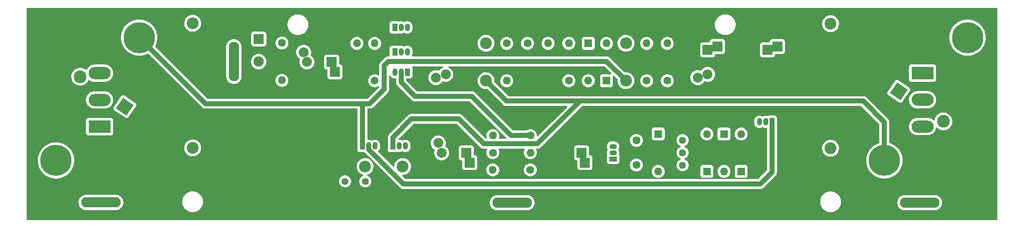
<source format=gbr>
%TF.GenerationSoftware,KiCad,Pcbnew,(6.0.0)*%
%TF.CreationDate,2022-07-31T17:52:24+01:00*%
%TF.ProjectId,Lynx AMP,4c796e78-2041-44d5-902e-6b696361645f,rev?*%
%TF.SameCoordinates,Original*%
%TF.FileFunction,Copper,L2,Bot*%
%TF.FilePolarity,Positive*%
%FSLAX46Y46*%
G04 Gerber Fmt 4.6, Leading zero omitted, Abs format (unit mm)*
G04 Created by KiCad (PCBNEW (6.0.0)) date 2022-07-31 17:52:24*
%MOMM*%
%LPD*%
G01*
G04 APERTURE LIST*
G04 Aperture macros list*
%AMRoundRect*
0 Rectangle with rounded corners*
0 $1 Rounding radius*
0 $2 $3 $4 $5 $6 $7 $8 $9 X,Y pos of 4 corners*
0 Add a 4 corners polygon primitive as box body*
4,1,4,$2,$3,$4,$5,$6,$7,$8,$9,$2,$3,0*
0 Add four circle primitives for the rounded corners*
1,1,$1+$1,$2,$3*
1,1,$1+$1,$4,$5*
1,1,$1+$1,$6,$7*
1,1,$1+$1,$8,$9*
0 Add four rect primitives between the rounded corners*
20,1,$1+$1,$2,$3,$4,$5,0*
20,1,$1+$1,$4,$5,$6,$7,0*
20,1,$1+$1,$6,$7,$8,$9,0*
20,1,$1+$1,$8,$9,$2,$3,0*%
%AMRotRect*
0 Rectangle, with rotation*
0 The origin of the aperture is its center*
0 $1 length*
0 $2 width*
0 $3 Rotation angle, in degrees counterclockwise*
0 Add horizontal line*
21,1,$1,$2,0,0,$3*%
G04 Aperture macros list end*
%TA.AperFunction,ComponentPad*%
%ADD10RoundRect,0.250001X-0.799999X0.799999X-0.799999X-0.799999X0.799999X-0.799999X0.799999X0.799999X0*%
%TD*%
%TA.AperFunction,ComponentPad*%
%ADD11C,2.100000*%
%TD*%
%TA.AperFunction,ComponentPad*%
%ADD12C,1.600000*%
%TD*%
%TA.AperFunction,ComponentPad*%
%ADD13O,1.600000X1.600000*%
%TD*%
%TA.AperFunction,ComponentPad*%
%ADD14R,1.600000X1.600000*%
%TD*%
%TA.AperFunction,ComponentPad*%
%ADD15C,2.400000*%
%TD*%
%TA.AperFunction,ComponentPad*%
%ADD16O,2.400000X2.400000*%
%TD*%
%TA.AperFunction,ComponentPad*%
%ADD17R,2.000000X2.000000*%
%TD*%
%TA.AperFunction,ComponentPad*%
%ADD18C,2.000000*%
%TD*%
%TA.AperFunction,ComponentPad*%
%ADD19R,4.500000X2.500000*%
%TD*%
%TA.AperFunction,ComponentPad*%
%ADD20O,4.500000X2.500000*%
%TD*%
%TA.AperFunction,ComponentPad*%
%ADD21O,5.000000X2.100000*%
%TD*%
%TA.AperFunction,ComponentPad*%
%ADD22R,1.050000X1.500000*%
%TD*%
%TA.AperFunction,ComponentPad*%
%ADD23O,1.050000X1.500000*%
%TD*%
%TA.AperFunction,ComponentPad*%
%ADD24C,1.400000*%
%TD*%
%TA.AperFunction,ComponentPad*%
%ADD25RotRect,2.600000X2.600000X56.000000*%
%TD*%
%TA.AperFunction,ComponentPad*%
%ADD26C,2.600000*%
%TD*%
%TA.AperFunction,ComponentPad*%
%ADD27C,6.350000*%
%TD*%
%TA.AperFunction,ComponentPad*%
%ADD28C,1.440000*%
%TD*%
%TA.AperFunction,ComponentPad*%
%ADD29R,1.500000X1.050000*%
%TD*%
%TA.AperFunction,ComponentPad*%
%ADD30O,1.500000X1.050000*%
%TD*%
%TA.AperFunction,ComponentPad*%
%ADD31O,2.100000X5.000000*%
%TD*%
%TA.AperFunction,ComponentPad*%
%ADD32RotRect,2.600000X2.600000X236.000000*%
%TD*%
%TA.AperFunction,Conductor*%
%ADD33C,1.000000*%
%TD*%
G04 APERTURE END LIST*
D10*
%TO.P,RV1,1,1*%
%TO.N,IN*%
X78974530Y-109152500D03*
D11*
%TO.P,RV1,2,2*%
%TO.N,Net-(R1-Pad1)*%
X78974530Y-113752500D03*
%TO.P,RV1,3,3*%
%TO.N,GND*%
X78974530Y-118352500D03*
%TD*%
D12*
%TO.P,R8,1*%
%TO.N,Net-(Q3-Pad2)*%
X134117219Y-128819802D03*
D13*
%TO.P,R8,2*%
%TO.N,Net-(C5-Pad1)*%
X126497219Y-128819802D03*
%TD*%
D14*
%TO.P,D5,1,K*%
%TO.N,Net-(D5-Pad1)*%
X173429011Y-128510319D03*
D13*
%TO.P,D5,2,A*%
%TO.N,Net-(D4-Pad1)*%
X173429011Y-136130319D03*
%TD*%
D15*
%TO.P,R15,1*%
%TO.N,Net-(Q11-Pad1)*%
X108197219Y-135135319D03*
D16*
%TO.P,R15,2*%
%TO.N,Net-(Q10-Pad1)*%
X100577219Y-135135319D03*
%TD*%
D12*
%TO.P,R6,1*%
%TO.N,Net-(C6-Pad2)*%
X133541344Y-110020000D03*
D13*
%TO.P,R6,2*%
%TO.N,GND*%
X133541344Y-117640000D03*
%TD*%
D15*
%TO.P,R16,1*%
%TO.N,OUT*%
X65575000Y-131340000D03*
D16*
%TO.P,R16,2*%
%TO.N,Net-(Q10-Pad2)*%
X65575000Y-105940000D03*
%TD*%
D17*
%TO.P,C2,1*%
%TO.N,Net-(C2-Pad1)*%
X144519685Y-132347969D03*
X145191829Y-134347969D03*
D18*
%TO.P,C2,2*%
%TO.N,GND*%
X139519685Y-132347969D03*
X138847541Y-130347969D03*
%TD*%
D15*
%TO.P,R13,1*%
%TO.N,Net-(C6-Pad2)*%
X125122016Y-110020000D03*
D16*
%TO.P,R13,2*%
%TO.N,-VDC*%
X125122016Y-117640000D03*
%TD*%
D19*
%TO.P,Q9,1,B*%
%TO.N,Net-(Q11-Pad1)*%
X213725000Y-116080289D03*
D20*
%TO.P,Q9,2,C*%
%TO.N,-VDC*%
X213725000Y-121530289D03*
%TO.P,Q9,3,E*%
%TO.N,Net-(Q11-Pad2)*%
X213725000Y-126980289D03*
%TD*%
D21*
%TO.P,J2,1,Pin_1*%
%TO.N,OUT*%
X131965000Y-142513814D03*
X128885000Y-142513814D03*
%TD*%
D12*
%TO.P,R11,1*%
%TO.N,Net-(C6-Pad2)*%
X129321792Y-110020000D03*
D13*
%TO.P,R11,2*%
%TO.N,Net-(Q4-Pad3)*%
X129321792Y-117640000D03*
%TD*%
D22*
%TO.P,Q7,1,C*%
%TO.N,-VDC*%
X106212219Y-130945319D03*
D23*
%TO.P,Q7,2,B*%
%TO.N,Net-(C3-Pad2)*%
X107482219Y-130945319D03*
%TO.P,Q7,3,E*%
%TO.N,Net-(Q11-Pad1)*%
X108752219Y-130945319D03*
%TD*%
D22*
%TO.P,Q6,1,C*%
%TO.N,+VDC*%
X100022219Y-130945319D03*
D23*
%TO.P,Q6,2,B*%
%TO.N,Net-(D4-Pad2)*%
X101292219Y-130945319D03*
%TO.P,Q6,3,E*%
%TO.N,Net-(Q10-Pad1)*%
X102562219Y-130945319D03*
%TD*%
D22*
%TO.P,Q2,1,C*%
%TO.N,Net-(Q1-Pad3)*%
X106607638Y-106790978D03*
D23*
%TO.P,Q2,2,B*%
%TO.N,Net-(D2-Pad1)*%
X107877638Y-106790978D03*
%TO.P,Q2,3,E*%
%TO.N,Net-(Q2-Pad3)*%
X109147638Y-106790978D03*
%TD*%
D19*
%TO.P,Q8,1,B*%
%TO.N,Net-(Q10-Pad1)*%
X46675000Y-127005289D03*
D20*
%TO.P,Q8,2,C*%
%TO.N,+VDC*%
X46675000Y-121555289D03*
%TO.P,Q8,3,E*%
%TO.N,Net-(Q10-Pad2)*%
X46675000Y-116105289D03*
%TD*%
D24*
%TO.P,TP1,1*%
%TO.N,Net-(Q10-Pad1)*%
X96517019Y-138150000D03*
%TD*%
D12*
%TO.P,R4,1*%
%TO.N,Net-(Q2-Pad3)*%
X157720224Y-117640000D03*
D13*
%TO.P,R4,2*%
%TO.N,Net-(C4-Pad1)*%
X157720224Y-110020000D03*
%TD*%
D14*
%TO.P,D2,1,K*%
%TO.N,Net-(D2-Pad1)*%
X145870896Y-110020000D03*
D13*
%TO.P,D2,2,A*%
%TO.N,Net-(D1-Pad1)*%
X145870896Y-117640000D03*
%TD*%
D12*
%TO.P,C3,1*%
%TO.N,Net-(C3-Pad1)*%
X155652409Y-129820319D03*
%TO.P,C3,2*%
%TO.N,Net-(C3-Pad2)*%
X155652409Y-134820319D03*
%TD*%
D17*
%TO.P,C1,1*%
%TO.N,Net-(C1-Pad1)*%
X93779707Y-113845000D03*
X94451851Y-115845000D03*
D18*
%TO.P,C1,2*%
%TO.N,Net-(C1-Pad2)*%
X88779707Y-113845000D03*
X88107563Y-111845000D03*
%TD*%
D25*
%TO.P,Q11,1,B*%
%TO.N,Net-(Q11-Pad1)*%
X208897630Y-119825000D03*
D26*
%TO.P,Q11,2,E*%
%TO.N,Net-(Q11-Pad2)*%
X217950720Y-125931387D03*
D27*
%TO.P,Q11,3,C*%
%TO.N,-VDC*%
X222866245Y-108861866D03*
X205978619Y-133898801D03*
%TD*%
D21*
%TO.P,J3,1,Pin_1*%
%TO.N,-VDC*%
X211610000Y-142513814D03*
X214690000Y-142513814D03*
%TD*%
D24*
%TO.P,TP2,*%
%TO.N,Net-(Q11-Pad1)*%
X100597942Y-138150000D03*
%TD*%
D14*
%TO.P,D3,1,K*%
%TO.N,Net-(C3-Pad2)*%
X160074011Y-128510319D03*
D13*
%TO.P,D3,2,A*%
%TO.N,Net-(D3-Pad2)*%
X160074011Y-136130319D03*
%TD*%
D28*
%TO.P,RV2,1,1*%
%TO.N,Net-(D3-Pad2)*%
X165009011Y-134870319D03*
%TO.P,RV2,2,2*%
%TO.N,Net-(C3-Pad2)*%
X165009011Y-132330319D03*
%TO.P,RV2,3,3*%
X165009011Y-129790319D03*
%TD*%
D17*
%TO.P,C7,1*%
%TO.N,Net-(C4-Pad1)*%
X184259552Y-110675179D03*
X182259552Y-111347323D03*
D18*
%TO.P,C7,2*%
%TO.N,GND*%
X180259552Y-117019467D03*
X182259552Y-116347323D03*
%TD*%
D14*
%TO.P,D4,1,K*%
%TO.N,Net-(D4-Pad1)*%
X176914011Y-136130319D03*
D13*
%TO.P,D4,2,A*%
%TO.N,Net-(D4-Pad2)*%
X176914011Y-128510319D03*
%TD*%
D22*
%TO.P,Q1,1,C*%
%TO.N,Net-(C3-Pad1)*%
X106604530Y-111750000D03*
D23*
%TO.P,Q1,2,B*%
%TO.N,Net-(C1-Pad1)*%
X107874530Y-111750000D03*
%TO.P,Q1,3,E*%
%TO.N,Net-(Q1-Pad3)*%
X109144530Y-111750000D03*
%TD*%
D17*
%TO.P,C6,1*%
%TO.N,GND*%
X116942229Y-111347323D03*
X118942229Y-110675179D03*
D18*
%TO.P,C6,2*%
%TO.N,Net-(C6-Pad2)*%
X114942229Y-117019467D03*
X116942229Y-116347323D03*
%TD*%
D29*
%TO.P,Q4,1,C*%
%TO.N,Net-(C3-Pad2)*%
X150902409Y-133590319D03*
D30*
%TO.P,Q4,2,B*%
%TO.N,Net-(C3-Pad1)*%
X150902409Y-132320319D03*
%TO.P,Q4,3,E*%
%TO.N,Net-(Q4-Pad3)*%
X150902409Y-131050319D03*
%TD*%
D14*
%TO.P,D6,1,K*%
%TO.N,Net-(D3-Pad2)*%
X169944011Y-136130319D03*
D13*
%TO.P,D6,2,A*%
%TO.N,Net-(D5-Pad1)*%
X169944011Y-128510319D03*
%TD*%
D22*
%TO.P,Q5,1,C*%
%TO.N,Net-(D4-Pad2)*%
X183150000Y-126030000D03*
D23*
%TO.P,Q5,2,B*%
%TO.N,Net-(C4-Pad2)*%
X181880000Y-126030000D03*
%TO.P,Q5,3,E*%
%TO.N,Net-(Q5-Pad3)*%
X180610000Y-126030000D03*
%TD*%
D21*
%TO.P,J4,1,Pin_1*%
%TO.N,+VDC*%
X48490000Y-142460426D03*
X45410000Y-142460426D03*
%TD*%
D12*
%TO.P,R9,1*%
%TO.N,Net-(Q3-Pad2)*%
X126497219Y-132320319D03*
D13*
%TO.P,R9,2*%
%TO.N,Net-(C2-Pad1)*%
X134117219Y-132320319D03*
%TD*%
D31*
%TO.P,J1,1,Pin_1*%
%TO.N,IN*%
X73944530Y-115275000D03*
X73944530Y-112195000D03*
%TD*%
D22*
%TO.P,Q3,1,C*%
%TO.N,Net-(C6-Pad2)*%
X109144530Y-115940000D03*
D23*
%TO.P,Q3,2,B*%
%TO.N,Net-(Q3-Pad2)*%
X107874530Y-115940000D03*
%TO.P,Q3,3,E*%
%TO.N,Net-(Q1-Pad3)*%
X106604530Y-115940000D03*
%TD*%
D31*
%TO.P,J7,1,Pin_1*%
%TO.N,GND*%
X80250000Y-129042820D03*
X80250000Y-132122820D03*
%TD*%
D12*
%TO.P,R1,1*%
%TO.N,Net-(R1-Pad1)*%
X83694530Y-109942500D03*
D13*
%TO.P,R1,2*%
%TO.N,Net-(C1-Pad2)*%
X83694530Y-117562500D03*
%TD*%
D31*
%TO.P,J6,1,Pin_1*%
%TO.N,GND*%
X89470000Y-132122820D03*
X89470000Y-129042820D03*
%TD*%
%TO.P,J5,1,Pin_1*%
%TO.N,GND*%
X84860000Y-132122820D03*
X84860000Y-129042820D03*
%TD*%
D12*
%TO.P,R5,1*%
%TO.N,GND*%
X137721344Y-117640000D03*
D13*
%TO.P,R5,2*%
%TO.N,Net-(D2-Pad1)*%
X137721344Y-110020000D03*
%TD*%
D32*
%TO.P,Q10,1,B*%
%TO.N,Net-(Q10-Pad1)*%
X51800109Y-122935667D03*
D26*
%TO.P,Q10,2,E*%
%TO.N,Net-(Q10-Pad2)*%
X42747019Y-116829280D03*
D27*
%TO.P,Q10,3,C*%
%TO.N,+VDC*%
X54719120Y-108861866D03*
X37831494Y-133898801D03*
%TD*%
D15*
%TO.P,R17,1*%
%TO.N,Net-(Q11-Pad2)*%
X195070000Y-106020000D03*
D16*
%TO.P,R17,2*%
%TO.N,OUT*%
X195070000Y-131420000D03*
%TD*%
D12*
%TO.P,R3,1*%
%TO.N,Net-(C6-Pad2)*%
X102522030Y-117655000D03*
D13*
%TO.P,R3,2*%
%TO.N,Net-(C3-Pad1)*%
X102522030Y-110035000D03*
%TD*%
D12*
%TO.P,R12,1*%
%TO.N,Net-(Q5-Pad3)*%
X161920000Y-117640000D03*
D13*
%TO.P,R12,2*%
%TO.N,Net-(C4-Pad1)*%
X161920000Y-110020000D03*
%TD*%
D12*
%TO.P,R10,1*%
%TO.N,Net-(C2-Pad1)*%
X134107219Y-135820837D03*
D13*
%TO.P,R10,2*%
%TO.N,OUT*%
X126487219Y-135820837D03*
%TD*%
D15*
%TO.P,R14,1*%
%TO.N,+VDC*%
X153520448Y-117640000D03*
D16*
%TO.P,R14,2*%
%TO.N,Net-(C4-Pad1)*%
X153520448Y-110020000D03*
%TD*%
D17*
%TO.P,C4,1*%
%TO.N,Net-(C4-Pad1)*%
X172099776Y-110675179D03*
X170099776Y-111347323D03*
D18*
%TO.P,C4,2*%
%TO.N,Net-(C4-Pad2)*%
X170099776Y-116347323D03*
X168099776Y-117019467D03*
%TD*%
D12*
%TO.P,R7,1*%
%TO.N,Net-(C4-Pad2)*%
X141921120Y-117640000D03*
D13*
%TO.P,R7,2*%
%TO.N,Net-(D2-Pad1)*%
X141921120Y-110020000D03*
%TD*%
D14*
%TO.P,D1,1,K*%
%TO.N,Net-(D1-Pad1)*%
X149570672Y-117640000D03*
D13*
%TO.P,D1,2,A*%
%TO.N,Net-(C4-Pad1)*%
X149570672Y-110020000D03*
%TD*%
D17*
%TO.P,C5,1*%
%TO.N,Net-(C5-Pad1)*%
X121109685Y-132347969D03*
X121781829Y-134347969D03*
D18*
%TO.P,C5,2*%
%TO.N,OUT*%
X115437541Y-130347969D03*
X116109685Y-132347969D03*
%TD*%
D12*
%TO.P,R2,1*%
%TO.N,GND*%
X98899530Y-117655000D03*
D13*
%TO.P,R2,2*%
%TO.N,Net-(C1-Pad1)*%
X98899530Y-110035000D03*
%TD*%
D33*
%TO.N,Net-(D4-Pad2)*%
X183150000Y-136325000D02*
X183150000Y-126030000D01*
X108360168Y-138700000D02*
X180775000Y-138700000D01*
X180775000Y-138700000D02*
X183150000Y-136325000D01*
X101292219Y-131632051D02*
X108360168Y-138700000D01*
X101292219Y-130945319D02*
X101292219Y-131632051D01*
%TO.N,-VDC*%
X124650000Y-130500000D02*
X135550000Y-130500000D01*
X129286323Y-121804307D02*
X125122016Y-117640000D01*
X205978619Y-126093619D02*
X205978619Y-133898801D01*
X135550000Y-130500000D02*
X144245693Y-121804307D01*
X106212219Y-130945319D02*
X106212219Y-129195319D01*
X201689307Y-121804307D02*
X205978619Y-126093619D01*
X119575000Y-125425000D02*
X124650000Y-130500000D01*
X144245693Y-121804307D02*
X201689307Y-121804307D01*
X106212219Y-129195319D02*
X109982538Y-125425000D01*
X144245693Y-121804307D02*
X129286323Y-121804307D01*
X109982538Y-125425000D02*
X119575000Y-125425000D01*
%TO.N,+VDC*%
X104440000Y-114560000D02*
X104440000Y-119360000D01*
X101480000Y-122320000D02*
X104440000Y-119360000D01*
X153520448Y-117640000D02*
X149590448Y-113710000D01*
X100022219Y-130945319D02*
X100022219Y-122481781D01*
X68177254Y-122320000D02*
X54719120Y-108861866D01*
X105290000Y-113710000D02*
X104440000Y-114560000D01*
X100184000Y-122320000D02*
X68177254Y-122320000D01*
X100022219Y-122481781D02*
X100184000Y-122320000D01*
X149590448Y-113710000D02*
X105290000Y-113710000D01*
X100184000Y-122320000D02*
X101480000Y-122320000D01*
%TO.N,Net-(Q3-Pad2)*%
X110705000Y-120820000D02*
X122205000Y-120820000D01*
X107874530Y-115940000D02*
X107874530Y-117989530D01*
X130204802Y-128819802D02*
X122205000Y-120820000D01*
X107874530Y-117989530D02*
X110705000Y-120820000D01*
X134117219Y-128819802D02*
X130204802Y-128819802D01*
%TD*%
%TA.AperFunction,Conductor*%
%TO.N,GND*%
G36*
X228834121Y-102798002D02*
G01*
X228880614Y-102851658D01*
X228892000Y-102904000D01*
X228892000Y-145941000D01*
X228871998Y-146009121D01*
X228818342Y-146055614D01*
X228766000Y-146067000D01*
X32039000Y-146067000D01*
X31970879Y-146046998D01*
X31924386Y-145993342D01*
X31913000Y-145941000D01*
X31913000Y-142514994D01*
X42397382Y-142514994D01*
X42397963Y-142520014D01*
X42397963Y-142520018D01*
X42410924Y-142632033D01*
X42426208Y-142764125D01*
X42427587Y-142768999D01*
X42427588Y-142769003D01*
X42493116Y-143000574D01*
X42494494Y-143005443D01*
X42496628Y-143010018D01*
X42496630Y-143010025D01*
X42578076Y-143184685D01*
X42600484Y-143232739D01*
X42603326Y-143236920D01*
X42603326Y-143236921D01*
X42738605Y-143435978D01*
X42738608Y-143435982D01*
X42741451Y-143440165D01*
X42744928Y-143443842D01*
X42744929Y-143443843D01*
X42844624Y-143549268D01*
X42913767Y-143622385D01*
X42917793Y-143625463D01*
X42917794Y-143625464D01*
X43108981Y-143771638D01*
X43108985Y-143771641D01*
X43113001Y-143774711D01*
X43117459Y-143777101D01*
X43117460Y-143777102D01*
X43212570Y-143828099D01*
X43334026Y-143893223D01*
X43338807Y-143894869D01*
X43338811Y-143894871D01*
X43489075Y-143946611D01*
X43571156Y-143974874D01*
X43674689Y-143992757D01*
X43814380Y-144016886D01*
X43814386Y-144016887D01*
X43818290Y-144017561D01*
X43822251Y-144017741D01*
X43822252Y-144017741D01*
X43846931Y-144018862D01*
X43846950Y-144018862D01*
X43848350Y-144018926D01*
X46923015Y-144018926D01*
X46923067Y-144018922D01*
X46927429Y-144018884D01*
X46928350Y-144018926D01*
X50003015Y-144018926D01*
X50005523Y-144018724D01*
X50005528Y-144018724D01*
X50184944Y-144004289D01*
X50184949Y-144004288D01*
X50189985Y-144003883D01*
X50194893Y-144002678D01*
X50194896Y-144002677D01*
X50428625Y-143945267D01*
X50433539Y-143944060D01*
X50438191Y-143942085D01*
X50438195Y-143942084D01*
X50659741Y-143848043D01*
X50659742Y-143848043D01*
X50664396Y-143846067D01*
X50876615Y-143712426D01*
X51064738Y-143546573D01*
X51223924Y-143352777D01*
X51350078Y-143136022D01*
X51439955Y-142901887D01*
X51456563Y-142822391D01*
X51490206Y-142661347D01*
X51491241Y-142656393D01*
X51500264Y-142457703D01*
X63465743Y-142457703D01*
X63466302Y-142461947D01*
X63466302Y-142461951D01*
X63468084Y-142475488D01*
X63503268Y-142742734D01*
X63579129Y-143020036D01*
X63580813Y-143023984D01*
X63667901Y-143228157D01*
X63691923Y-143284476D01*
X63839561Y-143531161D01*
X64019313Y-143755528D01*
X64092549Y-143825026D01*
X64220673Y-143946611D01*
X64227851Y-143953423D01*
X64461317Y-144121186D01*
X64465112Y-144123195D01*
X64465113Y-144123196D01*
X64486869Y-144134715D01*
X64715392Y-144255712D01*
X64985373Y-144354511D01*
X65266264Y-144415755D01*
X65294841Y-144418004D01*
X65489282Y-144433307D01*
X65489291Y-144433307D01*
X65491739Y-144433500D01*
X65647271Y-144433500D01*
X65649407Y-144433354D01*
X65649418Y-144433354D01*
X65857548Y-144419165D01*
X65857554Y-144419164D01*
X65861825Y-144418873D01*
X65866020Y-144418004D01*
X65866022Y-144418004D01*
X66002583Y-144389724D01*
X66143342Y-144360574D01*
X66414343Y-144264607D01*
X66669812Y-144132750D01*
X66673313Y-144130289D01*
X66673317Y-144130287D01*
X66831988Y-144018771D01*
X66905023Y-143967441D01*
X67115622Y-143771740D01*
X67297713Y-143549268D01*
X67447927Y-143304142D01*
X67521727Y-143136022D01*
X67561757Y-143044830D01*
X67563483Y-143040898D01*
X67572278Y-143010025D01*
X67604492Y-142896935D01*
X67642244Y-142764406D01*
X67670142Y-142568382D01*
X125872382Y-142568382D01*
X125872963Y-142573402D01*
X125872963Y-142573406D01*
X125882565Y-142656393D01*
X125901208Y-142817513D01*
X125902587Y-142822387D01*
X125902588Y-142822391D01*
X125941526Y-142959995D01*
X125969494Y-143058831D01*
X125971628Y-143063406D01*
X125971630Y-143063413D01*
X126072871Y-143280524D01*
X126075484Y-143286127D01*
X126078326Y-143290308D01*
X126078326Y-143290309D01*
X126213605Y-143489366D01*
X126213608Y-143489370D01*
X126216451Y-143493553D01*
X126219928Y-143497230D01*
X126219929Y-143497231D01*
X126320238Y-143603305D01*
X126388767Y-143675773D01*
X126392793Y-143678851D01*
X126392794Y-143678852D01*
X126583981Y-143825026D01*
X126583985Y-143825029D01*
X126588001Y-143828099D01*
X126592459Y-143830489D01*
X126592460Y-143830490D01*
X126704996Y-143890831D01*
X126809026Y-143946611D01*
X126813807Y-143948257D01*
X126813811Y-143948259D01*
X126976534Y-144004289D01*
X127046156Y-144028262D01*
X127149689Y-144046145D01*
X127289380Y-144070274D01*
X127289386Y-144070275D01*
X127293290Y-144070949D01*
X127297251Y-144071129D01*
X127297252Y-144071129D01*
X127321931Y-144072250D01*
X127321950Y-144072250D01*
X127323350Y-144072314D01*
X130398015Y-144072314D01*
X130398067Y-144072310D01*
X130402429Y-144072272D01*
X130403350Y-144072314D01*
X133478015Y-144072314D01*
X133480523Y-144072112D01*
X133480528Y-144072112D01*
X133659944Y-144057677D01*
X133659949Y-144057676D01*
X133664985Y-144057271D01*
X133669893Y-144056066D01*
X133669896Y-144056065D01*
X133903625Y-143998655D01*
X133908539Y-143997448D01*
X133913191Y-143995473D01*
X133913195Y-143995472D01*
X134134741Y-143901431D01*
X134134742Y-143901431D01*
X134139396Y-143899455D01*
X134351615Y-143765814D01*
X134539738Y-143599961D01*
X134698924Y-143406165D01*
X134825078Y-143189410D01*
X134914955Y-142955275D01*
X134925123Y-142906607D01*
X134965206Y-142714735D01*
X134966241Y-142709781D01*
X134968441Y-142661347D01*
X134972662Y-142568382D01*
X134977618Y-142459246D01*
X134977439Y-142457703D01*
X192960743Y-142457703D01*
X192961302Y-142461947D01*
X192961302Y-142461951D01*
X192963084Y-142475488D01*
X192998268Y-142742734D01*
X193074129Y-143020036D01*
X193075813Y-143023984D01*
X193162901Y-143228157D01*
X193186923Y-143284476D01*
X193334561Y-143531161D01*
X193514313Y-143755528D01*
X193587549Y-143825026D01*
X193715673Y-143946611D01*
X193722851Y-143953423D01*
X193956317Y-144121186D01*
X193960112Y-144123195D01*
X193960113Y-144123196D01*
X193981869Y-144134715D01*
X194210392Y-144255712D01*
X194480373Y-144354511D01*
X194761264Y-144415755D01*
X194789841Y-144418004D01*
X194984282Y-144433307D01*
X194984291Y-144433307D01*
X194986739Y-144433500D01*
X195142271Y-144433500D01*
X195144407Y-144433354D01*
X195144418Y-144433354D01*
X195352548Y-144419165D01*
X195352554Y-144419164D01*
X195356825Y-144418873D01*
X195361020Y-144418004D01*
X195361022Y-144418004D01*
X195497583Y-144389724D01*
X195638342Y-144360574D01*
X195909343Y-144264607D01*
X196164812Y-144132750D01*
X196168313Y-144130289D01*
X196168317Y-144130287D01*
X196326988Y-144018771D01*
X196400023Y-143967441D01*
X196610622Y-143771740D01*
X196792713Y-143549268D01*
X196942927Y-143304142D01*
X197016727Y-143136022D01*
X197056757Y-143044830D01*
X197058483Y-143040898D01*
X197067278Y-143010025D01*
X197099492Y-142896935D01*
X197137244Y-142764406D01*
X197165142Y-142568382D01*
X208597382Y-142568382D01*
X208597963Y-142573402D01*
X208597963Y-142573406D01*
X208607565Y-142656393D01*
X208626208Y-142817513D01*
X208627587Y-142822387D01*
X208627588Y-142822391D01*
X208666526Y-142959995D01*
X208694494Y-143058831D01*
X208696628Y-143063406D01*
X208696630Y-143063413D01*
X208797871Y-143280524D01*
X208800484Y-143286127D01*
X208803326Y-143290308D01*
X208803326Y-143290309D01*
X208938605Y-143489366D01*
X208938608Y-143489370D01*
X208941451Y-143493553D01*
X208944928Y-143497230D01*
X208944929Y-143497231D01*
X209045238Y-143603305D01*
X209113767Y-143675773D01*
X209117793Y-143678851D01*
X209117794Y-143678852D01*
X209308981Y-143825026D01*
X209308985Y-143825029D01*
X209313001Y-143828099D01*
X209317459Y-143830489D01*
X209317460Y-143830490D01*
X209429996Y-143890831D01*
X209534026Y-143946611D01*
X209538807Y-143948257D01*
X209538811Y-143948259D01*
X209701534Y-144004289D01*
X209771156Y-144028262D01*
X209874689Y-144046145D01*
X210014380Y-144070274D01*
X210014386Y-144070275D01*
X210018290Y-144070949D01*
X210022251Y-144071129D01*
X210022252Y-144071129D01*
X210046931Y-144072250D01*
X210046950Y-144072250D01*
X210048350Y-144072314D01*
X213123015Y-144072314D01*
X213123067Y-144072310D01*
X213127429Y-144072272D01*
X213128350Y-144072314D01*
X216203015Y-144072314D01*
X216205523Y-144072112D01*
X216205528Y-144072112D01*
X216384944Y-144057677D01*
X216384949Y-144057676D01*
X216389985Y-144057271D01*
X216394893Y-144056066D01*
X216394896Y-144056065D01*
X216628625Y-143998655D01*
X216633539Y-143997448D01*
X216638191Y-143995473D01*
X216638195Y-143995472D01*
X216859741Y-143901431D01*
X216859742Y-143901431D01*
X216864396Y-143899455D01*
X217076615Y-143765814D01*
X217264738Y-143599961D01*
X217423924Y-143406165D01*
X217550078Y-143189410D01*
X217639955Y-142955275D01*
X217650123Y-142906607D01*
X217690206Y-142714735D01*
X217691241Y-142709781D01*
X217693441Y-142661347D01*
X217697662Y-142568382D01*
X217702618Y-142459246D01*
X217697026Y-142410912D01*
X217674374Y-142215148D01*
X217673792Y-142210115D01*
X217663718Y-142174512D01*
X217606884Y-141973666D01*
X217606883Y-141973664D01*
X217605506Y-141968797D01*
X217603372Y-141964222D01*
X217603370Y-141964215D01*
X217501653Y-141746083D01*
X217501651Y-141746079D01*
X217499516Y-141741501D01*
X217496674Y-141737319D01*
X217361395Y-141538262D01*
X217361392Y-141538258D01*
X217358549Y-141534075D01*
X217257925Y-141427667D01*
X217189713Y-141355535D01*
X217186233Y-141351855D01*
X217121218Y-141302147D01*
X216991019Y-141202602D01*
X216991015Y-141202599D01*
X216986999Y-141199529D01*
X216893162Y-141149214D01*
X216770435Y-141083409D01*
X216765974Y-141081017D01*
X216761193Y-141079371D01*
X216761189Y-141079369D01*
X216533633Y-141001015D01*
X216528844Y-140999366D01*
X216409593Y-140978768D01*
X216285620Y-140957354D01*
X216285614Y-140957353D01*
X216281710Y-140956679D01*
X216277749Y-140956499D01*
X216277748Y-140956499D01*
X216253069Y-140955378D01*
X216253050Y-140955378D01*
X216251650Y-140955314D01*
X213176985Y-140955314D01*
X213176933Y-140955318D01*
X213172571Y-140955356D01*
X213171650Y-140955314D01*
X210096985Y-140955314D01*
X210094477Y-140955516D01*
X210094472Y-140955516D01*
X209915056Y-140969951D01*
X209915051Y-140969952D01*
X209910015Y-140970357D01*
X209905107Y-140971562D01*
X209905104Y-140971563D01*
X209683556Y-141025981D01*
X209666461Y-141030180D01*
X209661809Y-141032155D01*
X209661805Y-141032156D01*
X209448919Y-141122521D01*
X209435604Y-141128173D01*
X209223385Y-141261814D01*
X209035262Y-141427667D01*
X208876076Y-141621463D01*
X208749922Y-141838218D01*
X208748109Y-141842941D01*
X208748108Y-141842943D01*
X208725007Y-141903124D01*
X208660045Y-142072353D01*
X208659012Y-142077299D01*
X208659010Y-142077305D01*
X208634092Y-142196583D01*
X208608759Y-142317847D01*
X208597382Y-142568382D01*
X197165142Y-142568382D01*
X197177751Y-142479784D01*
X197177833Y-142464300D01*
X197179235Y-142196583D01*
X197179235Y-142196576D01*
X197179257Y-142192297D01*
X197141732Y-141907266D01*
X197065871Y-141629964D01*
X197023402Y-141530397D01*
X196954763Y-141369476D01*
X196954761Y-141369472D01*
X196953077Y-141365524D01*
X196812640Y-141130871D01*
X196807643Y-141122521D01*
X196807640Y-141122517D01*
X196805439Y-141118839D01*
X196625687Y-140894472D01*
X196417149Y-140696577D01*
X196183683Y-140528814D01*
X196161843Y-140517250D01*
X196138654Y-140504972D01*
X195929608Y-140394288D01*
X195659627Y-140295489D01*
X195378736Y-140234245D01*
X195347685Y-140231801D01*
X195155718Y-140216693D01*
X195155709Y-140216693D01*
X195153261Y-140216500D01*
X194997729Y-140216500D01*
X194995593Y-140216646D01*
X194995582Y-140216646D01*
X194787452Y-140230835D01*
X194787446Y-140230836D01*
X194783175Y-140231127D01*
X194778980Y-140231996D01*
X194778978Y-140231996D01*
X194642416Y-140260277D01*
X194501658Y-140289426D01*
X194230657Y-140385393D01*
X193975188Y-140517250D01*
X193971687Y-140519711D01*
X193971683Y-140519713D01*
X193961594Y-140526804D01*
X193739977Y-140682559D01*
X193529378Y-140878260D01*
X193347287Y-141100732D01*
X193197073Y-141345858D01*
X193195347Y-141349791D01*
X193195346Y-141349792D01*
X193112614Y-141538262D01*
X193081517Y-141609102D01*
X193002756Y-141885594D01*
X192962249Y-142170216D01*
X192962227Y-142174505D01*
X192962226Y-142174512D01*
X192960988Y-142410912D01*
X192960743Y-142457703D01*
X134977439Y-142457703D01*
X134972026Y-142410912D01*
X134949374Y-142215148D01*
X134948792Y-142210115D01*
X134938718Y-142174512D01*
X134881884Y-141973666D01*
X134881883Y-141973664D01*
X134880506Y-141968797D01*
X134878372Y-141964222D01*
X134878370Y-141964215D01*
X134776653Y-141746083D01*
X134776651Y-141746079D01*
X134774516Y-141741501D01*
X134771674Y-141737319D01*
X134636395Y-141538262D01*
X134636392Y-141538258D01*
X134633549Y-141534075D01*
X134532925Y-141427667D01*
X134464713Y-141355535D01*
X134461233Y-141351855D01*
X134396218Y-141302147D01*
X134266019Y-141202602D01*
X134266015Y-141202599D01*
X134261999Y-141199529D01*
X134168162Y-141149214D01*
X134045435Y-141083409D01*
X134040974Y-141081017D01*
X134036193Y-141079371D01*
X134036189Y-141079369D01*
X133808633Y-141001015D01*
X133803844Y-140999366D01*
X133684593Y-140978768D01*
X133560620Y-140957354D01*
X133560614Y-140957353D01*
X133556710Y-140956679D01*
X133552749Y-140956499D01*
X133552748Y-140956499D01*
X133528069Y-140955378D01*
X133528050Y-140955378D01*
X133526650Y-140955314D01*
X130451985Y-140955314D01*
X130451933Y-140955318D01*
X130447571Y-140955356D01*
X130446650Y-140955314D01*
X127371985Y-140955314D01*
X127369477Y-140955516D01*
X127369472Y-140955516D01*
X127190056Y-140969951D01*
X127190051Y-140969952D01*
X127185015Y-140970357D01*
X127180107Y-140971562D01*
X127180104Y-140971563D01*
X126958556Y-141025981D01*
X126941461Y-141030180D01*
X126936809Y-141032155D01*
X126936805Y-141032156D01*
X126723919Y-141122521D01*
X126710604Y-141128173D01*
X126498385Y-141261814D01*
X126310262Y-141427667D01*
X126151076Y-141621463D01*
X126024922Y-141838218D01*
X126023109Y-141842941D01*
X126023108Y-141842943D01*
X126000007Y-141903124D01*
X125935045Y-142072353D01*
X125934012Y-142077299D01*
X125934010Y-142077305D01*
X125909092Y-142196583D01*
X125883759Y-142317847D01*
X125872382Y-142568382D01*
X67670142Y-142568382D01*
X67682751Y-142479784D01*
X67682833Y-142464300D01*
X67684235Y-142196583D01*
X67684235Y-142196576D01*
X67684257Y-142192297D01*
X67646732Y-141907266D01*
X67570871Y-141629964D01*
X67528402Y-141530397D01*
X67459763Y-141369476D01*
X67459761Y-141369472D01*
X67458077Y-141365524D01*
X67317640Y-141130871D01*
X67312643Y-141122521D01*
X67312640Y-141122517D01*
X67310439Y-141118839D01*
X67130687Y-140894472D01*
X66922149Y-140696577D01*
X66688683Y-140528814D01*
X66666843Y-140517250D01*
X66643654Y-140504972D01*
X66434608Y-140394288D01*
X66164627Y-140295489D01*
X65883736Y-140234245D01*
X65852685Y-140231801D01*
X65660718Y-140216693D01*
X65660709Y-140216693D01*
X65658261Y-140216500D01*
X65502729Y-140216500D01*
X65500593Y-140216646D01*
X65500582Y-140216646D01*
X65292452Y-140230835D01*
X65292446Y-140230836D01*
X65288175Y-140231127D01*
X65283980Y-140231996D01*
X65283978Y-140231996D01*
X65147416Y-140260277D01*
X65006658Y-140289426D01*
X64735657Y-140385393D01*
X64480188Y-140517250D01*
X64476687Y-140519711D01*
X64476683Y-140519713D01*
X64466594Y-140526804D01*
X64244977Y-140682559D01*
X64034378Y-140878260D01*
X63852287Y-141100732D01*
X63702073Y-141345858D01*
X63700347Y-141349791D01*
X63700346Y-141349792D01*
X63617614Y-141538262D01*
X63586517Y-141609102D01*
X63507756Y-141885594D01*
X63467249Y-142170216D01*
X63467227Y-142174505D01*
X63467226Y-142174512D01*
X63465988Y-142410912D01*
X63465743Y-142457703D01*
X51500264Y-142457703D01*
X51502618Y-142405858D01*
X51493020Y-142322902D01*
X51485684Y-142259505D01*
X51473792Y-142156727D01*
X51434810Y-142018965D01*
X51406884Y-141920278D01*
X51406883Y-141920276D01*
X51405506Y-141915409D01*
X51403372Y-141910834D01*
X51403370Y-141910827D01*
X51301653Y-141692695D01*
X51301651Y-141692691D01*
X51299516Y-141688113D01*
X51254221Y-141621463D01*
X51161395Y-141484874D01*
X51161392Y-141484870D01*
X51158549Y-141480687D01*
X51105249Y-141424323D01*
X50986233Y-141298467D01*
X50934767Y-141259118D01*
X50791019Y-141149214D01*
X50791015Y-141149211D01*
X50786999Y-141146141D01*
X50758521Y-141130871D01*
X50570435Y-141030021D01*
X50565974Y-141027629D01*
X50561193Y-141025983D01*
X50561189Y-141025981D01*
X50333633Y-140947627D01*
X50328844Y-140945978D01*
X50225311Y-140928095D01*
X50085620Y-140903966D01*
X50085614Y-140903965D01*
X50081710Y-140903291D01*
X50077749Y-140903111D01*
X50077748Y-140903111D01*
X50053069Y-140901990D01*
X50053050Y-140901990D01*
X50051650Y-140901926D01*
X46976985Y-140901926D01*
X46976933Y-140901930D01*
X46972571Y-140901968D01*
X46971650Y-140901926D01*
X43896985Y-140901926D01*
X43894477Y-140902128D01*
X43894472Y-140902128D01*
X43715056Y-140916563D01*
X43715051Y-140916564D01*
X43710015Y-140916969D01*
X43705107Y-140918174D01*
X43705104Y-140918175D01*
X43473326Y-140975106D01*
X43466461Y-140976792D01*
X43461809Y-140978767D01*
X43461805Y-140978768D01*
X43240259Y-141072809D01*
X43235604Y-141074785D01*
X43023385Y-141208426D01*
X42835262Y-141374279D01*
X42676076Y-141568075D01*
X42549922Y-141784830D01*
X42548109Y-141789553D01*
X42548108Y-141789555D01*
X42511242Y-141885594D01*
X42460045Y-142018965D01*
X42459012Y-142023911D01*
X42459010Y-142023917D01*
X42415490Y-142232240D01*
X42408759Y-142264459D01*
X42408530Y-142269508D01*
X42408529Y-142269514D01*
X42406105Y-142322902D01*
X42397382Y-142514994D01*
X31913000Y-142514994D01*
X31913000Y-138150000D01*
X95303903Y-138150000D01*
X95322333Y-138360655D01*
X95377063Y-138564910D01*
X95466430Y-138756558D01*
X95587718Y-138929776D01*
X95737243Y-139079301D01*
X95910461Y-139200589D01*
X95915439Y-139202910D01*
X95915442Y-139202912D01*
X96097127Y-139287633D01*
X96102109Y-139289956D01*
X96107417Y-139291378D01*
X96107419Y-139291379D01*
X96301049Y-139343262D01*
X96301051Y-139343262D01*
X96306364Y-139344686D01*
X96517019Y-139363116D01*
X96727674Y-139344686D01*
X96732987Y-139343262D01*
X96732989Y-139343262D01*
X96926619Y-139291379D01*
X96926621Y-139291378D01*
X96931929Y-139289956D01*
X96936911Y-139287633D01*
X97118596Y-139202912D01*
X97118599Y-139202910D01*
X97123577Y-139200589D01*
X97296795Y-139079301D01*
X97446320Y-138929776D01*
X97567608Y-138756558D01*
X97656975Y-138564910D01*
X97711705Y-138360655D01*
X97730135Y-138150000D01*
X97711705Y-137939345D01*
X97656975Y-137735090D01*
X97619440Y-137654595D01*
X97569931Y-137548423D01*
X97569929Y-137548420D01*
X97567608Y-137543442D01*
X97446320Y-137370224D01*
X97296795Y-137220699D01*
X97123577Y-137099411D01*
X97118599Y-137097090D01*
X97118596Y-137097088D01*
X96936911Y-137012367D01*
X96936910Y-137012366D01*
X96931929Y-137010044D01*
X96926621Y-137008622D01*
X96926619Y-137008621D01*
X96732989Y-136956738D01*
X96732987Y-136956738D01*
X96727674Y-136955314D01*
X96517019Y-136936884D01*
X96306364Y-136955314D01*
X96301051Y-136956738D01*
X96301049Y-136956738D01*
X96107419Y-137008621D01*
X96107417Y-137008622D01*
X96102109Y-137010044D01*
X96097128Y-137012366D01*
X96097127Y-137012367D01*
X95915442Y-137097088D01*
X95915439Y-137097090D01*
X95910461Y-137099411D01*
X95737243Y-137220699D01*
X95587718Y-137370224D01*
X95466430Y-137543442D01*
X95464109Y-137548420D01*
X95464107Y-137548423D01*
X95414598Y-137654595D01*
X95377063Y-137735090D01*
X95322333Y-137939345D01*
X95303903Y-138150000D01*
X31913000Y-138150000D01*
X31913000Y-133898801D01*
X34142939Y-133898801D01*
X34163145Y-134284360D01*
X34163658Y-134287600D01*
X34163659Y-134287608D01*
X34180458Y-134393672D01*
X34223543Y-134665695D01*
X34323470Y-135038627D01*
X34461831Y-135399071D01*
X34463329Y-135402011D01*
X34628190Y-135725567D01*
X34637112Y-135743078D01*
X34638908Y-135745844D01*
X34638910Y-135745847D01*
X34706362Y-135849714D01*
X34847390Y-136066879D01*
X35090363Y-136366926D01*
X35363369Y-136639932D01*
X35663416Y-136882905D01*
X35734187Y-136928864D01*
X35955757Y-137072753D01*
X35987216Y-137093183D01*
X35990150Y-137094678D01*
X35990157Y-137094682D01*
X36135261Y-137168616D01*
X36331224Y-137268464D01*
X36377949Y-137286400D01*
X36632431Y-137384086D01*
X36691668Y-137406825D01*
X37064600Y-137506752D01*
X37267137Y-137538831D01*
X37442687Y-137566636D01*
X37442695Y-137566637D01*
X37445935Y-137567150D01*
X37831494Y-137587356D01*
X38217053Y-137567150D01*
X38220293Y-137566637D01*
X38220301Y-137566636D01*
X38395851Y-137538831D01*
X38598388Y-137506752D01*
X38971320Y-137406825D01*
X39030558Y-137384086D01*
X39285039Y-137286400D01*
X39331764Y-137268464D01*
X39527727Y-137168616D01*
X39672831Y-137094682D01*
X39672838Y-137094678D01*
X39675772Y-137093183D01*
X39707232Y-137072753D01*
X39928801Y-136928864D01*
X39999572Y-136882905D01*
X40299619Y-136639932D01*
X40572625Y-136366926D01*
X40815598Y-136066879D01*
X40956626Y-135849714D01*
X41024078Y-135745847D01*
X41024080Y-135745844D01*
X41025876Y-135743078D01*
X41034799Y-135725567D01*
X41199659Y-135402011D01*
X41201157Y-135399071D01*
X41319617Y-135090470D01*
X98864515Y-135090470D01*
X98864739Y-135095136D01*
X98864739Y-135095141D01*
X98870252Y-135209898D01*
X98876699Y-135344117D01*
X98888215Y-135402011D01*
X98924866Y-135586266D01*
X98926240Y-135593176D01*
X98927819Y-135597574D01*
X98927821Y-135597581D01*
X98972241Y-135721299D01*
X99012050Y-135832177D01*
X99026823Y-135859670D01*
X99118647Y-136030564D01*
X99132244Y-136055870D01*
X99135039Y-136059613D01*
X99135041Y-136059616D01*
X99281390Y-136255601D01*
X99281395Y-136255607D01*
X99284182Y-136259339D01*
X99287491Y-136262619D01*
X99287496Y-136262625D01*
X99461209Y-136434828D01*
X99464526Y-136438116D01*
X99468288Y-136440874D01*
X99468291Y-136440877D01*
X99598935Y-136536669D01*
X99669313Y-136588272D01*
X99673448Y-136590448D01*
X99673452Y-136590450D01*
X99763047Y-136637588D01*
X99894046Y-136706510D01*
X100028379Y-136753421D01*
X100124730Y-136787068D01*
X100130883Y-136789217D01*
X100133787Y-136790231D01*
X100133569Y-136790854D01*
X100191149Y-136825946D01*
X100222174Y-136889804D01*
X100213750Y-136960299D01*
X100168550Y-137015049D01*
X100151170Y-137024901D01*
X99996365Y-137097088D01*
X99996362Y-137097090D01*
X99991384Y-137099411D01*
X99818166Y-137220699D01*
X99668641Y-137370224D01*
X99547353Y-137543442D01*
X99545032Y-137548420D01*
X99545030Y-137548423D01*
X99495521Y-137654595D01*
X99457986Y-137735090D01*
X99403256Y-137939345D01*
X99384826Y-138150000D01*
X99403256Y-138360655D01*
X99457986Y-138564910D01*
X99547353Y-138756558D01*
X99668641Y-138929776D01*
X99818166Y-139079301D01*
X99991384Y-139200589D01*
X99996362Y-139202910D01*
X99996365Y-139202912D01*
X100178050Y-139287633D01*
X100183032Y-139289956D01*
X100188340Y-139291378D01*
X100188342Y-139291379D01*
X100381972Y-139343262D01*
X100381974Y-139343262D01*
X100387287Y-139344686D01*
X100597942Y-139363116D01*
X100808597Y-139344686D01*
X100813910Y-139343262D01*
X100813912Y-139343262D01*
X101007542Y-139291379D01*
X101007544Y-139291378D01*
X101012852Y-139289956D01*
X101017834Y-139287633D01*
X101199519Y-139202912D01*
X101199522Y-139202910D01*
X101204500Y-139200589D01*
X101377718Y-139079301D01*
X101527243Y-138929776D01*
X101648531Y-138756558D01*
X101737898Y-138564910D01*
X101792628Y-138360655D01*
X101811058Y-138150000D01*
X101792628Y-137939345D01*
X101737898Y-137735090D01*
X101700363Y-137654595D01*
X101650854Y-137548423D01*
X101650852Y-137548420D01*
X101648531Y-137543442D01*
X101527243Y-137370224D01*
X101377718Y-137220699D01*
X101204500Y-137099411D01*
X101199522Y-137097090D01*
X101199519Y-137097088D01*
X101023618Y-137015064D01*
X100970333Y-136968147D01*
X100950872Y-136899869D01*
X100971414Y-136831909D01*
X101025437Y-136785844D01*
X101044786Y-136779022D01*
X101135012Y-136755267D01*
X101335727Y-136669034D01*
X101364026Y-136656876D01*
X101364029Y-136656874D01*
X101368329Y-136655027D01*
X101372309Y-136652564D01*
X101372313Y-136652562D01*
X101580283Y-136523866D01*
X101580285Y-136523864D01*
X101584266Y-136521401D01*
X101587843Y-136518373D01*
X101774508Y-136360350D01*
X101774510Y-136360348D01*
X101778081Y-136357325D01*
X101945514Y-136166403D01*
X101965203Y-136135794D01*
X102080360Y-135956761D01*
X102082888Y-135952831D01*
X102187186Y-135721299D01*
X102256115Y-135476894D01*
X102278991Y-135297078D01*
X102287764Y-135228117D01*
X102287764Y-135228111D01*
X102288162Y-135224986D01*
X102288293Y-135220003D01*
X102290427Y-135138479D01*
X102290510Y-135135319D01*
X102287524Y-135095141D01*
X102272037Y-134886730D01*
X102272036Y-134886726D01*
X102271691Y-134882078D01*
X102270270Y-134875794D01*
X102216678Y-134638958D01*
X102215647Y-134634401D01*
X102211532Y-134623819D01*
X102125303Y-134402081D01*
X102125302Y-134402079D01*
X102123610Y-134397728D01*
X102103085Y-134361817D01*
X101999921Y-134181316D01*
X101999919Y-134181314D01*
X101997602Y-134177259D01*
X101840390Y-133977836D01*
X101732635Y-133876471D01*
X101658829Y-133807041D01*
X101658827Y-133807039D01*
X101655428Y-133803842D01*
X101503007Y-133698104D01*
X101450612Y-133661756D01*
X101450609Y-133661754D01*
X101446780Y-133659098D01*
X101442603Y-133657038D01*
X101442596Y-133657034D01*
X101223215Y-133548847D01*
X101223211Y-133548846D01*
X101219029Y-133546783D01*
X100977179Y-133469366D01*
X100972574Y-133468616D01*
X100731154Y-133429299D01*
X100731153Y-133429299D01*
X100726542Y-133428548D01*
X100599584Y-133426886D01*
X100477302Y-133425285D01*
X100477299Y-133425285D01*
X100472625Y-133425224D01*
X100221006Y-133459468D01*
X100216520Y-133460776D01*
X100216518Y-133460776D01*
X100189620Y-133468616D01*
X99977212Y-133530527D01*
X99972959Y-133532487D01*
X99972958Y-133532488D01*
X99946301Y-133544777D01*
X99746599Y-133636841D01*
X99742690Y-133639404D01*
X99538147Y-133773508D01*
X99538142Y-133773512D01*
X99534234Y-133776074D01*
X99344781Y-133945167D01*
X99182402Y-134140406D01*
X99050666Y-134357501D01*
X99048857Y-134361815D01*
X99048856Y-134361817D01*
X98954617Y-134586553D01*
X98952465Y-134591684D01*
X98951314Y-134596216D01*
X98951313Y-134596219D01*
X98932859Y-134668884D01*
X98889957Y-134837809D01*
X98864515Y-135090470D01*
X41319617Y-135090470D01*
X41339518Y-135038627D01*
X41439445Y-134665695D01*
X41482530Y-134393672D01*
X41499329Y-134287608D01*
X41499330Y-134287600D01*
X41499843Y-134284360D01*
X41520049Y-133898801D01*
X41499843Y-133513242D01*
X41492311Y-133465684D01*
X41457438Y-133245509D01*
X41439445Y-133131907D01*
X41339518Y-132758975D01*
X41336878Y-132752096D01*
X41263909Y-132562006D01*
X41201157Y-132398531D01*
X41164096Y-132325794D01*
X41027375Y-132057465D01*
X41027371Y-132057458D01*
X41025876Y-132054524D01*
X41016440Y-132039993D01*
X40859195Y-131797857D01*
X40815598Y-131730723D01*
X40572625Y-131430676D01*
X40437100Y-131295151D01*
X63862296Y-131295151D01*
X63862520Y-131299817D01*
X63862520Y-131299822D01*
X63867009Y-131393269D01*
X63874480Y-131548798D01*
X63895094Y-131652432D01*
X63917699Y-131766073D01*
X63924021Y-131797857D01*
X63925600Y-131802255D01*
X63925602Y-131802262D01*
X64008248Y-132032449D01*
X64009831Y-132036858D01*
X64012048Y-132040984D01*
X64124454Y-132250182D01*
X64130025Y-132260551D01*
X64132820Y-132264294D01*
X64132822Y-132264297D01*
X64279171Y-132460282D01*
X64279176Y-132460288D01*
X64281963Y-132464020D01*
X64285272Y-132467300D01*
X64285277Y-132467306D01*
X64457960Y-132638488D01*
X64462307Y-132642797D01*
X64466069Y-132645555D01*
X64466072Y-132645558D01*
X64618167Y-132757078D01*
X64667094Y-132792953D01*
X64671229Y-132795129D01*
X64671233Y-132795131D01*
X64766724Y-132845371D01*
X64891827Y-132911191D01*
X64978782Y-132941557D01*
X65122909Y-132991888D01*
X65131568Y-132994912D01*
X65381050Y-133042278D01*
X65501532Y-133047011D01*
X65630125Y-133052064D01*
X65630130Y-133052064D01*
X65634793Y-133052247D01*
X65733774Y-133041407D01*
X65882569Y-133025112D01*
X65882575Y-133025111D01*
X65887222Y-133024602D01*
X65915394Y-133017185D01*
X66128273Y-132961138D01*
X66132793Y-132959948D01*
X66251353Y-132909011D01*
X66361807Y-132861557D01*
X66361810Y-132861555D01*
X66366110Y-132859708D01*
X66370090Y-132857245D01*
X66370094Y-132857243D01*
X66578064Y-132728547D01*
X66578066Y-132728545D01*
X66582047Y-132726082D01*
X66585624Y-132723054D01*
X66772289Y-132565031D01*
X66772291Y-132565029D01*
X66775862Y-132562006D01*
X66943295Y-132371084D01*
X66962935Y-132340551D01*
X67078141Y-132161442D01*
X67080669Y-132157512D01*
X67184967Y-131925980D01*
X67253896Y-131681575D01*
X67272703Y-131533743D01*
X67285545Y-131432798D01*
X67285545Y-131432792D01*
X67285943Y-131429667D01*
X67286114Y-131423160D01*
X67287492Y-131370497D01*
X67288291Y-131340000D01*
X67284226Y-131285296D01*
X67269818Y-131091411D01*
X67269817Y-131091407D01*
X67269472Y-131086759D01*
X67263716Y-131061319D01*
X67225900Y-130894202D01*
X67213428Y-130839082D01*
X67161760Y-130706217D01*
X67123084Y-130606762D01*
X67123083Y-130606760D01*
X67121391Y-130602409D01*
X67100866Y-130566498D01*
X66997702Y-130385997D01*
X66997700Y-130385995D01*
X66995383Y-130381940D01*
X66838171Y-130182517D01*
X66744003Y-130093933D01*
X66656610Y-130011722D01*
X66656608Y-130011720D01*
X66653209Y-130008523D01*
X66559881Y-129943779D01*
X66448393Y-129866437D01*
X66448390Y-129866435D01*
X66444561Y-129863779D01*
X66440384Y-129861719D01*
X66440377Y-129861715D01*
X66220996Y-129753528D01*
X66220992Y-129753527D01*
X66216810Y-129751464D01*
X65974960Y-129674047D01*
X65922970Y-129665580D01*
X65728935Y-129633980D01*
X65728934Y-129633980D01*
X65724323Y-129633229D01*
X65597364Y-129631567D01*
X65475083Y-129629966D01*
X65475080Y-129629966D01*
X65470406Y-129629905D01*
X65218787Y-129664149D01*
X64974993Y-129735208D01*
X64970740Y-129737168D01*
X64970739Y-129737169D01*
X64952761Y-129745457D01*
X64744380Y-129841522D01*
X64740471Y-129844085D01*
X64535928Y-129978189D01*
X64535923Y-129978193D01*
X64532015Y-129980755D01*
X64473056Y-130033378D01*
X64349352Y-130143788D01*
X64342562Y-130149848D01*
X64180183Y-130345087D01*
X64048447Y-130562182D01*
X64046638Y-130566496D01*
X64046637Y-130566498D01*
X63974654Y-130738159D01*
X63950246Y-130796365D01*
X63949095Y-130800897D01*
X63949094Y-130800900D01*
X63928777Y-130880900D01*
X63887738Y-131042490D01*
X63862296Y-131295151D01*
X40437100Y-131295151D01*
X40299619Y-131157670D01*
X39999572Y-130914697D01*
X39675772Y-130704419D01*
X39672838Y-130702924D01*
X39672831Y-130702920D01*
X39334704Y-130530636D01*
X39331764Y-130529138D01*
X39110947Y-130444375D01*
X38974410Y-130391963D01*
X38974408Y-130391962D01*
X38971320Y-130390777D01*
X38598388Y-130290850D01*
X38395851Y-130258771D01*
X38220301Y-130230966D01*
X38220293Y-130230965D01*
X38217053Y-130230452D01*
X37831494Y-130210246D01*
X37445935Y-130230452D01*
X37442695Y-130230965D01*
X37442687Y-130230966D01*
X37267137Y-130258771D01*
X37064600Y-130290850D01*
X36691668Y-130390777D01*
X36688580Y-130391962D01*
X36688578Y-130391963D01*
X36552041Y-130444375D01*
X36331224Y-130529138D01*
X36328284Y-130530636D01*
X35990158Y-130702920D01*
X35990151Y-130702924D01*
X35987217Y-130704419D01*
X35984451Y-130706215D01*
X35984448Y-130706217D01*
X35845632Y-130796365D01*
X35663416Y-130914697D01*
X35363369Y-131157670D01*
X35090363Y-131430676D01*
X34847390Y-131730723D01*
X34803793Y-131797857D01*
X34646549Y-132039993D01*
X34637112Y-132054524D01*
X34635617Y-132057458D01*
X34635613Y-132057465D01*
X34498892Y-132325794D01*
X34461831Y-132398531D01*
X34399079Y-132562006D01*
X34326111Y-132752096D01*
X34323470Y-132758975D01*
X34223543Y-133131907D01*
X34205550Y-133245509D01*
X34170678Y-133465684D01*
X34163145Y-133513242D01*
X34142939Y-133898801D01*
X31913000Y-133898801D01*
X31913000Y-128303423D01*
X43916500Y-128303423D01*
X43923255Y-128365605D01*
X43974385Y-128501994D01*
X44061739Y-128618550D01*
X44178295Y-128705904D01*
X44314684Y-128757034D01*
X44376866Y-128763789D01*
X48973134Y-128763789D01*
X49035316Y-128757034D01*
X49171705Y-128705904D01*
X49288261Y-128618550D01*
X49375615Y-128501994D01*
X49426745Y-128365605D01*
X49433500Y-128303423D01*
X49433500Y-125707155D01*
X49426745Y-125644973D01*
X49375615Y-125508584D01*
X49288261Y-125392028D01*
X49171705Y-125304674D01*
X49035316Y-125253544D01*
X48973134Y-125246789D01*
X44376866Y-125246789D01*
X44314684Y-125253544D01*
X44178295Y-125304674D01*
X44061739Y-125392028D01*
X43974385Y-125508584D01*
X43923255Y-125644973D01*
X43916500Y-125707155D01*
X43916500Y-128303423D01*
X31913000Y-128303423D01*
X31913000Y-121662944D01*
X43914858Y-121662944D01*
X43950104Y-121921927D01*
X43951412Y-121926413D01*
X43951412Y-121926415D01*
X43971098Y-121993953D01*
X44023243Y-122172856D01*
X44132668Y-122410217D01*
X44156197Y-122446105D01*
X44273410Y-122624885D01*
X44273414Y-122624890D01*
X44275976Y-122628798D01*
X44450018Y-122823795D01*
X44650970Y-122990926D01*
X44654973Y-122993355D01*
X44870422Y-123124093D01*
X44870426Y-123124095D01*
X44874419Y-123126518D01*
X45115455Y-123227592D01*
X45368783Y-123291930D01*
X45373434Y-123292398D01*
X45373438Y-123292399D01*
X45541991Y-123309371D01*
X45585867Y-123313789D01*
X47741354Y-123313789D01*
X47743679Y-123313616D01*
X47743685Y-123313616D01*
X47931000Y-123299696D01*
X47931004Y-123299695D01*
X47935652Y-123299350D01*
X47940200Y-123298321D01*
X47940206Y-123298320D01*
X48160530Y-123248465D01*
X48190577Y-123241666D01*
X48197402Y-123239012D01*
X49483877Y-123239012D01*
X49484323Y-123247975D01*
X49484323Y-123247977D01*
X49486260Y-123286874D01*
X49491119Y-123384489D01*
X49494065Y-123392972D01*
X49535956Y-123513607D01*
X49535958Y-123513610D01*
X49538901Y-123522086D01*
X49623381Y-123640743D01*
X49629416Y-123645843D01*
X49629418Y-123645845D01*
X49668542Y-123678906D01*
X49671155Y-123681114D01*
X51906462Y-125188848D01*
X51961791Y-125218020D01*
X52103454Y-125251899D01*
X52112417Y-125251453D01*
X52112419Y-125251453D01*
X52163034Y-125248933D01*
X52248931Y-125244657D01*
X52313874Y-125222105D01*
X52378049Y-125199820D01*
X52378052Y-125199818D01*
X52386528Y-125196875D01*
X52505185Y-125112395D01*
X52512242Y-125104045D01*
X52543348Y-125067234D01*
X52543349Y-125067233D01*
X52545556Y-125064621D01*
X54053290Y-122829314D01*
X54082462Y-122773985D01*
X54116341Y-122632322D01*
X54109099Y-122486845D01*
X54073808Y-122385217D01*
X54064262Y-122357727D01*
X54064260Y-122357724D01*
X54061317Y-122349248D01*
X53976837Y-122230591D01*
X53970802Y-122225491D01*
X53970800Y-122225489D01*
X53931676Y-122192428D01*
X53931675Y-122192427D01*
X53929063Y-122190220D01*
X51693756Y-120682486D01*
X51638427Y-120653314D01*
X51496764Y-120619435D01*
X51487801Y-120619881D01*
X51487799Y-120619881D01*
X51437184Y-120622401D01*
X51351287Y-120626677D01*
X51337577Y-120631438D01*
X51222169Y-120671514D01*
X51222166Y-120671516D01*
X51213690Y-120674459D01*
X51095033Y-120758939D01*
X51089933Y-120764974D01*
X51089931Y-120764976D01*
X51064501Y-120795070D01*
X51054662Y-120806713D01*
X49546928Y-123042020D01*
X49517756Y-123097349D01*
X49483877Y-123239012D01*
X48197402Y-123239012D01*
X48429824Y-123148629D01*
X48429827Y-123148628D01*
X48434177Y-123146936D01*
X48661098Y-123017240D01*
X48866357Y-122855427D01*
X49045443Y-122665052D01*
X49194424Y-122450298D01*
X49206753Y-122425298D01*
X49307960Y-122220070D01*
X49307961Y-122220067D01*
X49310025Y-122215882D01*
X49318240Y-122190220D01*
X49388280Y-121971412D01*
X49389707Y-121966954D01*
X49431721Y-121708982D01*
X49435142Y-121447634D01*
X49399896Y-121188651D01*
X49385473Y-121139166D01*
X49353170Y-121028342D01*
X49326757Y-120937722D01*
X49217332Y-120700361D01*
X49130709Y-120568239D01*
X49076590Y-120485693D01*
X49076586Y-120485688D01*
X49074024Y-120481780D01*
X48899982Y-120286783D01*
X48699030Y-120119652D01*
X48640330Y-120084032D01*
X48479578Y-119986485D01*
X48479574Y-119986483D01*
X48475581Y-119984060D01*
X48234545Y-119882986D01*
X47981217Y-119818648D01*
X47976566Y-119818180D01*
X47976562Y-119818179D01*
X47767271Y-119797105D01*
X47764133Y-119796789D01*
X45608646Y-119796789D01*
X45606321Y-119796962D01*
X45606315Y-119796962D01*
X45419000Y-119810882D01*
X45418996Y-119810883D01*
X45414348Y-119811228D01*
X45409800Y-119812257D01*
X45409794Y-119812258D01*
X45269906Y-119843912D01*
X45159423Y-119868912D01*
X45155071Y-119870604D01*
X45155069Y-119870605D01*
X44920176Y-119961949D01*
X44920173Y-119961950D01*
X44915823Y-119963642D01*
X44911769Y-119965959D01*
X44911767Y-119965960D01*
X44862071Y-119994364D01*
X44688902Y-120093338D01*
X44483643Y-120255151D01*
X44304557Y-120445526D01*
X44217896Y-120570447D01*
X44160409Y-120653314D01*
X44155576Y-120660280D01*
X44153510Y-120664470D01*
X44153508Y-120664473D01*
X44050112Y-120874141D01*
X44039975Y-120894696D01*
X44038553Y-120899139D01*
X44038552Y-120899141D01*
X43966815Y-121123248D01*
X43960293Y-121143624D01*
X43918279Y-121401596D01*
X43917737Y-121443000D01*
X43914962Y-121655028D01*
X43914858Y-121662944D01*
X31913000Y-121662944D01*
X31913000Y-116781806D01*
X40934069Y-116781806D01*
X40934293Y-116786472D01*
X40934293Y-116786477D01*
X40939417Y-116893134D01*
X40946966Y-117050299D01*
X40999407Y-117313936D01*
X41090239Y-117566926D01*
X41092451Y-117571042D01*
X41092452Y-117571045D01*
X41143156Y-117665409D01*
X41217469Y-117803711D01*
X41220260Y-117807448D01*
X41220264Y-117807455D01*
X41298814Y-117912645D01*
X41378300Y-118019090D01*
X41381609Y-118022370D01*
X41381614Y-118022376D01*
X41541692Y-118181062D01*
X41569199Y-118208330D01*
X41572961Y-118211088D01*
X41572964Y-118211091D01*
X41775975Y-118359944D01*
X41785973Y-118367275D01*
X41790108Y-118369451D01*
X41790112Y-118369453D01*
X42019717Y-118490255D01*
X42023859Y-118492434D01*
X42054680Y-118503197D01*
X42189609Y-118550316D01*
X42277632Y-118581055D01*
X42282225Y-118581927D01*
X42537128Y-118630322D01*
X42537131Y-118630322D01*
X42541717Y-118631193D01*
X42669389Y-118636209D01*
X42805644Y-118641563D01*
X42805649Y-118641563D01*
X42810312Y-118641746D01*
X42914626Y-118630322D01*
X43072863Y-118612993D01*
X43072869Y-118612992D01*
X43077516Y-118612483D01*
X43140016Y-118596028D01*
X43332937Y-118545236D01*
X43332939Y-118545235D01*
X43337460Y-118544045D01*
X43356225Y-118535983D01*
X43580139Y-118439782D01*
X43580141Y-118439781D01*
X43584433Y-118437937D01*
X43701046Y-118365775D01*
X43809036Y-118298949D01*
X43809040Y-118298946D01*
X43813009Y-118296490D01*
X44018168Y-118122810D01*
X44195401Y-117920714D01*
X44200592Y-117912645D01*
X44316273Y-117732798D01*
X44340816Y-117694641D01*
X44350073Y-117674093D01*
X44407662Y-117546249D01*
X44453877Y-117492354D01*
X44521894Y-117472001D01*
X44590117Y-117491651D01*
X44603113Y-117501125D01*
X44647365Y-117537929D01*
X44647376Y-117537937D01*
X44650970Y-117540926D01*
X44654973Y-117543355D01*
X44870422Y-117674093D01*
X44870426Y-117674095D01*
X44874419Y-117676518D01*
X45115455Y-117777592D01*
X45368783Y-117841930D01*
X45373434Y-117842398D01*
X45373438Y-117842399D01*
X45549231Y-117860100D01*
X45585867Y-117863789D01*
X47741354Y-117863789D01*
X47743679Y-117863616D01*
X47743685Y-117863616D01*
X47931000Y-117849696D01*
X47931004Y-117849695D01*
X47935652Y-117849350D01*
X47940200Y-117848321D01*
X47940206Y-117848320D01*
X48148673Y-117801148D01*
X48190577Y-117791666D01*
X48207444Y-117785107D01*
X48429824Y-117698629D01*
X48429827Y-117698628D01*
X48434177Y-117696936D01*
X48440102Y-117693550D01*
X48527340Y-117643689D01*
X48661098Y-117567240D01*
X48866357Y-117405427D01*
X49045443Y-117215052D01*
X49174591Y-117028887D01*
X49191759Y-117004140D01*
X49191761Y-117004137D01*
X49194424Y-117000298D01*
X49197657Y-116993743D01*
X49307960Y-116770070D01*
X49307961Y-116770067D01*
X49310025Y-116765882D01*
X49323981Y-116722285D01*
X49388280Y-116521412D01*
X49389707Y-116516954D01*
X49431721Y-116258982D01*
X49434410Y-116053528D01*
X49435081Y-116002311D01*
X49435081Y-116002308D01*
X49435142Y-115997634D01*
X49399896Y-115738651D01*
X49326757Y-115487722D01*
X49314959Y-115462129D01*
X49264880Y-115353500D01*
X49217332Y-115250361D01*
X49150068Y-115147766D01*
X49076590Y-115035693D01*
X49076586Y-115035688D01*
X49074024Y-115031780D01*
X48910884Y-114848998D01*
X48903097Y-114840273D01*
X48899982Y-114836783D01*
X48699030Y-114669652D01*
X48595293Y-114606703D01*
X48479578Y-114536485D01*
X48479574Y-114536483D01*
X48475581Y-114534060D01*
X48234545Y-114432986D01*
X47981217Y-114368648D01*
X47976566Y-114368180D01*
X47976562Y-114368179D01*
X47767271Y-114347105D01*
X47764133Y-114346789D01*
X45608646Y-114346789D01*
X45606321Y-114346962D01*
X45606315Y-114346962D01*
X45419000Y-114360882D01*
X45418996Y-114360883D01*
X45414348Y-114361228D01*
X45409800Y-114362257D01*
X45409794Y-114362258D01*
X45223399Y-114404436D01*
X45159423Y-114418912D01*
X45155071Y-114420604D01*
X45155069Y-114420605D01*
X44920176Y-114511949D01*
X44920173Y-114511950D01*
X44915823Y-114513642D01*
X44911769Y-114515959D01*
X44911767Y-114515960D01*
X44831804Y-114561663D01*
X44688902Y-114643338D01*
X44483643Y-114805151D01*
X44304557Y-114995526D01*
X44209521Y-115132519D01*
X44161958Y-115201081D01*
X44155576Y-115210280D01*
X44103721Y-115315431D01*
X44075039Y-115373593D01*
X44026970Y-115425841D01*
X43958285Y-115443808D01*
X43890789Y-115421789D01*
X43888788Y-115420296D01*
X43888336Y-115419871D01*
X43799388Y-115358165D01*
X43671318Y-115269319D01*
X43671315Y-115269317D01*
X43667476Y-115266654D01*
X43663283Y-115264586D01*
X43430583Y-115149831D01*
X43430580Y-115149830D01*
X43426395Y-115147766D01*
X43418639Y-115145283D01*
X43251260Y-115091705D01*
X43170389Y-115065818D01*
X43165782Y-115065068D01*
X43165779Y-115065067D01*
X42909693Y-115023361D01*
X42909694Y-115023361D01*
X42905082Y-115022610D01*
X42774738Y-115020904D01*
X42640980Y-115019153D01*
X42640977Y-115019153D01*
X42636303Y-115019092D01*
X42369956Y-115055340D01*
X42365470Y-115056648D01*
X42365468Y-115056648D01*
X42311820Y-115072285D01*
X42111893Y-115130558D01*
X42107640Y-115132518D01*
X42107639Y-115132519D01*
X42074566Y-115147766D01*
X41867782Y-115243095D01*
X41863873Y-115245658D01*
X41646900Y-115387911D01*
X41646895Y-115387915D01*
X41642987Y-115390477D01*
X41639495Y-115393594D01*
X41446732Y-115565642D01*
X41442445Y-115569468D01*
X41270563Y-115776134D01*
X41131115Y-116005936D01*
X41129306Y-116010250D01*
X41129304Y-116010254D01*
X41065792Y-116161715D01*
X41027167Y-116253825D01*
X40961000Y-116514357D01*
X40934069Y-116781806D01*
X31913000Y-116781806D01*
X31913000Y-108861866D01*
X51030565Y-108861866D01*
X51050771Y-109247425D01*
X51051284Y-109250665D01*
X51051285Y-109250673D01*
X51073088Y-109388326D01*
X51111169Y-109628760D01*
X51211096Y-110001692D01*
X51212281Y-110004780D01*
X51212282Y-110004782D01*
X51252544Y-110109667D01*
X51349457Y-110362136D01*
X51350955Y-110365076D01*
X51520510Y-110697845D01*
X51524738Y-110706143D01*
X51526534Y-110708909D01*
X51526536Y-110708912D01*
X51639718Y-110883197D01*
X51735016Y-111029944D01*
X51977989Y-111329991D01*
X52250995Y-111602997D01*
X52551042Y-111845970D01*
X52553817Y-111847772D01*
X52844715Y-112036683D01*
X52874842Y-112056248D01*
X52877776Y-112057743D01*
X52877783Y-112057747D01*
X53215910Y-112230031D01*
X53218850Y-112231529D01*
X53244977Y-112241558D01*
X53547486Y-112357680D01*
X53579294Y-112369890D01*
X53952226Y-112469817D01*
X54154763Y-112501896D01*
X54330313Y-112529701D01*
X54330321Y-112529702D01*
X54333561Y-112530215D01*
X54719120Y-112550421D01*
X55104679Y-112530215D01*
X55107919Y-112529702D01*
X55107927Y-112529701D01*
X55283477Y-112501896D01*
X55486014Y-112469817D01*
X55858946Y-112369890D01*
X55890755Y-112357680D01*
X56193263Y-112241558D01*
X56219390Y-112231529D01*
X56431398Y-112123505D01*
X56501175Y-112110401D01*
X56566959Y-112137101D01*
X56577696Y-112146677D01*
X67420399Y-122989379D01*
X67429501Y-122999522D01*
X67453222Y-123029025D01*
X67491675Y-123061291D01*
X67495324Y-123064473D01*
X67497137Y-123066117D01*
X67499329Y-123068309D01*
X67532530Y-123095580D01*
X67533418Y-123096318D01*
X67561187Y-123119618D01*
X67600007Y-123152193D01*
X67600010Y-123152195D01*
X67604728Y-123156154D01*
X67609401Y-123158723D01*
X67613516Y-123162103D01*
X67618945Y-123165014D01*
X67618948Y-123165016D01*
X67695434Y-123206028D01*
X67696592Y-123206657D01*
X67762150Y-123242697D01*
X67778041Y-123251433D01*
X67783119Y-123253044D01*
X67787817Y-123255563D01*
X67876752Y-123282753D01*
X67877956Y-123283128D01*
X67966560Y-123311235D01*
X67971851Y-123311828D01*
X67976952Y-123313388D01*
X68069565Y-123322795D01*
X68070685Y-123322915D01*
X68120481Y-123328500D01*
X68124010Y-123328500D01*
X68124993Y-123328555D01*
X68130680Y-123329003D01*
X68150937Y-123331060D01*
X68167590Y-123332752D01*
X68167593Y-123332752D01*
X68173717Y-123333374D01*
X68219366Y-123329059D01*
X68231223Y-123328500D01*
X98887719Y-123328500D01*
X98955840Y-123348502D01*
X99002333Y-123402158D01*
X99013719Y-123454500D01*
X99013719Y-130013493D01*
X99005701Y-130057723D01*
X98995474Y-130085003D01*
X98988719Y-130147185D01*
X98988719Y-131743453D01*
X98995474Y-131805635D01*
X99046604Y-131942024D01*
X99133958Y-132058580D01*
X99250514Y-132145934D01*
X99386903Y-132197064D01*
X99449085Y-132203819D01*
X100397272Y-132203819D01*
X100465393Y-132223821D01*
X100494914Y-132250182D01*
X100506922Y-132264905D01*
X100507705Y-132265874D01*
X100538957Y-132305024D01*
X100541461Y-132307528D01*
X100542103Y-132308246D01*
X100545804Y-132312579D01*
X100573154Y-132346113D01*
X100577901Y-132350040D01*
X100577903Y-132350042D01*
X100608481Y-132375338D01*
X100617261Y-132383328D01*
X107603313Y-139369379D01*
X107612415Y-139379522D01*
X107636136Y-139409025D01*
X107674624Y-139441320D01*
X107678243Y-139444478D01*
X107680058Y-139446124D01*
X107682243Y-139448309D01*
X107684623Y-139450264D01*
X107684633Y-139450273D01*
X107715404Y-139475549D01*
X107716419Y-139476391D01*
X107726561Y-139484901D01*
X107787642Y-139536154D01*
X107792316Y-139538723D01*
X107796429Y-139542102D01*
X107801866Y-139545017D01*
X107801867Y-139545018D01*
X107878215Y-139585955D01*
X107879345Y-139586568D01*
X107960955Y-139631433D01*
X107966037Y-139633045D01*
X107970731Y-139635562D01*
X108059699Y-139662762D01*
X108060727Y-139663082D01*
X108149474Y-139691235D01*
X108154770Y-139691829D01*
X108159866Y-139693387D01*
X108252425Y-139702790D01*
X108253561Y-139702911D01*
X108287176Y-139706681D01*
X108299898Y-139708108D01*
X108299902Y-139708108D01*
X108303395Y-139708500D01*
X108306922Y-139708500D01*
X108307907Y-139708555D01*
X108313587Y-139709002D01*
X108342993Y-139711989D01*
X108350505Y-139712752D01*
X108350507Y-139712752D01*
X108356630Y-139713374D01*
X108402276Y-139709059D01*
X108414135Y-139708500D01*
X180713157Y-139708500D01*
X180726764Y-139709237D01*
X180758262Y-139712659D01*
X180758267Y-139712659D01*
X180764388Y-139713324D01*
X180790638Y-139711027D01*
X180814388Y-139708950D01*
X180819214Y-139708621D01*
X180821686Y-139708500D01*
X180824769Y-139708500D01*
X180836738Y-139707326D01*
X180867506Y-139704310D01*
X180868819Y-139704188D01*
X180913084Y-139700315D01*
X180961413Y-139696087D01*
X180966532Y-139694600D01*
X180971833Y-139694080D01*
X181060834Y-139667209D01*
X181061967Y-139666874D01*
X181145414Y-139642630D01*
X181145418Y-139642628D01*
X181151336Y-139640909D01*
X181156068Y-139638456D01*
X181161169Y-139636916D01*
X181168173Y-139633192D01*
X181243260Y-139593269D01*
X181244426Y-139592657D01*
X181321453Y-139552729D01*
X181326926Y-139549892D01*
X181331089Y-139546569D01*
X181335796Y-139544066D01*
X181407918Y-139485245D01*
X181408774Y-139484554D01*
X181447973Y-139453262D01*
X181450477Y-139450758D01*
X181451195Y-139450116D01*
X181455528Y-139446415D01*
X181489062Y-139419065D01*
X181518288Y-139383737D01*
X181526277Y-139374958D01*
X183819379Y-137081855D01*
X183829522Y-137072753D01*
X183854218Y-137052897D01*
X183859025Y-137049032D01*
X183891292Y-137010578D01*
X183894472Y-137006931D01*
X183896115Y-137005119D01*
X183898309Y-137002925D01*
X183925642Y-136969651D01*
X183926348Y-136968800D01*
X183933157Y-136960686D01*
X183986154Y-136897526D01*
X183988722Y-136892856D01*
X183992103Y-136888739D01*
X184035977Y-136806914D01*
X184036606Y-136805755D01*
X184078462Y-136729619D01*
X184078465Y-136729611D01*
X184081433Y-136724213D01*
X184083045Y-136719131D01*
X184085562Y-136714437D01*
X184112762Y-136625469D01*
X184113108Y-136624358D01*
X184125739Y-136584544D01*
X184141235Y-136535694D01*
X184141829Y-136530398D01*
X184143387Y-136525302D01*
X184152790Y-136432743D01*
X184152911Y-136431607D01*
X184158500Y-136381773D01*
X184158500Y-136378246D01*
X184158555Y-136377261D01*
X184159002Y-136371581D01*
X184163374Y-136328538D01*
X184159059Y-136282891D01*
X184158500Y-136271033D01*
X184158500Y-131375151D01*
X193357296Y-131375151D01*
X193357520Y-131379817D01*
X193357520Y-131379822D01*
X193361702Y-131466874D01*
X193369480Y-131628798D01*
X193419021Y-131877857D01*
X193420600Y-131882255D01*
X193420602Y-131882262D01*
X193481329Y-132051400D01*
X193504831Y-132116858D01*
X193517560Y-132140548D01*
X193618050Y-132327569D01*
X193625025Y-132340551D01*
X193627820Y-132344294D01*
X193627822Y-132344297D01*
X193774171Y-132540282D01*
X193774176Y-132540288D01*
X193776963Y-132544020D01*
X193780272Y-132547300D01*
X193780277Y-132547306D01*
X193878859Y-132645031D01*
X193957307Y-132722797D01*
X193961069Y-132725555D01*
X193961072Y-132725558D01*
X194116931Y-132839838D01*
X194162094Y-132872953D01*
X194166229Y-132875129D01*
X194166233Y-132875131D01*
X194230629Y-132909011D01*
X194386827Y-132991191D01*
X194512082Y-133034932D01*
X194560208Y-133051738D01*
X194626568Y-133074912D01*
X194876050Y-133122278D01*
X194996532Y-133127011D01*
X195125125Y-133132064D01*
X195125130Y-133132064D01*
X195129793Y-133132247D01*
X195228774Y-133121407D01*
X195377569Y-133105112D01*
X195377575Y-133105111D01*
X195382222Y-133104602D01*
X195491680Y-133075784D01*
X195563837Y-133056786D01*
X195627793Y-133039948D01*
X195763659Y-132981576D01*
X195856807Y-132941557D01*
X195856810Y-132941555D01*
X195861110Y-132939708D01*
X195865090Y-132937245D01*
X195865094Y-132937243D01*
X196073064Y-132808547D01*
X196073066Y-132808545D01*
X196077047Y-132806082D01*
X196124617Y-132765811D01*
X196267289Y-132645031D01*
X196267291Y-132645029D01*
X196270862Y-132642006D01*
X196438295Y-132451084D01*
X196473990Y-132395591D01*
X196573141Y-132241442D01*
X196575669Y-132237512D01*
X196679967Y-132005980D01*
X196748896Y-131761575D01*
X196767062Y-131618781D01*
X196780545Y-131512798D01*
X196780546Y-131512787D01*
X196780943Y-131509667D01*
X196781084Y-131504310D01*
X196782883Y-131435562D01*
X196783291Y-131420000D01*
X196780763Y-131385977D01*
X196764818Y-131171411D01*
X196764817Y-131171407D01*
X196764472Y-131166759D01*
X196762416Y-131157670D01*
X196717725Y-130960168D01*
X196708428Y-130919082D01*
X196701833Y-130902122D01*
X196618084Y-130686762D01*
X196618083Y-130686760D01*
X196616391Y-130682409D01*
X196607698Y-130667199D01*
X196492702Y-130465997D01*
X196492700Y-130465995D01*
X196490383Y-130461940D01*
X196333171Y-130262517D01*
X196167261Y-130106445D01*
X196151610Y-130091722D01*
X196151608Y-130091720D01*
X196148209Y-130088523D01*
X196098042Y-130053721D01*
X195943393Y-129946437D01*
X195943390Y-129946435D01*
X195939561Y-129943779D01*
X195935384Y-129941719D01*
X195935377Y-129941715D01*
X195715996Y-129833528D01*
X195715992Y-129833527D01*
X195711810Y-129831464D01*
X195469960Y-129754047D01*
X195465355Y-129753297D01*
X195223935Y-129713980D01*
X195223934Y-129713980D01*
X195219323Y-129713229D01*
X195092365Y-129711567D01*
X194970083Y-129709966D01*
X194970080Y-129709966D01*
X194965406Y-129709905D01*
X194713787Y-129744149D01*
X194709301Y-129745457D01*
X194709299Y-129745457D01*
X194656200Y-129760934D01*
X194469993Y-129815208D01*
X194465740Y-129817168D01*
X194465739Y-129817169D01*
X194447030Y-129825794D01*
X194239380Y-129921522D01*
X194235471Y-129924085D01*
X194030928Y-130058189D01*
X194030923Y-130058193D01*
X194027015Y-130060755D01*
X193990810Y-130093069D01*
X193851870Y-130217078D01*
X193837562Y-130229848D01*
X193675183Y-130425087D01*
X193543447Y-130642182D01*
X193541638Y-130646496D01*
X193541637Y-130646498D01*
X193451328Y-130861862D01*
X193445246Y-130876365D01*
X193444095Y-130880897D01*
X193444094Y-130880900D01*
X193435511Y-130914697D01*
X193382738Y-131122490D01*
X193357296Y-131375151D01*
X184158500Y-131375151D01*
X184158500Y-126961826D01*
X184166518Y-126917596D01*
X184176745Y-126890316D01*
X184183500Y-126828134D01*
X184183500Y-125231866D01*
X184176745Y-125169684D01*
X184125615Y-125033295D01*
X184038261Y-124916739D01*
X183921705Y-124829385D01*
X183785316Y-124778255D01*
X183723134Y-124771500D01*
X182576866Y-124771500D01*
X182514684Y-124778255D01*
X182498466Y-124784335D01*
X182386704Y-124826232D01*
X182386701Y-124826234D01*
X182378295Y-124829385D01*
X182371106Y-124834773D01*
X182370863Y-124834906D01*
X182301506Y-124850076D01*
X182273092Y-124844752D01*
X182264587Y-124842119D01*
X182088820Y-124787710D01*
X182082695Y-124787066D01*
X182082694Y-124787066D01*
X181893378Y-124767168D01*
X181893377Y-124767168D01*
X181887250Y-124766524D01*
X181803986Y-124774102D01*
X181691543Y-124784335D01*
X181691540Y-124784336D01*
X181685404Y-124784894D01*
X181679498Y-124786632D01*
X181679494Y-124786633D01*
X181544950Y-124826232D01*
X181490971Y-124842119D01*
X181485514Y-124844972D01*
X181485511Y-124844973D01*
X181428750Y-124874647D01*
X181311540Y-124935923D01*
X181311538Y-124935923D01*
X181311355Y-124936019D01*
X181311337Y-124935984D01*
X181245559Y-124955889D01*
X181184591Y-124940729D01*
X181175815Y-124935984D01*
X181012435Y-124847644D01*
X180915627Y-124817677D01*
X180824707Y-124789532D01*
X180824704Y-124789531D01*
X180818820Y-124787710D01*
X180812695Y-124787066D01*
X180812694Y-124787066D01*
X180623378Y-124767168D01*
X180623377Y-124767168D01*
X180617250Y-124766524D01*
X180533986Y-124774102D01*
X180421543Y-124784335D01*
X180421540Y-124784336D01*
X180415404Y-124784894D01*
X180409498Y-124786632D01*
X180409494Y-124786633D01*
X180274950Y-124826232D01*
X180220971Y-124842119D01*
X180215514Y-124844972D01*
X180215511Y-124844973D01*
X180158750Y-124874647D01*
X180041355Y-124936019D01*
X179883399Y-125063019D01*
X179753119Y-125218281D01*
X179750155Y-125223673D01*
X179750152Y-125223677D01*
X179680523Y-125350332D01*
X179655477Y-125395891D01*
X179594193Y-125589084D01*
X179593507Y-125595201D01*
X179593506Y-125595205D01*
X179590114Y-125625450D01*
X179576500Y-125746817D01*
X179576500Y-126306004D01*
X179591277Y-126456713D01*
X179649858Y-126650742D01*
X179745010Y-126829698D01*
X179873110Y-126986763D01*
X179877857Y-126990690D01*
X179877859Y-126990692D01*
X180024528Y-127112027D01*
X180024531Y-127112029D01*
X180029278Y-127115956D01*
X180207565Y-127212356D01*
X180304373Y-127242323D01*
X180395293Y-127270468D01*
X180395296Y-127270469D01*
X180401180Y-127272290D01*
X180407305Y-127272934D01*
X180407306Y-127272934D01*
X180596622Y-127292832D01*
X180596623Y-127292832D01*
X180602750Y-127293476D01*
X180686014Y-127285898D01*
X180798457Y-127275665D01*
X180798460Y-127275664D01*
X180804596Y-127275106D01*
X180810502Y-127273368D01*
X180810506Y-127273367D01*
X180993120Y-127219620D01*
X180993119Y-127219620D01*
X180999029Y-127217881D01*
X181004486Y-127215028D01*
X181004489Y-127215027D01*
X181088837Y-127170931D01*
X181178460Y-127124077D01*
X181178462Y-127124077D01*
X181178645Y-127123981D01*
X181178663Y-127124016D01*
X181244441Y-127104111D01*
X181305409Y-127119271D01*
X181477565Y-127212356D01*
X181574373Y-127242323D01*
X181665293Y-127270468D01*
X181665296Y-127270469D01*
X181671180Y-127272290D01*
X181677305Y-127272934D01*
X181677306Y-127272934D01*
X181866622Y-127292832D01*
X181866623Y-127292832D01*
X181872750Y-127293476D01*
X181925038Y-127288717D01*
X182004080Y-127281524D01*
X182073733Y-127295269D01*
X182124898Y-127344490D01*
X182141500Y-127407005D01*
X182141500Y-135855075D01*
X182121498Y-135923196D01*
X182104595Y-135944170D01*
X180394171Y-137654595D01*
X180331859Y-137688620D01*
X180305076Y-137691500D01*
X173483862Y-137691500D01*
X173426392Y-137674625D01*
X173398986Y-137689030D01*
X173374160Y-137691500D01*
X160128862Y-137691500D01*
X160071392Y-137674625D01*
X160043986Y-137689030D01*
X160019160Y-137691500D01*
X108830093Y-137691500D01*
X108761972Y-137671498D01*
X108740998Y-137654595D01*
X108148394Y-137061991D01*
X108114368Y-136999679D01*
X108119433Y-136928864D01*
X108161980Y-136872028D01*
X108228500Y-136847217D01*
X108242430Y-136846993D01*
X108248129Y-136847217D01*
X108252347Y-136847383D01*
X108252351Y-136847383D01*
X108257012Y-136847566D01*
X108348040Y-136837597D01*
X108504788Y-136820431D01*
X108504794Y-136820430D01*
X108509441Y-136819921D01*
X108755012Y-136755267D01*
X108955727Y-136669034D01*
X108984026Y-136656876D01*
X108984029Y-136656874D01*
X108988329Y-136655027D01*
X108992309Y-136652564D01*
X108992313Y-136652562D01*
X109200283Y-136523866D01*
X109200285Y-136523864D01*
X109204266Y-136521401D01*
X109207843Y-136518373D01*
X109394508Y-136360350D01*
X109394510Y-136360348D01*
X109398081Y-136357325D01*
X109565514Y-136166403D01*
X109585203Y-136135794D01*
X109700360Y-135956761D01*
X109702888Y-135952831D01*
X109807186Y-135721299D01*
X109876115Y-135476894D01*
X109898991Y-135297078D01*
X109907764Y-135228117D01*
X109907764Y-135228111D01*
X109908162Y-135224986D01*
X109908293Y-135220003D01*
X109910427Y-135138479D01*
X109910510Y-135135319D01*
X109907524Y-135095141D01*
X109892037Y-134886730D01*
X109892036Y-134886726D01*
X109891691Y-134882078D01*
X109890270Y-134875794D01*
X109836678Y-134638958D01*
X109835647Y-134634401D01*
X109831532Y-134623819D01*
X109745303Y-134402081D01*
X109745302Y-134402079D01*
X109743610Y-134397728D01*
X109723085Y-134361817D01*
X109619921Y-134181316D01*
X109619919Y-134181314D01*
X109617602Y-134177259D01*
X109460390Y-133977836D01*
X109352635Y-133876471D01*
X109278829Y-133807041D01*
X109278827Y-133807039D01*
X109275428Y-133803842D01*
X109123007Y-133698104D01*
X109070612Y-133661756D01*
X109070609Y-133661754D01*
X109066780Y-133659098D01*
X109062603Y-133657038D01*
X109062596Y-133657034D01*
X108843215Y-133548847D01*
X108843211Y-133548846D01*
X108839029Y-133546783D01*
X108597179Y-133469366D01*
X108592574Y-133468616D01*
X108351154Y-133429299D01*
X108351153Y-133429299D01*
X108346542Y-133428548D01*
X108219584Y-133426886D01*
X108097302Y-133425285D01*
X108097299Y-133425285D01*
X108092625Y-133425224D01*
X107841006Y-133459468D01*
X107836520Y-133460776D01*
X107836518Y-133460776D01*
X107809620Y-133468616D01*
X107597212Y-133530527D01*
X107592959Y-133532487D01*
X107592958Y-133532488D01*
X107566301Y-133544777D01*
X107366599Y-133636841D01*
X107362690Y-133639404D01*
X107158147Y-133773508D01*
X107158142Y-133773512D01*
X107154234Y-133776074D01*
X106964781Y-133945167D01*
X106802402Y-134140406D01*
X106670666Y-134357501D01*
X106668857Y-134361815D01*
X106668856Y-134361817D01*
X106574617Y-134586553D01*
X106572465Y-134591684D01*
X106571314Y-134596216D01*
X106571313Y-134596219D01*
X106552859Y-134668884D01*
X106509957Y-134837809D01*
X106484515Y-135090470D01*
X106484739Y-135095138D01*
X106484679Y-135097433D01*
X106462898Y-135165006D01*
X106408042Y-135210076D01*
X106337527Y-135218335D01*
X106269629Y-135183226D01*
X103227301Y-132140899D01*
X103193275Y-132078587D01*
X103198340Y-132007772D01*
X103237443Y-131953608D01*
X103288820Y-131912300D01*
X103419100Y-131757038D01*
X103422064Y-131751646D01*
X103422067Y-131751642D01*
X103513775Y-131584825D01*
X103516742Y-131579428D01*
X103553631Y-131463139D01*
X103576163Y-131392108D01*
X103578026Y-131386235D01*
X103578746Y-131379822D01*
X103589393Y-131284901D01*
X103595719Y-131228502D01*
X103595719Y-130669315D01*
X103580942Y-130518606D01*
X103522361Y-130324577D01*
X103427209Y-130145621D01*
X103386573Y-130095796D01*
X103343452Y-130042926D01*
X103299109Y-129988556D01*
X103293447Y-129983872D01*
X103147691Y-129863292D01*
X103147688Y-129863290D01*
X103142941Y-129859363D01*
X102964654Y-129762963D01*
X102867846Y-129732996D01*
X102776926Y-129704851D01*
X102776923Y-129704850D01*
X102771039Y-129703029D01*
X102764914Y-129702385D01*
X102764913Y-129702385D01*
X102575597Y-129682487D01*
X102575596Y-129682487D01*
X102569469Y-129681843D01*
X102486205Y-129689421D01*
X102373762Y-129699654D01*
X102373759Y-129699655D01*
X102367623Y-129700213D01*
X102361717Y-129701951D01*
X102361713Y-129701952D01*
X102242058Y-129737169D01*
X102173190Y-129757438D01*
X102167733Y-129760291D01*
X102167730Y-129760292D01*
X102110294Y-129790319D01*
X101993759Y-129851242D01*
X101993757Y-129851242D01*
X101993574Y-129851338D01*
X101993556Y-129851303D01*
X101927778Y-129871208D01*
X101866810Y-129856048D01*
X101858034Y-129851303D01*
X101694654Y-129762963D01*
X101597846Y-129732996D01*
X101506926Y-129704851D01*
X101506923Y-129704850D01*
X101501039Y-129703029D01*
X101494914Y-129702385D01*
X101494913Y-129702385D01*
X101305597Y-129682487D01*
X101305596Y-129682487D01*
X101299469Y-129681843D01*
X101247181Y-129686602D01*
X101168139Y-129693795D01*
X101098486Y-129680050D01*
X101047321Y-129630829D01*
X101030719Y-129568314D01*
X101030719Y-123454500D01*
X101050721Y-123386379D01*
X101104377Y-123339886D01*
X101156719Y-123328500D01*
X101418157Y-123328500D01*
X101431764Y-123329237D01*
X101463262Y-123332659D01*
X101463267Y-123332659D01*
X101469388Y-123333324D01*
X101495638Y-123331027D01*
X101519388Y-123328950D01*
X101524214Y-123328621D01*
X101526686Y-123328500D01*
X101529769Y-123328500D01*
X101541738Y-123327326D01*
X101572506Y-123324310D01*
X101573819Y-123324188D01*
X101618084Y-123320315D01*
X101666413Y-123316087D01*
X101671532Y-123314600D01*
X101676833Y-123314080D01*
X101765834Y-123287209D01*
X101766967Y-123286874D01*
X101850414Y-123262630D01*
X101850418Y-123262628D01*
X101856336Y-123260909D01*
X101861068Y-123258456D01*
X101866169Y-123256916D01*
X101878360Y-123250434D01*
X101948260Y-123213269D01*
X101949426Y-123212657D01*
X102026453Y-123172729D01*
X102031926Y-123169892D01*
X102036089Y-123166569D01*
X102040796Y-123164066D01*
X102046997Y-123159009D01*
X102055354Y-123152193D01*
X102112918Y-123105245D01*
X102113774Y-123104554D01*
X102152973Y-123073262D01*
X102155477Y-123070758D01*
X102156195Y-123070116D01*
X102160528Y-123066415D01*
X102194062Y-123039065D01*
X102223288Y-123003737D01*
X102231277Y-122994958D01*
X105109379Y-120116855D01*
X105119522Y-120107753D01*
X105144218Y-120087897D01*
X105149025Y-120084032D01*
X105181292Y-120045578D01*
X105184472Y-120041931D01*
X105186115Y-120040119D01*
X105188309Y-120037925D01*
X105215642Y-120004651D01*
X105216348Y-120003800D01*
X105229770Y-119987805D01*
X105276154Y-119932526D01*
X105278722Y-119927856D01*
X105282103Y-119923739D01*
X105317735Y-119857285D01*
X105325977Y-119841914D01*
X105326606Y-119840755D01*
X105368462Y-119764619D01*
X105368465Y-119764611D01*
X105371433Y-119759213D01*
X105373045Y-119754131D01*
X105375562Y-119749437D01*
X105402762Y-119660469D01*
X105403108Y-119659358D01*
X105429373Y-119576563D01*
X105431235Y-119570694D01*
X105431829Y-119565398D01*
X105433387Y-119560302D01*
X105442790Y-119467743D01*
X105442911Y-119466607D01*
X105448500Y-119416773D01*
X105448500Y-119413246D01*
X105448555Y-119412261D01*
X105449002Y-119406581D01*
X105453374Y-119363538D01*
X105449059Y-119317891D01*
X105448500Y-119306033D01*
X105448500Y-116697690D01*
X105468502Y-116629569D01*
X105522158Y-116583076D01*
X105592432Y-116572972D01*
X105657012Y-116602466D01*
X105685752Y-116638537D01*
X105739540Y-116739698D01*
X105743434Y-116744472D01*
X105743435Y-116744474D01*
X105788979Y-116800316D01*
X105867640Y-116896763D01*
X105872387Y-116900690D01*
X105872389Y-116900692D01*
X106019058Y-117022027D01*
X106019061Y-117022029D01*
X106023808Y-117025956D01*
X106202095Y-117122356D01*
X106270849Y-117143639D01*
X106389823Y-117180468D01*
X106389826Y-117180469D01*
X106395710Y-117182290D01*
X106401835Y-117182934D01*
X106401836Y-117182934D01*
X106591152Y-117202832D01*
X106591153Y-117202832D01*
X106597280Y-117203476D01*
X106656010Y-117198131D01*
X106728610Y-117191524D01*
X106798263Y-117205269D01*
X106849428Y-117254490D01*
X106866030Y-117317005D01*
X106866030Y-117927687D01*
X106865293Y-117941294D01*
X106861206Y-117978918D01*
X106861743Y-117985053D01*
X106865580Y-118028918D01*
X106865909Y-118033744D01*
X106866030Y-118036216D01*
X106866030Y-118039299D01*
X106866331Y-118042367D01*
X106870220Y-118082036D01*
X106870342Y-118083349D01*
X106871706Y-118098933D01*
X106878443Y-118175943D01*
X106879930Y-118181062D01*
X106880450Y-118186363D01*
X106907321Y-118275364D01*
X106907656Y-118276497D01*
X106933621Y-118365866D01*
X106936074Y-118370598D01*
X106937614Y-118375699D01*
X106940508Y-118381142D01*
X106981261Y-118457790D01*
X106981873Y-118458956D01*
X106998759Y-118491531D01*
X107024638Y-118541456D01*
X107027961Y-118545619D01*
X107030464Y-118550326D01*
X107089285Y-118622448D01*
X107089976Y-118623304D01*
X107121268Y-118662503D01*
X107123772Y-118665007D01*
X107124414Y-118665725D01*
X107128115Y-118670058D01*
X107155465Y-118703592D01*
X107160212Y-118707519D01*
X107160214Y-118707521D01*
X107190792Y-118732817D01*
X107199572Y-118740807D01*
X109948145Y-121489379D01*
X109957247Y-121499522D01*
X109980968Y-121529025D01*
X109985696Y-121532992D01*
X110019421Y-121561291D01*
X110023069Y-121564472D01*
X110024881Y-121566115D01*
X110027075Y-121568309D01*
X110060349Y-121595642D01*
X110061147Y-121596304D01*
X110132474Y-121656154D01*
X110137144Y-121658722D01*
X110141261Y-121662103D01*
X110182066Y-121683982D01*
X110223086Y-121705977D01*
X110224245Y-121706606D01*
X110300381Y-121748462D01*
X110300389Y-121748465D01*
X110305787Y-121751433D01*
X110310869Y-121753045D01*
X110315563Y-121755562D01*
X110404531Y-121782762D01*
X110405559Y-121783082D01*
X110494306Y-121811235D01*
X110499602Y-121811829D01*
X110504698Y-121813387D01*
X110597257Y-121822790D01*
X110598393Y-121822911D01*
X110632008Y-121826681D01*
X110644730Y-121828108D01*
X110644734Y-121828108D01*
X110648227Y-121828500D01*
X110651754Y-121828500D01*
X110652739Y-121828555D01*
X110658419Y-121829002D01*
X110687825Y-121831989D01*
X110695337Y-121832752D01*
X110695339Y-121832752D01*
X110701462Y-121833374D01*
X110747108Y-121829059D01*
X110758967Y-121828500D01*
X121735075Y-121828500D01*
X121803196Y-121848502D01*
X121824170Y-121865405D01*
X129235170Y-129276405D01*
X129269196Y-129338717D01*
X129264131Y-129409532D01*
X129221584Y-129466368D01*
X129155064Y-129491179D01*
X129146075Y-129491500D01*
X127825551Y-129491500D01*
X127757430Y-129471498D01*
X127710937Y-129417842D01*
X127700833Y-129347568D01*
X127711356Y-129312250D01*
X127729180Y-129274027D01*
X127729180Y-129274026D01*
X127731503Y-129269045D01*
X127736798Y-129249286D01*
X127789338Y-129053204D01*
X127789338Y-129053202D01*
X127790762Y-129047889D01*
X127810717Y-128819802D01*
X127790762Y-128591715D01*
X127788859Y-128584612D01*
X127732926Y-128375869D01*
X127732925Y-128375867D01*
X127731503Y-128370559D01*
X127687888Y-128277025D01*
X127637068Y-128168040D01*
X127637065Y-128168035D01*
X127634742Y-128163053D01*
X127503417Y-127975502D01*
X127341519Y-127813604D01*
X127337011Y-127810447D01*
X127337008Y-127810445D01*
X127258830Y-127755704D01*
X127153968Y-127682279D01*
X127148986Y-127679956D01*
X127148981Y-127679953D01*
X126951444Y-127587841D01*
X126951443Y-127587841D01*
X126946462Y-127585518D01*
X126941154Y-127584096D01*
X126941152Y-127584095D01*
X126730621Y-127527683D01*
X126730619Y-127527683D01*
X126725306Y-127526259D01*
X126497219Y-127506304D01*
X126269132Y-127526259D01*
X126263819Y-127527683D01*
X126263817Y-127527683D01*
X126053286Y-127584095D01*
X126053284Y-127584096D01*
X126047976Y-127585518D01*
X126042995Y-127587841D01*
X126042994Y-127587841D01*
X125845457Y-127679953D01*
X125845452Y-127679956D01*
X125840470Y-127682279D01*
X125735608Y-127755704D01*
X125657430Y-127810445D01*
X125657427Y-127810447D01*
X125652919Y-127813604D01*
X125491021Y-127975502D01*
X125359696Y-128163053D01*
X125357373Y-128168035D01*
X125357370Y-128168040D01*
X125306550Y-128277025D01*
X125262935Y-128370559D01*
X125261513Y-128375867D01*
X125261512Y-128375869D01*
X125205579Y-128584612D01*
X125203676Y-128591715D01*
X125183721Y-128819802D01*
X125203676Y-129047889D01*
X125205100Y-129053202D01*
X125205100Y-129053204D01*
X125257641Y-129249286D01*
X125262935Y-129269045D01*
X125265258Y-129274026D01*
X125265258Y-129274027D01*
X125283082Y-129312250D01*
X125293743Y-129382441D01*
X125264763Y-129447254D01*
X125205344Y-129486111D01*
X125168887Y-129491500D01*
X125119924Y-129491500D01*
X125051803Y-129471498D01*
X125030829Y-129454595D01*
X120331855Y-124755621D01*
X120322753Y-124745478D01*
X120302897Y-124720782D01*
X120299032Y-124715975D01*
X120260578Y-124683708D01*
X120256931Y-124680528D01*
X120255119Y-124678885D01*
X120252925Y-124676691D01*
X120219651Y-124649358D01*
X120218853Y-124648696D01*
X120147526Y-124588846D01*
X120142856Y-124586278D01*
X120138739Y-124582897D01*
X120056914Y-124539023D01*
X120055755Y-124538394D01*
X119979619Y-124496538D01*
X119979611Y-124496535D01*
X119974213Y-124493567D01*
X119969131Y-124491955D01*
X119964437Y-124489438D01*
X119875469Y-124462238D01*
X119874441Y-124461918D01*
X119785694Y-124433765D01*
X119780398Y-124433171D01*
X119775302Y-124431613D01*
X119682743Y-124422210D01*
X119681607Y-124422089D01*
X119647992Y-124418319D01*
X119635270Y-124416892D01*
X119635266Y-124416892D01*
X119631773Y-124416500D01*
X119628246Y-124416500D01*
X119627261Y-124416445D01*
X119621581Y-124415998D01*
X119592175Y-124413011D01*
X119584663Y-124412248D01*
X119584661Y-124412248D01*
X119578538Y-124411626D01*
X119536259Y-124415623D01*
X119532891Y-124415941D01*
X119521033Y-124416500D01*
X110044380Y-124416500D01*
X110030773Y-124415763D01*
X109999275Y-124412341D01*
X109999270Y-124412341D01*
X109993149Y-124411676D01*
X109975149Y-124413251D01*
X109943147Y-124416050D01*
X109938322Y-124416379D01*
X109935851Y-124416500D01*
X109932769Y-124416500D01*
X109910301Y-124418703D01*
X109890027Y-124420691D01*
X109888712Y-124420813D01*
X109856451Y-124423636D01*
X109796125Y-124428913D01*
X109791006Y-124430400D01*
X109785705Y-124430920D01*
X109779800Y-124432703D01*
X109779799Y-124432703D01*
X109760445Y-124438546D01*
X109696732Y-124457782D01*
X109695592Y-124458120D01*
X109606201Y-124484091D01*
X109601467Y-124486545D01*
X109596369Y-124488084D01*
X109590925Y-124490978D01*
X109590924Y-124490979D01*
X109514369Y-124531684D01*
X109513201Y-124532298D01*
X109430612Y-124575108D01*
X109426449Y-124578431D01*
X109421742Y-124580934D01*
X109349620Y-124639755D01*
X109348764Y-124640446D01*
X109309565Y-124671738D01*
X109307061Y-124674242D01*
X109306343Y-124674884D01*
X109302010Y-124678585D01*
X109268476Y-124705935D01*
X109264549Y-124710682D01*
X109264547Y-124710684D01*
X109239251Y-124741262D01*
X109231261Y-124750042D01*
X105542840Y-128438464D01*
X105532697Y-128447566D01*
X105503194Y-128471287D01*
X105499227Y-128476015D01*
X105470928Y-128509740D01*
X105467747Y-128513388D01*
X105466104Y-128515200D01*
X105463910Y-128517394D01*
X105436577Y-128550668D01*
X105435915Y-128551466D01*
X105376065Y-128622793D01*
X105373497Y-128627463D01*
X105370116Y-128631580D01*
X105340962Y-128685953D01*
X105326242Y-128713405D01*
X105325613Y-128714564D01*
X105283757Y-128790700D01*
X105283754Y-128790708D01*
X105280786Y-128796106D01*
X105279174Y-128801188D01*
X105276657Y-128805882D01*
X105249457Y-128894850D01*
X105249137Y-128895878D01*
X105220984Y-128984625D01*
X105220390Y-128989921D01*
X105218832Y-128995017D01*
X105212922Y-129053204D01*
X105209437Y-129087506D01*
X105209308Y-129088712D01*
X105205663Y-129121210D01*
X105205014Y-129127004D01*
X105203719Y-129138546D01*
X105203719Y-129142073D01*
X105203664Y-129143058D01*
X105203217Y-129148738D01*
X105198845Y-129191781D01*
X105199425Y-129197912D01*
X105203160Y-129237428D01*
X105203719Y-129249286D01*
X105203719Y-130013493D01*
X105195701Y-130057723D01*
X105185474Y-130085003D01*
X105178719Y-130147185D01*
X105178719Y-131743453D01*
X105185474Y-131805635D01*
X105236604Y-131942024D01*
X105323958Y-132058580D01*
X105440514Y-132145934D01*
X105576903Y-132197064D01*
X105639085Y-132203819D01*
X106785353Y-132203819D01*
X106847535Y-132197064D01*
X106888842Y-132181579D01*
X106975515Y-132149087D01*
X106975518Y-132149085D01*
X106983924Y-132145934D01*
X106991113Y-132140546D01*
X106991356Y-132140413D01*
X107060713Y-132125243D01*
X107089126Y-132130567D01*
X107273399Y-132187609D01*
X107279524Y-132188253D01*
X107279525Y-132188253D01*
X107468841Y-132208151D01*
X107468842Y-132208151D01*
X107474969Y-132208795D01*
X107558233Y-132201217D01*
X107670676Y-132190984D01*
X107670679Y-132190983D01*
X107676815Y-132190425D01*
X107682721Y-132188687D01*
X107682725Y-132188686D01*
X107865339Y-132134939D01*
X107865338Y-132134939D01*
X107871248Y-132133200D01*
X107876705Y-132130347D01*
X107876708Y-132130346D01*
X108016117Y-132057465D01*
X108050679Y-132039396D01*
X108050681Y-132039396D01*
X108050864Y-132039300D01*
X108050882Y-132039335D01*
X108116660Y-132019430D01*
X108177628Y-132034590D01*
X108349784Y-132127675D01*
X108418952Y-132149086D01*
X108537512Y-132185787D01*
X108537515Y-132185788D01*
X108543399Y-132187609D01*
X108549524Y-132188253D01*
X108549525Y-132188253D01*
X108738841Y-132208151D01*
X108738842Y-132208151D01*
X108744969Y-132208795D01*
X108828233Y-132201217D01*
X108940676Y-132190984D01*
X108940679Y-132190983D01*
X108946815Y-132190425D01*
X108952721Y-132188687D01*
X108952725Y-132188686D01*
X109135339Y-132134939D01*
X109135338Y-132134939D01*
X109141248Y-132133200D01*
X109146705Y-132130347D01*
X109146708Y-132130346D01*
X109286117Y-132057465D01*
X109320864Y-132039300D01*
X109478820Y-131912300D01*
X109609100Y-131757038D01*
X109612064Y-131751646D01*
X109612067Y-131751642D01*
X109703775Y-131584825D01*
X109706742Y-131579428D01*
X109743631Y-131463139D01*
X109766163Y-131392108D01*
X109768026Y-131386235D01*
X109768746Y-131379822D01*
X109779393Y-131284901D01*
X109785719Y-131228502D01*
X109785719Y-130669315D01*
X109770942Y-130518606D01*
X109719423Y-130347969D01*
X113924376Y-130347969D01*
X113943006Y-130584680D01*
X113944160Y-130589487D01*
X113944161Y-130589493D01*
X113967514Y-130686762D01*
X113998436Y-130815563D01*
X114000329Y-130820134D01*
X114000330Y-130820136D01*
X114084571Y-131023512D01*
X114089301Y-131034932D01*
X114091887Y-131039152D01*
X114210782Y-131233171D01*
X114210786Y-131233177D01*
X114213365Y-131237385D01*
X114367572Y-131417938D01*
X114371328Y-131421146D01*
X114526161Y-131553386D01*
X114548125Y-131572145D01*
X114552347Y-131574732D01*
X114655860Y-131638166D01*
X114703492Y-131690814D01*
X114715098Y-131760855D01*
X114706434Y-131793816D01*
X114670580Y-131880375D01*
X114657798Y-131933616D01*
X114619718Y-132092232D01*
X114615150Y-132111258D01*
X114596520Y-132347969D01*
X114615150Y-132584680D01*
X114616304Y-132589487D01*
X114616305Y-132589493D01*
X114648299Y-132722754D01*
X114670580Y-132815563D01*
X114672473Y-132820134D01*
X114672474Y-132820136D01*
X114756673Y-133023411D01*
X114761445Y-133034932D01*
X114764031Y-133039152D01*
X114882926Y-133233171D01*
X114882930Y-133233177D01*
X114885509Y-133237385D01*
X115039716Y-133417938D01*
X115220269Y-133572145D01*
X115224477Y-133574724D01*
X115224483Y-133574728D01*
X115378775Y-133669278D01*
X115422722Y-133696209D01*
X115427292Y-133698102D01*
X115427296Y-133698104D01*
X115637518Y-133785180D01*
X115642091Y-133787074D01*
X115703163Y-133801736D01*
X115868161Y-133841349D01*
X115868167Y-133841350D01*
X115872974Y-133842504D01*
X116109685Y-133861134D01*
X116346396Y-133842504D01*
X116351203Y-133841350D01*
X116351209Y-133841349D01*
X116516207Y-133801736D01*
X116577279Y-133787074D01*
X116581852Y-133785180D01*
X116792074Y-133698104D01*
X116792078Y-133698102D01*
X116796648Y-133696209D01*
X116840595Y-133669278D01*
X116994887Y-133574728D01*
X116994893Y-133574724D01*
X116999101Y-133572145D01*
X117179654Y-133417938D01*
X117198303Y-133396103D01*
X119601185Y-133396103D01*
X119607940Y-133458285D01*
X119659070Y-133594674D01*
X119746424Y-133711230D01*
X119862980Y-133798584D01*
X119999369Y-133849714D01*
X120061551Y-133856469D01*
X120147329Y-133856469D01*
X120215450Y-133876471D01*
X120261943Y-133930127D01*
X120273329Y-133982469D01*
X120273329Y-135396103D01*
X120280084Y-135458285D01*
X120331214Y-135594674D01*
X120418568Y-135711230D01*
X120535124Y-135798584D01*
X120671513Y-135849714D01*
X120733695Y-135856469D01*
X122829963Y-135856469D01*
X122892145Y-135849714D01*
X122969174Y-135820837D01*
X125173721Y-135820837D01*
X125193676Y-136048924D01*
X125195100Y-136054237D01*
X125195100Y-136054239D01*
X125225155Y-136166403D01*
X125252935Y-136270080D01*
X125255258Y-136275061D01*
X125255258Y-136275062D01*
X125347370Y-136472599D01*
X125347373Y-136472604D01*
X125349696Y-136477586D01*
X125394493Y-136541563D01*
X125475237Y-136656876D01*
X125481021Y-136665137D01*
X125642919Y-136827035D01*
X125647427Y-136830192D01*
X125647430Y-136830194D01*
X125671979Y-136847383D01*
X125830470Y-136958360D01*
X125835452Y-136960683D01*
X125835457Y-136960686D01*
X126024918Y-137049032D01*
X126037976Y-137055121D01*
X126043284Y-137056543D01*
X126043286Y-137056544D01*
X126253817Y-137112956D01*
X126253819Y-137112956D01*
X126259132Y-137114380D01*
X126487219Y-137134335D01*
X126715306Y-137114380D01*
X126720619Y-137112956D01*
X126720621Y-137112956D01*
X126931152Y-137056544D01*
X126931154Y-137056543D01*
X126936462Y-137055121D01*
X126949520Y-137049032D01*
X127138981Y-136960686D01*
X127138986Y-136960683D01*
X127143968Y-136958360D01*
X127302459Y-136847383D01*
X127327008Y-136830194D01*
X127327011Y-136830192D01*
X127331519Y-136827035D01*
X127493417Y-136665137D01*
X127499202Y-136656876D01*
X127579945Y-136541563D01*
X127624742Y-136477586D01*
X127627065Y-136472604D01*
X127627068Y-136472599D01*
X127719180Y-136275062D01*
X127719180Y-136275061D01*
X127721503Y-136270080D01*
X127749284Y-136166403D01*
X127779338Y-136054239D01*
X127779338Y-136054237D01*
X127780762Y-136048924D01*
X127800717Y-135820837D01*
X132793721Y-135820837D01*
X132813676Y-136048924D01*
X132815100Y-136054237D01*
X132815100Y-136054239D01*
X132845155Y-136166403D01*
X132872935Y-136270080D01*
X132875258Y-136275061D01*
X132875258Y-136275062D01*
X132967370Y-136472599D01*
X132967373Y-136472604D01*
X132969696Y-136477586D01*
X133014493Y-136541563D01*
X133095237Y-136656876D01*
X133101021Y-136665137D01*
X133262919Y-136827035D01*
X133267427Y-136830192D01*
X133267430Y-136830194D01*
X133291979Y-136847383D01*
X133450470Y-136958360D01*
X133455452Y-136960683D01*
X133455457Y-136960686D01*
X133644918Y-137049032D01*
X133657976Y-137055121D01*
X133663284Y-137056543D01*
X133663286Y-137056544D01*
X133873817Y-137112956D01*
X133873819Y-137112956D01*
X133879132Y-137114380D01*
X134107219Y-137134335D01*
X134335306Y-137114380D01*
X134340619Y-137112956D01*
X134340621Y-137112956D01*
X134551152Y-137056544D01*
X134551154Y-137056543D01*
X134556462Y-137055121D01*
X134569520Y-137049032D01*
X134758981Y-136960686D01*
X134758986Y-136960683D01*
X134763968Y-136958360D01*
X134922459Y-136847383D01*
X134947008Y-136830194D01*
X134947011Y-136830192D01*
X134951519Y-136827035D01*
X135113417Y-136665137D01*
X135119202Y-136656876D01*
X135199945Y-136541563D01*
X135244742Y-136477586D01*
X135247065Y-136472604D01*
X135247068Y-136472599D01*
X135339180Y-136275062D01*
X135339180Y-136275061D01*
X135341503Y-136270080D01*
X135369284Y-136166403D01*
X135399338Y-136054239D01*
X135399338Y-136054237D01*
X135400762Y-136048924D01*
X135420717Y-135820837D01*
X135400762Y-135592750D01*
X135373611Y-135491420D01*
X135342926Y-135376904D01*
X135342925Y-135376902D01*
X135341503Y-135371594D01*
X135330830Y-135348705D01*
X135247068Y-135169075D01*
X135247065Y-135169070D01*
X135244742Y-135164088D01*
X135154658Y-135035435D01*
X135116576Y-134981048D01*
X135116574Y-134981045D01*
X135113417Y-134976537D01*
X134951519Y-134814639D01*
X134947011Y-134811482D01*
X134947008Y-134811480D01*
X134868830Y-134756739D01*
X134763968Y-134683314D01*
X134758986Y-134680991D01*
X134758981Y-134680988D01*
X134561444Y-134588876D01*
X134561443Y-134588876D01*
X134556462Y-134586553D01*
X134551154Y-134585131D01*
X134551152Y-134585130D01*
X134340621Y-134528718D01*
X134340619Y-134528718D01*
X134335306Y-134527294D01*
X134107219Y-134507339D01*
X133879132Y-134527294D01*
X133873819Y-134528718D01*
X133873817Y-134528718D01*
X133663286Y-134585130D01*
X133663284Y-134585131D01*
X133657976Y-134586553D01*
X133652995Y-134588876D01*
X133652994Y-134588876D01*
X133455457Y-134680988D01*
X133455452Y-134680991D01*
X133450470Y-134683314D01*
X133345608Y-134756739D01*
X133267430Y-134811480D01*
X133267427Y-134811482D01*
X133262919Y-134814639D01*
X133101021Y-134976537D01*
X133097864Y-134981045D01*
X133097862Y-134981048D01*
X133059780Y-135035435D01*
X132969696Y-135164088D01*
X132967373Y-135169070D01*
X132967370Y-135169075D01*
X132883608Y-135348705D01*
X132872935Y-135371594D01*
X132871513Y-135376902D01*
X132871512Y-135376904D01*
X132840827Y-135491420D01*
X132813676Y-135592750D01*
X132793721Y-135820837D01*
X127800717Y-135820837D01*
X127780762Y-135592750D01*
X127753611Y-135491420D01*
X127722926Y-135376904D01*
X127722925Y-135376902D01*
X127721503Y-135371594D01*
X127710830Y-135348705D01*
X127627068Y-135169075D01*
X127627065Y-135169070D01*
X127624742Y-135164088D01*
X127534658Y-135035435D01*
X127496576Y-134981048D01*
X127496574Y-134981045D01*
X127493417Y-134976537D01*
X127331519Y-134814639D01*
X127327011Y-134811482D01*
X127327008Y-134811480D01*
X127248830Y-134756739D01*
X127143968Y-134683314D01*
X127138986Y-134680991D01*
X127138981Y-134680988D01*
X126941444Y-134588876D01*
X126941443Y-134588876D01*
X126936462Y-134586553D01*
X126931154Y-134585131D01*
X126931152Y-134585130D01*
X126720621Y-134528718D01*
X126720619Y-134528718D01*
X126715306Y-134527294D01*
X126487219Y-134507339D01*
X126259132Y-134527294D01*
X126253819Y-134528718D01*
X126253817Y-134528718D01*
X126043286Y-134585130D01*
X126043284Y-134585131D01*
X126037976Y-134586553D01*
X126032995Y-134588876D01*
X126032994Y-134588876D01*
X125835457Y-134680988D01*
X125835452Y-134680991D01*
X125830470Y-134683314D01*
X125725608Y-134756739D01*
X125647430Y-134811480D01*
X125647427Y-134811482D01*
X125642919Y-134814639D01*
X125481021Y-134976537D01*
X125477864Y-134981045D01*
X125477862Y-134981048D01*
X125439780Y-135035435D01*
X125349696Y-135164088D01*
X125347373Y-135169070D01*
X125347370Y-135169075D01*
X125263608Y-135348705D01*
X125252935Y-135371594D01*
X125251513Y-135376902D01*
X125251512Y-135376904D01*
X125220827Y-135491420D01*
X125193676Y-135592750D01*
X125173721Y-135820837D01*
X122969174Y-135820837D01*
X123028534Y-135798584D01*
X123145090Y-135711230D01*
X123232444Y-135594674D01*
X123283574Y-135458285D01*
X123290329Y-135396103D01*
X123290329Y-133299835D01*
X123283574Y-133237653D01*
X123232444Y-133101264D01*
X123145090Y-132984708D01*
X123028534Y-132897354D01*
X122892145Y-132846224D01*
X122829963Y-132839469D01*
X122744185Y-132839469D01*
X122676064Y-132819467D01*
X122629571Y-132765811D01*
X122618185Y-132713469D01*
X122618185Y-131299835D01*
X122611430Y-131237653D01*
X122560300Y-131101264D01*
X122472946Y-130984708D01*
X122356390Y-130897354D01*
X122220001Y-130846224D01*
X122157819Y-130839469D01*
X120061551Y-130839469D01*
X119999369Y-130846224D01*
X119862980Y-130897354D01*
X119746424Y-130984708D01*
X119659070Y-131101264D01*
X119607940Y-131237653D01*
X119601185Y-131299835D01*
X119601185Y-133396103D01*
X117198303Y-133396103D01*
X117333861Y-133237385D01*
X117336440Y-133233177D01*
X117336444Y-133233171D01*
X117455339Y-133039152D01*
X117457925Y-133034932D01*
X117462698Y-133023411D01*
X117546896Y-132820136D01*
X117546897Y-132820134D01*
X117548790Y-132815563D01*
X117571071Y-132722754D01*
X117603065Y-132589493D01*
X117603066Y-132589487D01*
X117604220Y-132584680D01*
X117622850Y-132347969D01*
X117604220Y-132111258D01*
X117599653Y-132092232D01*
X117561572Y-131933616D01*
X117548790Y-131880375D01*
X117514578Y-131797779D01*
X117459820Y-131665580D01*
X117459818Y-131665576D01*
X117457925Y-131661006D01*
X117432173Y-131618982D01*
X117336444Y-131462767D01*
X117336440Y-131462761D01*
X117333861Y-131458553D01*
X117179654Y-131278000D01*
X117153266Y-131255462D01*
X117002863Y-131127006D01*
X116999101Y-131123793D01*
X116946259Y-131091411D01*
X116891366Y-131057772D01*
X116843734Y-131005124D01*
X116832128Y-130935083D01*
X116840792Y-130902122D01*
X116874752Y-130820136D01*
X116874753Y-130820134D01*
X116876646Y-130815563D01*
X116907568Y-130686762D01*
X116930921Y-130589493D01*
X116930922Y-130589487D01*
X116932076Y-130584680D01*
X116950706Y-130347969D01*
X116932076Y-130111258D01*
X116929077Y-130098763D01*
X116887140Y-129924085D01*
X116876646Y-129880375D01*
X116866729Y-129856432D01*
X116787676Y-129665580D01*
X116787674Y-129665576D01*
X116785781Y-129661006D01*
X116768722Y-129633168D01*
X116664300Y-129462767D01*
X116664296Y-129462761D01*
X116661717Y-129458553D01*
X116507510Y-129278000D01*
X116326957Y-129123793D01*
X116322749Y-129121214D01*
X116322743Y-129121210D01*
X116128724Y-129002315D01*
X116124504Y-128999729D01*
X116119934Y-128997836D01*
X116119930Y-128997834D01*
X115909708Y-128910758D01*
X115909706Y-128910757D01*
X115905135Y-128908864D01*
X115801444Y-128883970D01*
X115679065Y-128854589D01*
X115679059Y-128854588D01*
X115674252Y-128853434D01*
X115437541Y-128834804D01*
X115200830Y-128853434D01*
X115196023Y-128854588D01*
X115196017Y-128854589D01*
X115073638Y-128883970D01*
X114969947Y-128908864D01*
X114965376Y-128910757D01*
X114965374Y-128910758D01*
X114755152Y-128997834D01*
X114755148Y-128997836D01*
X114750578Y-128999729D01*
X114746358Y-129002315D01*
X114552339Y-129121210D01*
X114552333Y-129121214D01*
X114548125Y-129123793D01*
X114367572Y-129278000D01*
X114213365Y-129458553D01*
X114210786Y-129462761D01*
X114210782Y-129462767D01*
X114106360Y-129633168D01*
X114089301Y-129661006D01*
X114087408Y-129665576D01*
X114087406Y-129665580D01*
X114008353Y-129856432D01*
X113998436Y-129880375D01*
X113987942Y-129924085D01*
X113946006Y-130098763D01*
X113943006Y-130111258D01*
X113924376Y-130347969D01*
X109719423Y-130347969D01*
X109712361Y-130324577D01*
X109617209Y-130145621D01*
X109576573Y-130095796D01*
X109533452Y-130042926D01*
X109489109Y-129988556D01*
X109483447Y-129983872D01*
X109337691Y-129863292D01*
X109337688Y-129863290D01*
X109332941Y-129859363D01*
X109154654Y-129762963D01*
X109057846Y-129732996D01*
X108966926Y-129704851D01*
X108966923Y-129704850D01*
X108961039Y-129703029D01*
X108954914Y-129702385D01*
X108954913Y-129702385D01*
X108765597Y-129682487D01*
X108765596Y-129682487D01*
X108759469Y-129681843D01*
X108676205Y-129689421D01*
X108563762Y-129699654D01*
X108563759Y-129699655D01*
X108557623Y-129700213D01*
X108551717Y-129701951D01*
X108551713Y-129701952D01*
X108432058Y-129737169D01*
X108363190Y-129757438D01*
X108357733Y-129760291D01*
X108357730Y-129760292D01*
X108300294Y-129790319D01*
X108183759Y-129851242D01*
X108183757Y-129851242D01*
X108183574Y-129851338D01*
X108183556Y-129851303D01*
X108117778Y-129871208D01*
X108056810Y-129856048D01*
X108048034Y-129851303D01*
X107884654Y-129762963D01*
X107787846Y-129732996D01*
X107696926Y-129704851D01*
X107696923Y-129704850D01*
X107691039Y-129703029D01*
X107684914Y-129702385D01*
X107684913Y-129702385D01*
X107495597Y-129682487D01*
X107495596Y-129682487D01*
X107489469Y-129681843D01*
X107464773Y-129684091D01*
X107395122Y-129670347D01*
X107343956Y-129621127D01*
X107327523Y-129552058D01*
X107351041Y-129485070D01*
X107364258Y-129469515D01*
X110363367Y-126470405D01*
X110425679Y-126436379D01*
X110452462Y-126433500D01*
X119105075Y-126433500D01*
X119173196Y-126453502D01*
X119194170Y-126470405D01*
X123893145Y-131169379D01*
X123902247Y-131179522D01*
X123925968Y-131209025D01*
X123930696Y-131212992D01*
X123964421Y-131241291D01*
X123968069Y-131244472D01*
X123969881Y-131246115D01*
X123972075Y-131248309D01*
X124005349Y-131275642D01*
X124006147Y-131276304D01*
X124077474Y-131336154D01*
X124082144Y-131338722D01*
X124086261Y-131342103D01*
X124106079Y-131352729D01*
X124168086Y-131385977D01*
X124169245Y-131386606D01*
X124245381Y-131428462D01*
X124245389Y-131428465D01*
X124250787Y-131431433D01*
X124255869Y-131433045D01*
X124260563Y-131435562D01*
X124316793Y-131452754D01*
X124349477Y-131462747D01*
X124350735Y-131463139D01*
X124439306Y-131491235D01*
X124444597Y-131491829D01*
X124449698Y-131493388D01*
X124542263Y-131502790D01*
X124543450Y-131502916D01*
X124572838Y-131506213D01*
X124589730Y-131508108D01*
X124589735Y-131508108D01*
X124593227Y-131508500D01*
X124596752Y-131508500D01*
X124597737Y-131508555D01*
X124603432Y-131509003D01*
X124615342Y-131510213D01*
X124640334Y-131512752D01*
X124640339Y-131512752D01*
X124646462Y-131513374D01*
X124692108Y-131509059D01*
X124703967Y-131508500D01*
X125234226Y-131508500D01*
X125302347Y-131528502D01*
X125348840Y-131582158D01*
X125358944Y-131652432D01*
X125348421Y-131687749D01*
X125262935Y-131871076D01*
X125261513Y-131876384D01*
X125261512Y-131876386D01*
X125217859Y-132039300D01*
X125203676Y-132092232D01*
X125183721Y-132320319D01*
X125203676Y-132548406D01*
X125205100Y-132553719D01*
X125205100Y-132553721D01*
X125260954Y-132762167D01*
X125262935Y-132769562D01*
X125265258Y-132774543D01*
X125265258Y-132774544D01*
X125357370Y-132972081D01*
X125357373Y-132972086D01*
X125359696Y-132977068D01*
X125404747Y-133041407D01*
X125468226Y-133132064D01*
X125491021Y-133164619D01*
X125652919Y-133326517D01*
X125657427Y-133329674D01*
X125657430Y-133329676D01*
X125735608Y-133384417D01*
X125840470Y-133457842D01*
X125845452Y-133460165D01*
X125845457Y-133460168D01*
X126026904Y-133544777D01*
X126047976Y-133554603D01*
X126053284Y-133556025D01*
X126053286Y-133556026D01*
X126263817Y-133612438D01*
X126263819Y-133612438D01*
X126269132Y-133613862D01*
X126497219Y-133633817D01*
X126725306Y-133613862D01*
X126730619Y-133612438D01*
X126730621Y-133612438D01*
X126941152Y-133556026D01*
X126941154Y-133556025D01*
X126946462Y-133554603D01*
X126967534Y-133544777D01*
X127148981Y-133460168D01*
X127148986Y-133460165D01*
X127153968Y-133457842D01*
X127258830Y-133384417D01*
X127337008Y-133329676D01*
X127337011Y-133329674D01*
X127341519Y-133326517D01*
X127503417Y-133164619D01*
X127526213Y-133132064D01*
X127589691Y-133041407D01*
X127634742Y-132977068D01*
X127637065Y-132972086D01*
X127637068Y-132972081D01*
X127729180Y-132774544D01*
X127729180Y-132774543D01*
X127731503Y-132769562D01*
X127733485Y-132762167D01*
X127789338Y-132553721D01*
X127789338Y-132553719D01*
X127790762Y-132548406D01*
X127810717Y-132320319D01*
X127790762Y-132092232D01*
X127776579Y-132039300D01*
X127732926Y-131876386D01*
X127732925Y-131876384D01*
X127731503Y-131871076D01*
X127646017Y-131687749D01*
X127635356Y-131617558D01*
X127664336Y-131552745D01*
X127723756Y-131513889D01*
X127760212Y-131508500D01*
X132854226Y-131508500D01*
X132922347Y-131528502D01*
X132968840Y-131582158D01*
X132978944Y-131652432D01*
X132968421Y-131687749D01*
X132882935Y-131871076D01*
X132881513Y-131876384D01*
X132881512Y-131876386D01*
X132837859Y-132039300D01*
X132823676Y-132092232D01*
X132803721Y-132320319D01*
X132823676Y-132548406D01*
X132825100Y-132553719D01*
X132825100Y-132553721D01*
X132880954Y-132762167D01*
X132882935Y-132769562D01*
X132885258Y-132774543D01*
X132885258Y-132774544D01*
X132977370Y-132972081D01*
X132977373Y-132972086D01*
X132979696Y-132977068D01*
X133024747Y-133041407D01*
X133088226Y-133132064D01*
X133111021Y-133164619D01*
X133272919Y-133326517D01*
X133277427Y-133329674D01*
X133277430Y-133329676D01*
X133355608Y-133384417D01*
X133460470Y-133457842D01*
X133465452Y-133460165D01*
X133465457Y-133460168D01*
X133646904Y-133544777D01*
X133667976Y-133554603D01*
X133673284Y-133556025D01*
X133673286Y-133556026D01*
X133883817Y-133612438D01*
X133883819Y-133612438D01*
X133889132Y-133613862D01*
X134117219Y-133633817D01*
X134345306Y-133613862D01*
X134350619Y-133612438D01*
X134350621Y-133612438D01*
X134561152Y-133556026D01*
X134561154Y-133556025D01*
X134566462Y-133554603D01*
X134587534Y-133544777D01*
X134768981Y-133460168D01*
X134768986Y-133460165D01*
X134773968Y-133457842D01*
X134862141Y-133396103D01*
X143011185Y-133396103D01*
X143017940Y-133458285D01*
X143069070Y-133594674D01*
X143156424Y-133711230D01*
X143272980Y-133798584D01*
X143409369Y-133849714D01*
X143471551Y-133856469D01*
X143557329Y-133856469D01*
X143625450Y-133876471D01*
X143671943Y-133930127D01*
X143683329Y-133982469D01*
X143683329Y-135396103D01*
X143690084Y-135458285D01*
X143741214Y-135594674D01*
X143828568Y-135711230D01*
X143945124Y-135798584D01*
X144081513Y-135849714D01*
X144143695Y-135856469D01*
X146239963Y-135856469D01*
X146302145Y-135849714D01*
X146438534Y-135798584D01*
X146555090Y-135711230D01*
X146642444Y-135594674D01*
X146693574Y-135458285D01*
X146700329Y-135396103D01*
X146700329Y-134820319D01*
X154338911Y-134820319D01*
X154358866Y-135048406D01*
X154360290Y-135053719D01*
X154360290Y-135053721D01*
X154406951Y-135227859D01*
X154418125Y-135269562D01*
X154420448Y-135274543D01*
X154420448Y-135274544D01*
X154512560Y-135472081D01*
X154512563Y-135472086D01*
X154514886Y-135477068D01*
X154588311Y-135581930D01*
X154602267Y-135601860D01*
X154646211Y-135664619D01*
X154808109Y-135826517D01*
X154812617Y-135829674D01*
X154812620Y-135829676D01*
X154842456Y-135850567D01*
X154995660Y-135957842D01*
X155000642Y-135960165D01*
X155000647Y-135960168D01*
X155198184Y-136052280D01*
X155203166Y-136054603D01*
X155208474Y-136056025D01*
X155208476Y-136056026D01*
X155419007Y-136112438D01*
X155419009Y-136112438D01*
X155424322Y-136113862D01*
X155652409Y-136133817D01*
X155692391Y-136130319D01*
X158760513Y-136130319D01*
X158780468Y-136358406D01*
X158781892Y-136363719D01*
X158781892Y-136363721D01*
X158827973Y-136535694D01*
X158839727Y-136579562D01*
X158842050Y-136584543D01*
X158842050Y-136584544D01*
X158934162Y-136782081D01*
X158934165Y-136782086D01*
X158936488Y-136787068D01*
X158967886Y-136831909D01*
X159055293Y-136956738D01*
X159067813Y-136974619D01*
X159229711Y-137136517D01*
X159234219Y-137139674D01*
X159234222Y-137139676D01*
X159275553Y-137168616D01*
X159417262Y-137267842D01*
X159422244Y-137270165D01*
X159422249Y-137270168D01*
X159619786Y-137362280D01*
X159624768Y-137364603D01*
X159630076Y-137366025D01*
X159630078Y-137366026D01*
X159840609Y-137422438D01*
X159840611Y-137422438D01*
X159845924Y-137423862D01*
X160012666Y-137438450D01*
X160030142Y-137439979D01*
X160073916Y-137457103D01*
X160093364Y-137444604D01*
X160117880Y-137439979D01*
X160135356Y-137438450D01*
X160302098Y-137423862D01*
X160307411Y-137422438D01*
X160307413Y-137422438D01*
X160517944Y-137366026D01*
X160517946Y-137366025D01*
X160523254Y-137364603D01*
X160528236Y-137362280D01*
X160725773Y-137270168D01*
X160725778Y-137270165D01*
X160730760Y-137267842D01*
X160872469Y-137168616D01*
X160913800Y-137139676D01*
X160913803Y-137139674D01*
X160918311Y-137136517D01*
X161076375Y-136978453D01*
X168635511Y-136978453D01*
X168642266Y-137040635D01*
X168693396Y-137177024D01*
X168780750Y-137293580D01*
X168897306Y-137380934D01*
X169033695Y-137432064D01*
X169095877Y-137438819D01*
X170792145Y-137438819D01*
X170854327Y-137432064D01*
X170990716Y-137380934D01*
X171107272Y-137293580D01*
X171194626Y-137177024D01*
X171245756Y-137040635D01*
X171252511Y-136978453D01*
X171252511Y-136130319D01*
X172115513Y-136130319D01*
X172135468Y-136358406D01*
X172136892Y-136363719D01*
X172136892Y-136363721D01*
X172182973Y-136535694D01*
X172194727Y-136579562D01*
X172197050Y-136584543D01*
X172197050Y-136584544D01*
X172289162Y-136782081D01*
X172289165Y-136782086D01*
X172291488Y-136787068D01*
X172322886Y-136831909D01*
X172410293Y-136956738D01*
X172422813Y-136974619D01*
X172584711Y-137136517D01*
X172589219Y-137139674D01*
X172589222Y-137139676D01*
X172630553Y-137168616D01*
X172772262Y-137267842D01*
X172777244Y-137270165D01*
X172777249Y-137270168D01*
X172974786Y-137362280D01*
X172979768Y-137364603D01*
X172985076Y-137366025D01*
X172985078Y-137366026D01*
X173195609Y-137422438D01*
X173195611Y-137422438D01*
X173200924Y-137423862D01*
X173367666Y-137438450D01*
X173385142Y-137439979D01*
X173428916Y-137457103D01*
X173448364Y-137444604D01*
X173472880Y-137439979D01*
X173490356Y-137438450D01*
X173657098Y-137423862D01*
X173662411Y-137422438D01*
X173662413Y-137422438D01*
X173872944Y-137366026D01*
X173872946Y-137366025D01*
X173878254Y-137364603D01*
X173883236Y-137362280D01*
X174080773Y-137270168D01*
X174080778Y-137270165D01*
X174085760Y-137267842D01*
X174227469Y-137168616D01*
X174268800Y-137139676D01*
X174268803Y-137139674D01*
X174273311Y-137136517D01*
X174431375Y-136978453D01*
X175605511Y-136978453D01*
X175612266Y-137040635D01*
X175663396Y-137177024D01*
X175750750Y-137293580D01*
X175867306Y-137380934D01*
X176003695Y-137432064D01*
X176065877Y-137438819D01*
X177762145Y-137438819D01*
X177824327Y-137432064D01*
X177960716Y-137380934D01*
X178077272Y-137293580D01*
X178164626Y-137177024D01*
X178215756Y-137040635D01*
X178222511Y-136978453D01*
X178222511Y-135282185D01*
X178215756Y-135220003D01*
X178164626Y-135083614D01*
X178077272Y-134967058D01*
X177960716Y-134879704D01*
X177824327Y-134828574D01*
X177762145Y-134821819D01*
X176065877Y-134821819D01*
X176003695Y-134828574D01*
X175867306Y-134879704D01*
X175750750Y-134967058D01*
X175663396Y-135083614D01*
X175612266Y-135220003D01*
X175605511Y-135282185D01*
X175605511Y-136978453D01*
X174431375Y-136978453D01*
X174435209Y-136974619D01*
X174447730Y-136956738D01*
X174535136Y-136831909D01*
X174566534Y-136787068D01*
X174568857Y-136782086D01*
X174568860Y-136782081D01*
X174660972Y-136584544D01*
X174660972Y-136584543D01*
X174663295Y-136579562D01*
X174675050Y-136535694D01*
X174721130Y-136363721D01*
X174721130Y-136363719D01*
X174722554Y-136358406D01*
X174742509Y-136130319D01*
X174722554Y-135902232D01*
X174708482Y-135849714D01*
X174664718Y-135686386D01*
X174664717Y-135686384D01*
X174663295Y-135681076D01*
X174624361Y-135597581D01*
X174568860Y-135478557D01*
X174568857Y-135478552D01*
X174566534Y-135473570D01*
X174475890Y-135344117D01*
X174438368Y-135290530D01*
X174438366Y-135290527D01*
X174435209Y-135286019D01*
X174273311Y-135124121D01*
X174268803Y-135120964D01*
X174268800Y-135120962D01*
X174151213Y-135038627D01*
X174085760Y-134992796D01*
X174080778Y-134990473D01*
X174080773Y-134990470D01*
X173883236Y-134898358D01*
X173883235Y-134898358D01*
X173878254Y-134896035D01*
X173872946Y-134894613D01*
X173872944Y-134894612D01*
X173662413Y-134838200D01*
X173662411Y-134838200D01*
X173657098Y-134836776D01*
X173429011Y-134816821D01*
X173200924Y-134836776D01*
X173195611Y-134838200D01*
X173195609Y-134838200D01*
X172985078Y-134894612D01*
X172985076Y-134894613D01*
X172979768Y-134896035D01*
X172974787Y-134898358D01*
X172974786Y-134898358D01*
X172777249Y-134990470D01*
X172777244Y-134990473D01*
X172772262Y-134992796D01*
X172706809Y-135038627D01*
X172589222Y-135120962D01*
X172589219Y-135120964D01*
X172584711Y-135124121D01*
X172422813Y-135286019D01*
X172419656Y-135290527D01*
X172419654Y-135290530D01*
X172382132Y-135344117D01*
X172291488Y-135473570D01*
X172289165Y-135478552D01*
X172289162Y-135478557D01*
X172233661Y-135597581D01*
X172194727Y-135681076D01*
X172193305Y-135686384D01*
X172193304Y-135686386D01*
X172149540Y-135849714D01*
X172135468Y-135902232D01*
X172115513Y-136130319D01*
X171252511Y-136130319D01*
X171252511Y-135282185D01*
X171245756Y-135220003D01*
X171194626Y-135083614D01*
X171107272Y-134967058D01*
X170990716Y-134879704D01*
X170854327Y-134828574D01*
X170792145Y-134821819D01*
X169095877Y-134821819D01*
X169033695Y-134828574D01*
X168897306Y-134879704D01*
X168780750Y-134967058D01*
X168693396Y-135083614D01*
X168642266Y-135220003D01*
X168635511Y-135282185D01*
X168635511Y-136978453D01*
X161076375Y-136978453D01*
X161080209Y-136974619D01*
X161092730Y-136956738D01*
X161180136Y-136831909D01*
X161211534Y-136787068D01*
X161213857Y-136782086D01*
X161213860Y-136782081D01*
X161305972Y-136584544D01*
X161305972Y-136584543D01*
X161308295Y-136579562D01*
X161320050Y-136535694D01*
X161366130Y-136363721D01*
X161366130Y-136363719D01*
X161367554Y-136358406D01*
X161387509Y-136130319D01*
X161367554Y-135902232D01*
X161353482Y-135849714D01*
X161309718Y-135686386D01*
X161309717Y-135686384D01*
X161308295Y-135681076D01*
X161269361Y-135597581D01*
X161213860Y-135478557D01*
X161213857Y-135478552D01*
X161211534Y-135473570D01*
X161120890Y-135344117D01*
X161083368Y-135290530D01*
X161083366Y-135290527D01*
X161080209Y-135286019D01*
X160918311Y-135124121D01*
X160913803Y-135120964D01*
X160913800Y-135120962D01*
X160796213Y-135038627D01*
X160730760Y-134992796D01*
X160725778Y-134990473D01*
X160725773Y-134990470D01*
X160528236Y-134898358D01*
X160528235Y-134898358D01*
X160523254Y-134896035D01*
X160517946Y-134894613D01*
X160517944Y-134894612D01*
X160427282Y-134870319D01*
X163775818Y-134870319D01*
X163794553Y-135084461D01*
X163795977Y-135089774D01*
X163795977Y-135089776D01*
X163848561Y-135286019D01*
X163850189Y-135292096D01*
X163852511Y-135297076D01*
X163852512Y-135297078D01*
X163938460Y-135481392D01*
X163941035Y-135486915D01*
X164064330Y-135663000D01*
X164216330Y-135815000D01*
X164392414Y-135938295D01*
X164397392Y-135940616D01*
X164397395Y-135940618D01*
X164582252Y-136026818D01*
X164587234Y-136029141D01*
X164592542Y-136030563D01*
X164592544Y-136030564D01*
X164789554Y-136083353D01*
X164789556Y-136083353D01*
X164794869Y-136084777D01*
X165009011Y-136103512D01*
X165223153Y-136084777D01*
X165228466Y-136083353D01*
X165228468Y-136083353D01*
X165425478Y-136030564D01*
X165425480Y-136030563D01*
X165430788Y-136029141D01*
X165435770Y-136026818D01*
X165620627Y-135940618D01*
X165620630Y-135940616D01*
X165625608Y-135938295D01*
X165801692Y-135815000D01*
X165953692Y-135663000D01*
X166076987Y-135486915D01*
X166079563Y-135481392D01*
X166165510Y-135297078D01*
X166165511Y-135297076D01*
X166167833Y-135292096D01*
X166169462Y-135286019D01*
X166222045Y-135089776D01*
X166222045Y-135089774D01*
X166223469Y-135084461D01*
X166242204Y-134870319D01*
X166223469Y-134656177D01*
X166217634Y-134634401D01*
X166169256Y-134453852D01*
X166169255Y-134453850D01*
X166167833Y-134448542D01*
X166127489Y-134362024D01*
X166079310Y-134258704D01*
X166079308Y-134258701D01*
X166076987Y-134253723D01*
X165953692Y-134077638D01*
X165801692Y-133925638D01*
X165625608Y-133802343D01*
X165620630Y-133800022D01*
X165620627Y-133800020D01*
X165437258Y-133714514D01*
X165383973Y-133667597D01*
X165364512Y-133599319D01*
X165385054Y-133531360D01*
X165437258Y-133486124D01*
X165620627Y-133400618D01*
X165620630Y-133400616D01*
X165625608Y-133398295D01*
X165801692Y-133275000D01*
X165953692Y-133123000D01*
X166076987Y-132946915D01*
X166079486Y-132941557D01*
X166165510Y-132757078D01*
X166165511Y-132757076D01*
X166167833Y-132752096D01*
X166174804Y-132726082D01*
X166222045Y-132549776D01*
X166222045Y-132549774D01*
X166223469Y-132544461D01*
X166242204Y-132330319D01*
X166223469Y-132116177D01*
X166206112Y-132051400D01*
X166169256Y-131913852D01*
X166169255Y-131913850D01*
X166167833Y-131908542D01*
X166165510Y-131903560D01*
X166079310Y-131718704D01*
X166079308Y-131718701D01*
X166076987Y-131713723D01*
X165953692Y-131537638D01*
X165801692Y-131385638D01*
X165625608Y-131262343D01*
X165620630Y-131260022D01*
X165620627Y-131260020D01*
X165437258Y-131174514D01*
X165383973Y-131127597D01*
X165364512Y-131059319D01*
X165385054Y-130991360D01*
X165437258Y-130946124D01*
X165620627Y-130860618D01*
X165620630Y-130860616D01*
X165625608Y-130858295D01*
X165801692Y-130735000D01*
X165953692Y-130583000D01*
X166076987Y-130406915D01*
X166083960Y-130391963D01*
X166165510Y-130217078D01*
X166165511Y-130217076D01*
X166167833Y-130212096D01*
X166172833Y-130193438D01*
X166222045Y-130009776D01*
X166222045Y-130009774D01*
X166223469Y-130004461D01*
X166242204Y-129790319D01*
X166223469Y-129576177D01*
X166221362Y-129568314D01*
X166169256Y-129373852D01*
X166169255Y-129373850D01*
X166167833Y-129368542D01*
X166165510Y-129363560D01*
X166079310Y-129178704D01*
X166079308Y-129178701D01*
X166076987Y-129173723D01*
X165953692Y-128997638D01*
X165801692Y-128845638D01*
X165625608Y-128722343D01*
X165620630Y-128720022D01*
X165620627Y-128720020D01*
X165435770Y-128633820D01*
X165435769Y-128633819D01*
X165430788Y-128631497D01*
X165425480Y-128630075D01*
X165425478Y-128630074D01*
X165228468Y-128577285D01*
X165228466Y-128577285D01*
X165223153Y-128575861D01*
X165009011Y-128557126D01*
X164794869Y-128575861D01*
X164789556Y-128577285D01*
X164789554Y-128577285D01*
X164592544Y-128630074D01*
X164592542Y-128630075D01*
X164587234Y-128631497D01*
X164582254Y-128633819D01*
X164582252Y-128633820D01*
X164397396Y-128720020D01*
X164397393Y-128720022D01*
X164392415Y-128722343D01*
X164216330Y-128845638D01*
X164064330Y-128997638D01*
X163941035Y-129173723D01*
X163938714Y-129178701D01*
X163938712Y-129178704D01*
X163852512Y-129363560D01*
X163850189Y-129368542D01*
X163848767Y-129373850D01*
X163848766Y-129373852D01*
X163796660Y-129568314D01*
X163794553Y-129576177D01*
X163775818Y-129790319D01*
X163794553Y-130004461D01*
X163795977Y-130009774D01*
X163795977Y-130009776D01*
X163845190Y-130193438D01*
X163850189Y-130212096D01*
X163852511Y-130217076D01*
X163852512Y-130217078D01*
X163934063Y-130391963D01*
X163941035Y-130406915D01*
X164064330Y-130583000D01*
X164216330Y-130735000D01*
X164392414Y-130858295D01*
X164397392Y-130860616D01*
X164397395Y-130860618D01*
X164580764Y-130946124D01*
X164634049Y-130993041D01*
X164653510Y-131061319D01*
X164632968Y-131129278D01*
X164580764Y-131174514D01*
X164397396Y-131260020D01*
X164397393Y-131260022D01*
X164392415Y-131262343D01*
X164216330Y-131385638D01*
X164064330Y-131537638D01*
X163941035Y-131713723D01*
X163938714Y-131718701D01*
X163938712Y-131718704D01*
X163852512Y-131903560D01*
X163850189Y-131908542D01*
X163848767Y-131913850D01*
X163848766Y-131913852D01*
X163811910Y-132051400D01*
X163794553Y-132116177D01*
X163775818Y-132330319D01*
X163794553Y-132544461D01*
X163795977Y-132549774D01*
X163795977Y-132549776D01*
X163843219Y-132726082D01*
X163850189Y-132752096D01*
X163852511Y-132757076D01*
X163852512Y-132757078D01*
X163938537Y-132941557D01*
X163941035Y-132946915D01*
X164064330Y-133123000D01*
X164216330Y-133275000D01*
X164392414Y-133398295D01*
X164397392Y-133400616D01*
X164397395Y-133400618D01*
X164580764Y-133486124D01*
X164634049Y-133533041D01*
X164653510Y-133601319D01*
X164632968Y-133669278D01*
X164580764Y-133714514D01*
X164397396Y-133800020D01*
X164397393Y-133800022D01*
X164392415Y-133802343D01*
X164216330Y-133925638D01*
X164064330Y-134077638D01*
X163941035Y-134253723D01*
X163938714Y-134258701D01*
X163938712Y-134258704D01*
X163890533Y-134362024D01*
X163850189Y-134448542D01*
X163848767Y-134453850D01*
X163848766Y-134453852D01*
X163800388Y-134634401D01*
X163794553Y-134656177D01*
X163775818Y-134870319D01*
X160427282Y-134870319D01*
X160307413Y-134838200D01*
X160307411Y-134838200D01*
X160302098Y-134836776D01*
X160074011Y-134816821D01*
X159845924Y-134836776D01*
X159840611Y-134838200D01*
X159840609Y-134838200D01*
X159630078Y-134894612D01*
X159630076Y-134894613D01*
X159624768Y-134896035D01*
X159619787Y-134898358D01*
X159619786Y-134898358D01*
X159422249Y-134990470D01*
X159422244Y-134990473D01*
X159417262Y-134992796D01*
X159351809Y-135038627D01*
X159234222Y-135120962D01*
X159234219Y-135120964D01*
X159229711Y-135124121D01*
X159067813Y-135286019D01*
X159064656Y-135290527D01*
X159064654Y-135290530D01*
X159027132Y-135344117D01*
X158936488Y-135473570D01*
X158934165Y-135478552D01*
X158934162Y-135478557D01*
X158878661Y-135597581D01*
X158839727Y-135681076D01*
X158838305Y-135686384D01*
X158838304Y-135686386D01*
X158794540Y-135849714D01*
X158780468Y-135902232D01*
X158760513Y-136130319D01*
X155692391Y-136130319D01*
X155880496Y-136113862D01*
X155885809Y-136112438D01*
X155885811Y-136112438D01*
X156096342Y-136056026D01*
X156096344Y-136056025D01*
X156101652Y-136054603D01*
X156106634Y-136052280D01*
X156304171Y-135960168D01*
X156304176Y-135960165D01*
X156309158Y-135957842D01*
X156462362Y-135850567D01*
X156492198Y-135829676D01*
X156492201Y-135829674D01*
X156496709Y-135826517D01*
X156658607Y-135664619D01*
X156702552Y-135601860D01*
X156716507Y-135581930D01*
X156789932Y-135477068D01*
X156792255Y-135472086D01*
X156792258Y-135472081D01*
X156884370Y-135274544D01*
X156884370Y-135274543D01*
X156886693Y-135269562D01*
X156897868Y-135227859D01*
X156944528Y-135053721D01*
X156944528Y-135053719D01*
X156945952Y-135048406D01*
X156965907Y-134820319D01*
X156945952Y-134592232D01*
X156939750Y-134569086D01*
X156888116Y-134376386D01*
X156888115Y-134376384D01*
X156886693Y-134371076D01*
X156882472Y-134362024D01*
X156792258Y-134168557D01*
X156792255Y-134168552D01*
X156789932Y-134163570D01*
X156716507Y-134058708D01*
X156661766Y-133980530D01*
X156661764Y-133980527D01*
X156658607Y-133976019D01*
X156496709Y-133814121D01*
X156492201Y-133810964D01*
X156492198Y-133810962D01*
X156414020Y-133756221D01*
X156309158Y-133682796D01*
X156304176Y-133680473D01*
X156304171Y-133680470D01*
X156106634Y-133588358D01*
X156106633Y-133588358D01*
X156101652Y-133586035D01*
X156096344Y-133584613D01*
X156096342Y-133584612D01*
X155885811Y-133528200D01*
X155885809Y-133528200D01*
X155880496Y-133526776D01*
X155652409Y-133506821D01*
X155424322Y-133526776D01*
X155419009Y-133528200D01*
X155419007Y-133528200D01*
X155208476Y-133584612D01*
X155208474Y-133584613D01*
X155203166Y-133586035D01*
X155198185Y-133588358D01*
X155198184Y-133588358D01*
X155000647Y-133680470D01*
X155000642Y-133680473D01*
X154995660Y-133682796D01*
X154890798Y-133756221D01*
X154812620Y-133810962D01*
X154812617Y-133810964D01*
X154808109Y-133814121D01*
X154646211Y-133976019D01*
X154643054Y-133980527D01*
X154643052Y-133980530D01*
X154588311Y-134058708D01*
X154514886Y-134163570D01*
X154512563Y-134168552D01*
X154512560Y-134168557D01*
X154422346Y-134362024D01*
X154418125Y-134371076D01*
X154416703Y-134376384D01*
X154416702Y-134376386D01*
X154365068Y-134569086D01*
X154358866Y-134592232D01*
X154338911Y-134820319D01*
X146700329Y-134820319D01*
X146700329Y-133299835D01*
X146693574Y-133237653D01*
X146642444Y-133101264D01*
X146555090Y-132984708D01*
X146438534Y-132897354D01*
X146302145Y-132846224D01*
X146239963Y-132839469D01*
X146154185Y-132839469D01*
X146086064Y-132819467D01*
X146039571Y-132765811D01*
X146028185Y-132713469D01*
X146028185Y-132313069D01*
X149638933Y-132313069D01*
X149657303Y-132514915D01*
X149659041Y-132520821D01*
X149659042Y-132520825D01*
X149693973Y-132639509D01*
X149713197Y-132704826D01*
X149714528Y-132709348D01*
X149713669Y-132709601D01*
X149720123Y-132774981D01*
X149706957Y-132811725D01*
X149701794Y-132818614D01*
X149698645Y-132827015D01*
X149698643Y-132827018D01*
X149685695Y-132861557D01*
X149650664Y-132955003D01*
X149643909Y-133017185D01*
X149643909Y-134163453D01*
X149650664Y-134225635D01*
X149701794Y-134362024D01*
X149789148Y-134478580D01*
X149905704Y-134565934D01*
X150042093Y-134617064D01*
X150104275Y-134623819D01*
X151700543Y-134623819D01*
X151762725Y-134617064D01*
X151899114Y-134565934D01*
X152015670Y-134478580D01*
X152103024Y-134362024D01*
X152154154Y-134225635D01*
X152160909Y-134163453D01*
X152160909Y-133017185D01*
X152154154Y-132955003D01*
X152136912Y-132909011D01*
X152106177Y-132827023D01*
X152106175Y-132827020D01*
X152103024Y-132818614D01*
X152097636Y-132811425D01*
X152097503Y-132811182D01*
X152082333Y-132741825D01*
X152087657Y-132713411D01*
X152088837Y-132709601D01*
X152144699Y-132529139D01*
X152160025Y-132383328D01*
X152165241Y-132333697D01*
X152165241Y-132333696D01*
X152165885Y-132327569D01*
X152153755Y-132194290D01*
X152148074Y-132131862D01*
X152148073Y-132131859D01*
X152147515Y-132125723D01*
X152144706Y-132116177D01*
X152092029Y-131937199D01*
X152090290Y-131931290D01*
X152086360Y-131923771D01*
X152022836Y-131802262D01*
X151996390Y-131751674D01*
X151996425Y-131751656D01*
X151976520Y-131685878D01*
X151991680Y-131624910D01*
X152051709Y-131513889D01*
X152084765Y-131452754D01*
X152131044Y-131303252D01*
X152142877Y-131265026D01*
X152142878Y-131265023D01*
X152144699Y-131259139D01*
X152145708Y-131249545D01*
X152165241Y-131063697D01*
X152165241Y-131063696D01*
X152165885Y-131057569D01*
X152151017Y-130894202D01*
X152148074Y-130861862D01*
X152148073Y-130861859D01*
X152147515Y-130855723D01*
X152144720Y-130846224D01*
X152092029Y-130667199D01*
X152090290Y-130661290D01*
X152086360Y-130653771D01*
X152020584Y-130527954D01*
X151996390Y-130481674D01*
X151991039Y-130475018D01*
X151961453Y-130438221D01*
X151869390Y-130323718D01*
X151714128Y-130193438D01*
X151708736Y-130190474D01*
X151708732Y-130190471D01*
X151541915Y-130098763D01*
X151536518Y-130095796D01*
X151387125Y-130048406D01*
X151349198Y-130036375D01*
X151343325Y-130034512D01*
X151337208Y-130033826D01*
X151337204Y-130033825D01*
X151263061Y-130025509D01*
X151185592Y-130016819D01*
X150626405Y-130016819D01*
X150475696Y-130031596D01*
X150281667Y-130090177D01*
X150102711Y-130185329D01*
X150097937Y-130189223D01*
X150097935Y-130189224D01*
X150063783Y-130217078D01*
X149945646Y-130313429D01*
X149941719Y-130318176D01*
X149941717Y-130318178D01*
X149820382Y-130464847D01*
X149820380Y-130464850D01*
X149816453Y-130469597D01*
X149720053Y-130647884D01*
X149701996Y-130706217D01*
X149664757Y-130826517D01*
X149660119Y-130841499D01*
X149659475Y-130847624D01*
X149659475Y-130847625D01*
X149640269Y-131030358D01*
X149638933Y-131043069D01*
X149642495Y-131082205D01*
X149656618Y-131237385D01*
X149657303Y-131244915D01*
X149659041Y-131250821D01*
X149659042Y-131250825D01*
X149694264Y-131370497D01*
X149714528Y-131439348D01*
X149717381Y-131444805D01*
X149717382Y-131444808D01*
X149752854Y-131512659D01*
X149808332Y-131618779D01*
X149808332Y-131618781D01*
X149808428Y-131618964D01*
X149808393Y-131618982D01*
X149828298Y-131684760D01*
X149813138Y-131745728D01*
X149720053Y-131917884D01*
X149690086Y-132014692D01*
X149664387Y-132097712D01*
X149660119Y-132111499D01*
X149659475Y-132117624D01*
X149659475Y-132117625D01*
X149639577Y-132306941D01*
X149638933Y-132313069D01*
X146028185Y-132313069D01*
X146028185Y-131299835D01*
X146021430Y-131237653D01*
X145970300Y-131101264D01*
X145882946Y-130984708D01*
X145766390Y-130897354D01*
X145630001Y-130846224D01*
X145567819Y-130839469D01*
X143471551Y-130839469D01*
X143409369Y-130846224D01*
X143272980Y-130897354D01*
X143156424Y-130984708D01*
X143069070Y-131101264D01*
X143017940Y-131237653D01*
X143011185Y-131299835D01*
X143011185Y-133396103D01*
X134862141Y-133396103D01*
X134878830Y-133384417D01*
X134957008Y-133329676D01*
X134957011Y-133329674D01*
X134961519Y-133326517D01*
X135123417Y-133164619D01*
X135146213Y-133132064D01*
X135209691Y-133041407D01*
X135254742Y-132977068D01*
X135257065Y-132972086D01*
X135257068Y-132972081D01*
X135349180Y-132774544D01*
X135349180Y-132774543D01*
X135351503Y-132769562D01*
X135353485Y-132762167D01*
X135409338Y-132553721D01*
X135409338Y-132553719D01*
X135410762Y-132548406D01*
X135430717Y-132320319D01*
X135410762Y-132092232D01*
X135396579Y-132039300D01*
X135352926Y-131876386D01*
X135352925Y-131876384D01*
X135351503Y-131871076D01*
X135266017Y-131687749D01*
X135255356Y-131617558D01*
X135284336Y-131552745D01*
X135343756Y-131513889D01*
X135380212Y-131508500D01*
X135488157Y-131508500D01*
X135501764Y-131509237D01*
X135533262Y-131512659D01*
X135533267Y-131512659D01*
X135539388Y-131513324D01*
X135565638Y-131511027D01*
X135589388Y-131508950D01*
X135594214Y-131508621D01*
X135596686Y-131508500D01*
X135599769Y-131508500D01*
X135611738Y-131507326D01*
X135642506Y-131504310D01*
X135643819Y-131504188D01*
X135688084Y-131500315D01*
X135736413Y-131496087D01*
X135741532Y-131494600D01*
X135746833Y-131494080D01*
X135835834Y-131467209D01*
X135836967Y-131466874D01*
X135920414Y-131442630D01*
X135920418Y-131442628D01*
X135926336Y-131440909D01*
X135931068Y-131438456D01*
X135936169Y-131436916D01*
X135941612Y-131434022D01*
X136018260Y-131393269D01*
X136019426Y-131392657D01*
X136096453Y-131352729D01*
X136101926Y-131349892D01*
X136106089Y-131346569D01*
X136110796Y-131344066D01*
X136182918Y-131285245D01*
X136183774Y-131284554D01*
X136222973Y-131253262D01*
X136225477Y-131250758D01*
X136226195Y-131250116D01*
X136230528Y-131246415D01*
X136264062Y-131219065D01*
X136293288Y-131183737D01*
X136301277Y-131174958D01*
X137655916Y-129820319D01*
X154338911Y-129820319D01*
X154358866Y-130048406D01*
X154360290Y-130053719D01*
X154360290Y-130053721D01*
X154407484Y-130229848D01*
X154418125Y-130269562D01*
X154420448Y-130274543D01*
X154420448Y-130274544D01*
X154512560Y-130472081D01*
X154512563Y-130472086D01*
X154514886Y-130477068D01*
X154548266Y-130524739D01*
X154633523Y-130646498D01*
X154646211Y-130664619D01*
X154808109Y-130826517D01*
X154812617Y-130829674D01*
X154812620Y-130829676D01*
X154856810Y-130860618D01*
X154995660Y-130957842D01*
X155000642Y-130960165D01*
X155000647Y-130960168D01*
X155191598Y-131049209D01*
X155203166Y-131054603D01*
X155208474Y-131056025D01*
X155208476Y-131056026D01*
X155419007Y-131112438D01*
X155419009Y-131112438D01*
X155424322Y-131113862D01*
X155652409Y-131133817D01*
X155880496Y-131113862D01*
X155885809Y-131112438D01*
X155885811Y-131112438D01*
X156096342Y-131056026D01*
X156096344Y-131056025D01*
X156101652Y-131054603D01*
X156113220Y-131049209D01*
X156304171Y-130960168D01*
X156304176Y-130960165D01*
X156309158Y-130957842D01*
X156448008Y-130860618D01*
X156492198Y-130829676D01*
X156492201Y-130829674D01*
X156496709Y-130826517D01*
X156658607Y-130664619D01*
X156671296Y-130646498D01*
X156756552Y-130524739D01*
X156789932Y-130477068D01*
X156792255Y-130472086D01*
X156792258Y-130472081D01*
X156884370Y-130274544D01*
X156884370Y-130274543D01*
X156886693Y-130269562D01*
X156897335Y-130229848D01*
X156944528Y-130053721D01*
X156944528Y-130053719D01*
X156945952Y-130048406D01*
X156965907Y-129820319D01*
X156945952Y-129592232D01*
X156944528Y-129586917D01*
X156888116Y-129376386D01*
X156888115Y-129376384D01*
X156886693Y-129371076D01*
X156880807Y-129358453D01*
X158765511Y-129358453D01*
X158772266Y-129420635D01*
X158823396Y-129557024D01*
X158910750Y-129673580D01*
X159027306Y-129760934D01*
X159163695Y-129812064D01*
X159225877Y-129818819D01*
X160922145Y-129818819D01*
X160984327Y-129812064D01*
X161120716Y-129760934D01*
X161237272Y-129673580D01*
X161324626Y-129557024D01*
X161375756Y-129420635D01*
X161382511Y-129358453D01*
X161382511Y-128510319D01*
X168630513Y-128510319D01*
X168650468Y-128738406D01*
X168651892Y-128743719D01*
X168651892Y-128743721D01*
X168680245Y-128849533D01*
X168709727Y-128959562D01*
X168712050Y-128964543D01*
X168712050Y-128964544D01*
X168804162Y-129162081D01*
X168804165Y-129162086D01*
X168806488Y-129167068D01*
X168855755Y-129237428D01*
X168932876Y-129347568D01*
X168937813Y-129354619D01*
X169099711Y-129516517D01*
X169104219Y-129519674D01*
X169104222Y-129519676D01*
X169157561Y-129557024D01*
X169287262Y-129647842D01*
X169292244Y-129650165D01*
X169292249Y-129650168D01*
X169489786Y-129742280D01*
X169494768Y-129744603D01*
X169500076Y-129746025D01*
X169500078Y-129746026D01*
X169710609Y-129802438D01*
X169710611Y-129802438D01*
X169715924Y-129803862D01*
X169944011Y-129823817D01*
X170172098Y-129803862D01*
X170177411Y-129802438D01*
X170177413Y-129802438D01*
X170387944Y-129746026D01*
X170387946Y-129746025D01*
X170393254Y-129744603D01*
X170398236Y-129742280D01*
X170595773Y-129650168D01*
X170595778Y-129650165D01*
X170600760Y-129647842D01*
X170730461Y-129557024D01*
X170783800Y-129519676D01*
X170783803Y-129519674D01*
X170788311Y-129516517D01*
X170946375Y-129358453D01*
X172120511Y-129358453D01*
X172127266Y-129420635D01*
X172178396Y-129557024D01*
X172265750Y-129673580D01*
X172382306Y-129760934D01*
X172518695Y-129812064D01*
X172580877Y-129818819D01*
X174277145Y-129818819D01*
X174339327Y-129812064D01*
X174475716Y-129760934D01*
X174592272Y-129673580D01*
X174679626Y-129557024D01*
X174730756Y-129420635D01*
X174737511Y-129358453D01*
X174737511Y-128510319D01*
X175600513Y-128510319D01*
X175620468Y-128738406D01*
X175621892Y-128743719D01*
X175621892Y-128743721D01*
X175650245Y-128849533D01*
X175679727Y-128959562D01*
X175682050Y-128964543D01*
X175682050Y-128964544D01*
X175774162Y-129162081D01*
X175774165Y-129162086D01*
X175776488Y-129167068D01*
X175825755Y-129237428D01*
X175902876Y-129347568D01*
X175907813Y-129354619D01*
X176069711Y-129516517D01*
X176074219Y-129519674D01*
X176074222Y-129519676D01*
X176127561Y-129557024D01*
X176257262Y-129647842D01*
X176262244Y-129650165D01*
X176262249Y-129650168D01*
X176459786Y-129742280D01*
X176464768Y-129744603D01*
X176470076Y-129746025D01*
X176470078Y-129746026D01*
X176680609Y-129802438D01*
X176680611Y-129802438D01*
X176685924Y-129803862D01*
X176914011Y-129823817D01*
X177142098Y-129803862D01*
X177147411Y-129802438D01*
X177147413Y-129802438D01*
X177357944Y-129746026D01*
X177357946Y-129746025D01*
X177363254Y-129744603D01*
X177368236Y-129742280D01*
X177565773Y-129650168D01*
X177565778Y-129650165D01*
X177570760Y-129647842D01*
X177700461Y-129557024D01*
X177753800Y-129519676D01*
X177753803Y-129519674D01*
X177758311Y-129516517D01*
X177920209Y-129354619D01*
X177925147Y-129347568D01*
X178002267Y-129237428D01*
X178051534Y-129167068D01*
X178053857Y-129162086D01*
X178053860Y-129162081D01*
X178145972Y-128964544D01*
X178145972Y-128964543D01*
X178148295Y-128959562D01*
X178177778Y-128849533D01*
X178206130Y-128743721D01*
X178206130Y-128743719D01*
X178207554Y-128738406D01*
X178227509Y-128510319D01*
X178207554Y-128282232D01*
X178198595Y-128248795D01*
X178149718Y-128066386D01*
X178149717Y-128066384D01*
X178148295Y-128061076D01*
X178110495Y-127980013D01*
X178053860Y-127858557D01*
X178053857Y-127858552D01*
X178051534Y-127853570D01*
X177933805Y-127685436D01*
X177923368Y-127670530D01*
X177923366Y-127670527D01*
X177920209Y-127666019D01*
X177758311Y-127504121D01*
X177753803Y-127500964D01*
X177753800Y-127500962D01*
X177611119Y-127401056D01*
X177570760Y-127372796D01*
X177565778Y-127370473D01*
X177565773Y-127370470D01*
X177368236Y-127278358D01*
X177368235Y-127278358D01*
X177363254Y-127276035D01*
X177357946Y-127274613D01*
X177357944Y-127274612D01*
X177147413Y-127218200D01*
X177147411Y-127218200D01*
X177142098Y-127216776D01*
X176914011Y-127196821D01*
X176685924Y-127216776D01*
X176680611Y-127218200D01*
X176680609Y-127218200D01*
X176470078Y-127274612D01*
X176470076Y-127274613D01*
X176464768Y-127276035D01*
X176459787Y-127278358D01*
X176459786Y-127278358D01*
X176262249Y-127370470D01*
X176262244Y-127370473D01*
X176257262Y-127372796D01*
X176216903Y-127401056D01*
X176074222Y-127500962D01*
X176074219Y-127500964D01*
X176069711Y-127504121D01*
X175907813Y-127666019D01*
X175904656Y-127670527D01*
X175904654Y-127670530D01*
X175894217Y-127685436D01*
X175776488Y-127853570D01*
X175774165Y-127858552D01*
X175774162Y-127858557D01*
X175717527Y-127980013D01*
X175679727Y-128061076D01*
X175678305Y-128066384D01*
X175678304Y-128066386D01*
X175629427Y-128248795D01*
X175620468Y-128282232D01*
X175600513Y-128510319D01*
X174737511Y-128510319D01*
X174737511Y-127662185D01*
X174730756Y-127600003D01*
X174679626Y-127463614D01*
X174592272Y-127347058D01*
X174475716Y-127259704D01*
X174339327Y-127208574D01*
X174277145Y-127201819D01*
X172580877Y-127201819D01*
X172518695Y-127208574D01*
X172382306Y-127259704D01*
X172265750Y-127347058D01*
X172178396Y-127463614D01*
X172127266Y-127600003D01*
X172120511Y-127662185D01*
X172120511Y-129358453D01*
X170946375Y-129358453D01*
X170950209Y-129354619D01*
X170955147Y-129347568D01*
X171032267Y-129237428D01*
X171081534Y-129167068D01*
X171083857Y-129162086D01*
X171083860Y-129162081D01*
X171175972Y-128964544D01*
X171175972Y-128964543D01*
X171178295Y-128959562D01*
X171207778Y-128849533D01*
X171236130Y-128743721D01*
X171236130Y-128743719D01*
X171237554Y-128738406D01*
X171257509Y-128510319D01*
X171237554Y-128282232D01*
X171228595Y-128248795D01*
X171179718Y-128066386D01*
X171179717Y-128066384D01*
X171178295Y-128061076D01*
X171140495Y-127980013D01*
X171083860Y-127858557D01*
X171083857Y-127858552D01*
X171081534Y-127853570D01*
X170963805Y-127685436D01*
X170953368Y-127670530D01*
X170953366Y-127670527D01*
X170950209Y-127666019D01*
X170788311Y-127504121D01*
X170783803Y-127500964D01*
X170783800Y-127500962D01*
X170641119Y-127401056D01*
X170600760Y-127372796D01*
X170595778Y-127370473D01*
X170595773Y-127370470D01*
X170398236Y-127278358D01*
X170398235Y-127278358D01*
X170393254Y-127276035D01*
X170387946Y-127274613D01*
X170387944Y-127274612D01*
X170177413Y-127218200D01*
X170177411Y-127218200D01*
X170172098Y-127216776D01*
X169944011Y-127196821D01*
X169715924Y-127216776D01*
X169710611Y-127218200D01*
X169710609Y-127218200D01*
X169500078Y-127274612D01*
X169500076Y-127274613D01*
X169494768Y-127276035D01*
X169489787Y-127278358D01*
X169489786Y-127278358D01*
X169292249Y-127370470D01*
X169292244Y-127370473D01*
X169287262Y-127372796D01*
X169246903Y-127401056D01*
X169104222Y-127500962D01*
X169104219Y-127500964D01*
X169099711Y-127504121D01*
X168937813Y-127666019D01*
X168934656Y-127670527D01*
X168934654Y-127670530D01*
X168924217Y-127685436D01*
X168806488Y-127853570D01*
X168804165Y-127858552D01*
X168804162Y-127858557D01*
X168747527Y-127980013D01*
X168709727Y-128061076D01*
X168708305Y-128066384D01*
X168708304Y-128066386D01*
X168659427Y-128248795D01*
X168650468Y-128282232D01*
X168630513Y-128510319D01*
X161382511Y-128510319D01*
X161382511Y-127662185D01*
X161375756Y-127600003D01*
X161324626Y-127463614D01*
X161237272Y-127347058D01*
X161120716Y-127259704D01*
X160984327Y-127208574D01*
X160922145Y-127201819D01*
X159225877Y-127201819D01*
X159163695Y-127208574D01*
X159027306Y-127259704D01*
X158910750Y-127347058D01*
X158823396Y-127463614D01*
X158772266Y-127600003D01*
X158765511Y-127662185D01*
X158765511Y-129358453D01*
X156880807Y-129358453D01*
X156792258Y-129168557D01*
X156792255Y-129168552D01*
X156789932Y-129163570D01*
X156671910Y-128995017D01*
X156661766Y-128980530D01*
X156661764Y-128980527D01*
X156658607Y-128976019D01*
X156496709Y-128814121D01*
X156492201Y-128810964D01*
X156492198Y-128810962D01*
X156380751Y-128732926D01*
X156309158Y-128682796D01*
X156304176Y-128680473D01*
X156304171Y-128680470D01*
X156106634Y-128588358D01*
X156106633Y-128588358D01*
X156101652Y-128586035D01*
X156096344Y-128584613D01*
X156096342Y-128584612D01*
X155885811Y-128528200D01*
X155885809Y-128528200D01*
X155880496Y-128526776D01*
X155652409Y-128506821D01*
X155424322Y-128526776D01*
X155419009Y-128528200D01*
X155419007Y-128528200D01*
X155208476Y-128584612D01*
X155208474Y-128584613D01*
X155203166Y-128586035D01*
X155198185Y-128588358D01*
X155198184Y-128588358D01*
X155000647Y-128680470D01*
X155000642Y-128680473D01*
X154995660Y-128682796D01*
X154924067Y-128732926D01*
X154812620Y-128810962D01*
X154812617Y-128810964D01*
X154808109Y-128814121D01*
X154646211Y-128976019D01*
X154643054Y-128980527D01*
X154643052Y-128980530D01*
X154632908Y-128995017D01*
X154514886Y-129163570D01*
X154512563Y-129168552D01*
X154512560Y-129168557D01*
X154424011Y-129358453D01*
X154418125Y-129371076D01*
X154416703Y-129376384D01*
X154416702Y-129376386D01*
X154360290Y-129586917D01*
X154358866Y-129592232D01*
X154338911Y-129820319D01*
X137655916Y-129820319D01*
X144626522Y-122849712D01*
X144688834Y-122815686D01*
X144715617Y-122812807D01*
X201219382Y-122812807D01*
X201287503Y-122832809D01*
X201308477Y-122849712D01*
X204933214Y-126474448D01*
X204967240Y-126536760D01*
X204970119Y-126563543D01*
X204970119Y-130258905D01*
X204950117Y-130327026D01*
X204896461Y-130373519D01*
X204876733Y-130380611D01*
X204838793Y-130390777D01*
X204835705Y-130391962D01*
X204835703Y-130391963D01*
X204699166Y-130444375D01*
X204478349Y-130529138D01*
X204475409Y-130530636D01*
X204137283Y-130702920D01*
X204137276Y-130702924D01*
X204134342Y-130704419D01*
X204131576Y-130706215D01*
X204131573Y-130706217D01*
X203992757Y-130796365D01*
X203810541Y-130914697D01*
X203510494Y-131157670D01*
X203237488Y-131430676D01*
X202994515Y-131730723D01*
X202950918Y-131797857D01*
X202793674Y-132039993D01*
X202784237Y-132054524D01*
X202782742Y-132057458D01*
X202782738Y-132057465D01*
X202646017Y-132325794D01*
X202608956Y-132398531D01*
X202546204Y-132562006D01*
X202473236Y-132752096D01*
X202470595Y-132758975D01*
X202370668Y-133131907D01*
X202352675Y-133245509D01*
X202317803Y-133465684D01*
X202310270Y-133513242D01*
X202290064Y-133898801D01*
X202310270Y-134284360D01*
X202310783Y-134287600D01*
X202310784Y-134287608D01*
X202327583Y-134393672D01*
X202370668Y-134665695D01*
X202470595Y-135038627D01*
X202608956Y-135399071D01*
X202610454Y-135402011D01*
X202775315Y-135725567D01*
X202784237Y-135743078D01*
X202786033Y-135745844D01*
X202786035Y-135745847D01*
X202853487Y-135849714D01*
X202994515Y-136066879D01*
X203237488Y-136366926D01*
X203510494Y-136639932D01*
X203810541Y-136882905D01*
X203881312Y-136928864D01*
X204102882Y-137072753D01*
X204134341Y-137093183D01*
X204137275Y-137094678D01*
X204137282Y-137094682D01*
X204282386Y-137168616D01*
X204478349Y-137268464D01*
X204525074Y-137286400D01*
X204779556Y-137384086D01*
X204838793Y-137406825D01*
X205211725Y-137506752D01*
X205414262Y-137538831D01*
X205589812Y-137566636D01*
X205589820Y-137566637D01*
X205593060Y-137567150D01*
X205978619Y-137587356D01*
X206364178Y-137567150D01*
X206367418Y-137566637D01*
X206367426Y-137566636D01*
X206542976Y-137538831D01*
X206745513Y-137506752D01*
X207118445Y-137406825D01*
X207177683Y-137384086D01*
X207432164Y-137286400D01*
X207478889Y-137268464D01*
X207674852Y-137168616D01*
X207819956Y-137094682D01*
X207819963Y-137094678D01*
X207822897Y-137093183D01*
X207854357Y-137072753D01*
X208075926Y-136928864D01*
X208146697Y-136882905D01*
X208446744Y-136639932D01*
X208719750Y-136366926D01*
X208962723Y-136066879D01*
X209103751Y-135849714D01*
X209171203Y-135745847D01*
X209171205Y-135745844D01*
X209173001Y-135743078D01*
X209181924Y-135725567D01*
X209346784Y-135402011D01*
X209348282Y-135399071D01*
X209486643Y-135038627D01*
X209586570Y-134665695D01*
X209629655Y-134393672D01*
X209646454Y-134287608D01*
X209646455Y-134287600D01*
X209646968Y-134284360D01*
X209667174Y-133898801D01*
X209646968Y-133513242D01*
X209639436Y-133465684D01*
X209604563Y-133245509D01*
X209586570Y-133131907D01*
X209486643Y-132758975D01*
X209484003Y-132752096D01*
X209411034Y-132562006D01*
X209348282Y-132398531D01*
X209311221Y-132325794D01*
X209174500Y-132057465D01*
X209174496Y-132057458D01*
X209173001Y-132054524D01*
X209163565Y-132039993D01*
X209006320Y-131797857D01*
X208962723Y-131730723D01*
X208719750Y-131430676D01*
X208446744Y-131157670D01*
X208146697Y-130914697D01*
X207822897Y-130704419D01*
X207819963Y-130702924D01*
X207819956Y-130702920D01*
X207481829Y-130530636D01*
X207478889Y-130529138D01*
X207258072Y-130444375D01*
X207121535Y-130391963D01*
X207121533Y-130391962D01*
X207118445Y-130390777D01*
X207080507Y-130380612D01*
X207019886Y-130343661D01*
X206988864Y-130279800D01*
X206987119Y-130258905D01*
X206987119Y-127087944D01*
X210964858Y-127087944D01*
X211000104Y-127346927D01*
X211001412Y-127351413D01*
X211001412Y-127351415D01*
X211015164Y-127398597D01*
X211073243Y-127597856D01*
X211182668Y-127835217D01*
X211185231Y-127839126D01*
X211323410Y-128049885D01*
X211323414Y-128049890D01*
X211325976Y-128053798D01*
X211500018Y-128248795D01*
X211700970Y-128415926D01*
X211704973Y-128418355D01*
X211920422Y-128549093D01*
X211920426Y-128549095D01*
X211924419Y-128551518D01*
X212165455Y-128652592D01*
X212418783Y-128716930D01*
X212423434Y-128717398D01*
X212423438Y-128717399D01*
X212616308Y-128736820D01*
X212635867Y-128738789D01*
X214791354Y-128738789D01*
X214793679Y-128738616D01*
X214793685Y-128738616D01*
X214981000Y-128724696D01*
X214981004Y-128724695D01*
X214985652Y-128724350D01*
X214990200Y-128723321D01*
X214990206Y-128723320D01*
X215179572Y-128680470D01*
X215240577Y-128666666D01*
X215276769Y-128652592D01*
X215479824Y-128573629D01*
X215479827Y-128573628D01*
X215484177Y-128571936D01*
X215519900Y-128551519D01*
X215593977Y-128509180D01*
X215711098Y-128442240D01*
X215916357Y-128280427D01*
X216095443Y-128090052D01*
X216244424Y-127875298D01*
X216266284Y-127830971D01*
X216357960Y-127645070D01*
X216357961Y-127645067D01*
X216360025Y-127640882D01*
X216373111Y-127600003D01*
X216438280Y-127396412D01*
X216439707Y-127391954D01*
X216458129Y-127278841D01*
X216488819Y-127214826D01*
X216549251Y-127177562D01*
X216620235Y-127178886D01*
X216671195Y-127209616D01*
X216755141Y-127292832D01*
X216772900Y-127310437D01*
X216776662Y-127313195D01*
X216776665Y-127313198D01*
X216877788Y-127387344D01*
X216989674Y-127469382D01*
X216993809Y-127471558D01*
X216993813Y-127471560D01*
X217223418Y-127592362D01*
X217227560Y-127594541D01*
X217265697Y-127607859D01*
X217472144Y-127679953D01*
X217481333Y-127683162D01*
X217485926Y-127684034D01*
X217740829Y-127732429D01*
X217740832Y-127732429D01*
X217745418Y-127733300D01*
X217873090Y-127738316D01*
X218009345Y-127743670D01*
X218009350Y-127743670D01*
X218014013Y-127743853D01*
X218118327Y-127732429D01*
X218276564Y-127715100D01*
X218276570Y-127715099D01*
X218281217Y-127714590D01*
X218391951Y-127685436D01*
X218536638Y-127647343D01*
X218536640Y-127647342D01*
X218541161Y-127646152D01*
X218545458Y-127644306D01*
X218783840Y-127541889D01*
X218783842Y-127541888D01*
X218788134Y-127540044D01*
X219003123Y-127407005D01*
X219012737Y-127401056D01*
X219012741Y-127401053D01*
X219016710Y-127398597D01*
X219221869Y-127224917D01*
X219399102Y-127022821D01*
X219422296Y-126986763D01*
X219541989Y-126800678D01*
X219544517Y-126796748D01*
X219654919Y-126551665D01*
X219720341Y-126319696D01*
X219726613Y-126297459D01*
X219726614Y-126297456D01*
X219727883Y-126292955D01*
X219761806Y-126026302D01*
X219764291Y-125931387D01*
X219759515Y-125867118D01*
X219744716Y-125667979D01*
X219744716Y-125667978D01*
X219744370Y-125663324D01*
X219743339Y-125658766D01*
X219686081Y-125405718D01*
X219686080Y-125405713D01*
X219685047Y-125401150D01*
X219587622Y-125150625D01*
X219454238Y-124917251D01*
X219449593Y-124911358D01*
X219353553Y-124789532D01*
X219287825Y-124706156D01*
X219092037Y-124521978D01*
X218871177Y-124368761D01*
X218866984Y-124366693D01*
X218634284Y-124251938D01*
X218634281Y-124251937D01*
X218630096Y-124249873D01*
X218582465Y-124234626D01*
X218528341Y-124217301D01*
X218374090Y-124167925D01*
X218369483Y-124167175D01*
X218369480Y-124167174D01*
X218113394Y-124125468D01*
X218113395Y-124125468D01*
X218108783Y-124124717D01*
X217978439Y-124123011D01*
X217844681Y-124121260D01*
X217844678Y-124121260D01*
X217840004Y-124121199D01*
X217573657Y-124157447D01*
X217315594Y-124232665D01*
X217071483Y-124345202D01*
X217067574Y-124347765D01*
X216850601Y-124490018D01*
X216850596Y-124490022D01*
X216846688Y-124492584D01*
X216795043Y-124538679D01*
X216670886Y-124649494D01*
X216646146Y-124671575D01*
X216612518Y-124712008D01*
X216497689Y-124850076D01*
X216474264Y-124878241D01*
X216334816Y-125108043D01*
X216333007Y-125112357D01*
X216333005Y-125112361D01*
X216275368Y-125249811D01*
X216230868Y-125355932D01*
X216164701Y-125616464D01*
X216164232Y-125621124D01*
X216162907Y-125634280D01*
X216136182Y-125700055D01*
X216078138Y-125740939D01*
X216007206Y-125743952D01*
X215950855Y-125712761D01*
X215949982Y-125711783D01*
X215749030Y-125544652D01*
X215677750Y-125501398D01*
X215529578Y-125411485D01*
X215529574Y-125411483D01*
X215525581Y-125409060D01*
X215284545Y-125307986D01*
X215031217Y-125243648D01*
X215026566Y-125243180D01*
X215026562Y-125243179D01*
X214817271Y-125222105D01*
X214814133Y-125221789D01*
X212658646Y-125221789D01*
X212656321Y-125221962D01*
X212656315Y-125221962D01*
X212469000Y-125235882D01*
X212468996Y-125235883D01*
X212464348Y-125236228D01*
X212459800Y-125237257D01*
X212459794Y-125237258D01*
X212273399Y-125279436D01*
X212209423Y-125293912D01*
X212205071Y-125295604D01*
X212205069Y-125295605D01*
X211970176Y-125386949D01*
X211970173Y-125386950D01*
X211965823Y-125388642D01*
X211961769Y-125390959D01*
X211961767Y-125390960D01*
X211905004Y-125423403D01*
X211738902Y-125518338D01*
X211533643Y-125680151D01*
X211354557Y-125870526D01*
X211312336Y-125931387D01*
X211227118Y-126054228D01*
X211205576Y-126085280D01*
X211203510Y-126089470D01*
X211203508Y-126089473D01*
X211095216Y-126309069D01*
X211089975Y-126319696D01*
X211088553Y-126324139D01*
X211088552Y-126324141D01*
X211041733Y-126470405D01*
X211010293Y-126568624D01*
X210968279Y-126826596D01*
X210964858Y-127087944D01*
X206987119Y-127087944D01*
X206987119Y-126155461D01*
X206987856Y-126141854D01*
X206991278Y-126110356D01*
X206991278Y-126110351D01*
X206991943Y-126104230D01*
X206987569Y-126054228D01*
X206987240Y-126049403D01*
X206987119Y-126046932D01*
X206987119Y-126043850D01*
X206982928Y-126001108D01*
X206982806Y-125999793D01*
X206975242Y-125913338D01*
X206974706Y-125907206D01*
X206973219Y-125902087D01*
X206972699Y-125896786D01*
X206968813Y-125883913D01*
X206945856Y-125807878D01*
X206945481Y-125806613D01*
X206919528Y-125717282D01*
X206917074Y-125712548D01*
X206915535Y-125707450D01*
X206889649Y-125658766D01*
X206871935Y-125625450D01*
X206871321Y-125624282D01*
X206831345Y-125547160D01*
X206831344Y-125547159D01*
X206828511Y-125541693D01*
X206825188Y-125537530D01*
X206822685Y-125532823D01*
X206763864Y-125460701D01*
X206763173Y-125459845D01*
X206731881Y-125420646D01*
X206729377Y-125418142D01*
X206728735Y-125417424D01*
X206725034Y-125413091D01*
X206697684Y-125379557D01*
X206662356Y-125350331D01*
X206653577Y-125342342D01*
X202446162Y-121134928D01*
X202437060Y-121124785D01*
X202417204Y-121100089D01*
X202413339Y-121095282D01*
X202374885Y-121063015D01*
X202371238Y-121059835D01*
X202369426Y-121058192D01*
X202367232Y-121055998D01*
X202333958Y-121028665D01*
X202333160Y-121028003D01*
X202261833Y-120968153D01*
X202257163Y-120965585D01*
X202253046Y-120962204D01*
X202171221Y-120918330D01*
X202170062Y-120917701D01*
X202093926Y-120875845D01*
X202093918Y-120875842D01*
X202088520Y-120872874D01*
X202083438Y-120871262D01*
X202078744Y-120868745D01*
X201989776Y-120841545D01*
X201988748Y-120841225D01*
X201900001Y-120813072D01*
X201894705Y-120812478D01*
X201889609Y-120810920D01*
X201797050Y-120801517D01*
X201795914Y-120801396D01*
X201762299Y-120797626D01*
X201749577Y-120796199D01*
X201749573Y-120796199D01*
X201746080Y-120795807D01*
X201742553Y-120795807D01*
X201741568Y-120795752D01*
X201735888Y-120795305D01*
X201706482Y-120792318D01*
X201698970Y-120791555D01*
X201698968Y-120791555D01*
X201692845Y-120790933D01*
X201650566Y-120794930D01*
X201647198Y-120795248D01*
X201635340Y-120795807D01*
X144307536Y-120795807D01*
X144293929Y-120795070D01*
X144262431Y-120791648D01*
X144262426Y-120791648D01*
X144256305Y-120790983D01*
X144209589Y-120795070D01*
X144206640Y-120795328D01*
X144195659Y-120795807D01*
X129756247Y-120795807D01*
X129688126Y-120775805D01*
X129667152Y-120758902D01*
X129036595Y-120128345D01*
X206581398Y-120128345D01*
X206588640Y-120273822D01*
X206591586Y-120282305D01*
X206633477Y-120402940D01*
X206633479Y-120402943D01*
X206636422Y-120411419D01*
X206720902Y-120530076D01*
X206726937Y-120535176D01*
X206726939Y-120535178D01*
X206766063Y-120568239D01*
X206768676Y-120570447D01*
X209003983Y-122078181D01*
X209059312Y-122107353D01*
X209200975Y-122141232D01*
X209209938Y-122140786D01*
X209209940Y-122140786D01*
X209260555Y-122138266D01*
X209346452Y-122133990D01*
X209384689Y-122120712D01*
X209475570Y-122089153D01*
X209475573Y-122089151D01*
X209484049Y-122086208D01*
X209602706Y-122001728D01*
X209628325Y-121971412D01*
X209640869Y-121956567D01*
X209640870Y-121956566D01*
X209643077Y-121953954D01*
X209856228Y-121637944D01*
X210964858Y-121637944D01*
X211000104Y-121896927D01*
X211001412Y-121901413D01*
X211001412Y-121901415D01*
X211015900Y-121951122D01*
X211073243Y-122147856D01*
X211182668Y-122385217D01*
X211185231Y-122389126D01*
X211323410Y-122599885D01*
X211323414Y-122599890D01*
X211325976Y-122603798D01*
X211500018Y-122798795D01*
X211700970Y-122965926D01*
X211704973Y-122968355D01*
X211920422Y-123099093D01*
X211920426Y-123099095D01*
X211924419Y-123101518D01*
X212165455Y-123202592D01*
X212418783Y-123266930D01*
X212423434Y-123267398D01*
X212423438Y-123267399D01*
X212575833Y-123282744D01*
X212635867Y-123288789D01*
X214791354Y-123288789D01*
X214793679Y-123288616D01*
X214793685Y-123288616D01*
X214981000Y-123274696D01*
X214981004Y-123274695D01*
X214985652Y-123274350D01*
X214990200Y-123273321D01*
X214990206Y-123273320D01*
X215180403Y-123230282D01*
X215240577Y-123216666D01*
X215244931Y-123214973D01*
X215479824Y-123123629D01*
X215479827Y-123123628D01*
X215484177Y-123121936D01*
X215527196Y-123097349D01*
X215590284Y-123061291D01*
X215711098Y-122992240D01*
X215916357Y-122830427D01*
X216095443Y-122640052D01*
X216210852Y-122473691D01*
X216241759Y-122429140D01*
X216241761Y-122429137D01*
X216244424Y-122425298D01*
X216246492Y-122421105D01*
X216357960Y-122195070D01*
X216357961Y-122195067D01*
X216360025Y-122190882D01*
X216364434Y-122177110D01*
X216438280Y-121946412D01*
X216439707Y-121941954D01*
X216481721Y-121683982D01*
X216484815Y-121447634D01*
X216485081Y-121427311D01*
X216485081Y-121427308D01*
X216485142Y-121422634D01*
X216449896Y-121163651D01*
X216445407Y-121148248D01*
X216410345Y-121027959D01*
X216376757Y-120912722D01*
X216359757Y-120875845D01*
X216329994Y-120811286D01*
X216267332Y-120675361D01*
X216199800Y-120572357D01*
X216126590Y-120460693D01*
X216126586Y-120460688D01*
X216124024Y-120456780D01*
X215949982Y-120261783D01*
X215749030Y-120094652D01*
X215665616Y-120044035D01*
X215529578Y-119961485D01*
X215529574Y-119961483D01*
X215525581Y-119959060D01*
X215284545Y-119857986D01*
X215031217Y-119793648D01*
X215026566Y-119793180D01*
X215026562Y-119793179D01*
X214817271Y-119772105D01*
X214814133Y-119771789D01*
X212658646Y-119771789D01*
X212656321Y-119771962D01*
X212656315Y-119771962D01*
X212469000Y-119785882D01*
X212468996Y-119785883D01*
X212464348Y-119786228D01*
X212459800Y-119787257D01*
X212459794Y-119787258D01*
X212321073Y-119818648D01*
X212209423Y-119843912D01*
X212205071Y-119845604D01*
X212205069Y-119845605D01*
X211970176Y-119936949D01*
X211970173Y-119936950D01*
X211965823Y-119938642D01*
X211738902Y-120068338D01*
X211533643Y-120230151D01*
X211354557Y-120420526D01*
X211278559Y-120530076D01*
X211211854Y-120626231D01*
X211205576Y-120635280D01*
X211203510Y-120639470D01*
X211203508Y-120639473D01*
X211116981Y-120814934D01*
X211089975Y-120869696D01*
X211088553Y-120874139D01*
X211088552Y-120874141D01*
X211039315Y-121027959D01*
X211010293Y-121118624D01*
X210968279Y-121376596D01*
X210968218Y-121381269D01*
X210965414Y-121595506D01*
X210964858Y-121637944D01*
X209856228Y-121637944D01*
X211150811Y-119718647D01*
X211179983Y-119663318D01*
X211213862Y-119521655D01*
X211206620Y-119376178D01*
X211184326Y-119311978D01*
X211161783Y-119247060D01*
X211161781Y-119247057D01*
X211158838Y-119238581D01*
X211074358Y-119119924D01*
X211068323Y-119114824D01*
X211068321Y-119114822D01*
X211029197Y-119081761D01*
X211029196Y-119081760D01*
X211026584Y-119079553D01*
X208791277Y-117571819D01*
X208735948Y-117542647D01*
X208594285Y-117508768D01*
X208585322Y-117509214D01*
X208585320Y-117509214D01*
X208534705Y-117511734D01*
X208448808Y-117516010D01*
X208438453Y-117519606D01*
X208319690Y-117560847D01*
X208319687Y-117560849D01*
X208311211Y-117563792D01*
X208192554Y-117648272D01*
X208187454Y-117654307D01*
X208187452Y-117654309D01*
X208156975Y-117690375D01*
X208152183Y-117696046D01*
X206644449Y-119931353D01*
X206615277Y-119986682D01*
X206581398Y-120128345D01*
X129036595Y-120128345D01*
X126854643Y-117946393D01*
X126820617Y-117884081D01*
X126818745Y-117841397D01*
X126818834Y-117840703D01*
X126827126Y-117775518D01*
X126832561Y-117732798D01*
X126832561Y-117732792D01*
X126832959Y-117729667D01*
X126833568Y-117706430D01*
X126834932Y-117654309D01*
X126835307Y-117640000D01*
X128008294Y-117640000D01*
X128028249Y-117868087D01*
X128029673Y-117873400D01*
X128029673Y-117873402D01*
X128074948Y-118042367D01*
X128087508Y-118089243D01*
X128089831Y-118094224D01*
X128089831Y-118094225D01*
X128181943Y-118291762D01*
X128181946Y-118291767D01*
X128184269Y-118296749D01*
X128239331Y-118375386D01*
X128299589Y-118461442D01*
X128315594Y-118484300D01*
X128477492Y-118646198D01*
X128482000Y-118649355D01*
X128482003Y-118649357D01*
X128518050Y-118674597D01*
X128665043Y-118777523D01*
X128670025Y-118779846D01*
X128670030Y-118779849D01*
X128867567Y-118871961D01*
X128872549Y-118874284D01*
X128877857Y-118875706D01*
X128877859Y-118875707D01*
X129088390Y-118932119D01*
X129088392Y-118932119D01*
X129093705Y-118933543D01*
X129321792Y-118953498D01*
X129549879Y-118933543D01*
X129555192Y-118932119D01*
X129555194Y-118932119D01*
X129765725Y-118875707D01*
X129765727Y-118875706D01*
X129771035Y-118874284D01*
X129776017Y-118871961D01*
X129973554Y-118779849D01*
X129973559Y-118779846D01*
X129978541Y-118777523D01*
X130125534Y-118674597D01*
X130161581Y-118649357D01*
X130161584Y-118649355D01*
X130166092Y-118646198D01*
X130327990Y-118484300D01*
X130343996Y-118461442D01*
X130404253Y-118375386D01*
X130459315Y-118296749D01*
X130461638Y-118291767D01*
X130461641Y-118291762D01*
X130553753Y-118094225D01*
X130553753Y-118094224D01*
X130556076Y-118089243D01*
X130568637Y-118042367D01*
X130613911Y-117873402D01*
X130613911Y-117873400D01*
X130615335Y-117868087D01*
X130635290Y-117640000D01*
X140607622Y-117640000D01*
X140627577Y-117868087D01*
X140629001Y-117873400D01*
X140629001Y-117873402D01*
X140674276Y-118042367D01*
X140686836Y-118089243D01*
X140689159Y-118094224D01*
X140689159Y-118094225D01*
X140781271Y-118291762D01*
X140781274Y-118291767D01*
X140783597Y-118296749D01*
X140838659Y-118375386D01*
X140898917Y-118461442D01*
X140914922Y-118484300D01*
X141076820Y-118646198D01*
X141081328Y-118649355D01*
X141081331Y-118649357D01*
X141117378Y-118674597D01*
X141264371Y-118777523D01*
X141269353Y-118779846D01*
X141269358Y-118779849D01*
X141466895Y-118871961D01*
X141471877Y-118874284D01*
X141477185Y-118875706D01*
X141477187Y-118875707D01*
X141687718Y-118932119D01*
X141687720Y-118932119D01*
X141693033Y-118933543D01*
X141921120Y-118953498D01*
X142149207Y-118933543D01*
X142154520Y-118932119D01*
X142154522Y-118932119D01*
X142365053Y-118875707D01*
X142365055Y-118875706D01*
X142370363Y-118874284D01*
X142375345Y-118871961D01*
X142572882Y-118779849D01*
X142572887Y-118779846D01*
X142577869Y-118777523D01*
X142724862Y-118674597D01*
X142760909Y-118649357D01*
X142760912Y-118649355D01*
X142765420Y-118646198D01*
X142927318Y-118484300D01*
X142943324Y-118461442D01*
X143003581Y-118375386D01*
X143058643Y-118296749D01*
X143060966Y-118291767D01*
X143060969Y-118291762D01*
X143153081Y-118094225D01*
X143153081Y-118094224D01*
X143155404Y-118089243D01*
X143167965Y-118042367D01*
X143213239Y-117873402D01*
X143213239Y-117873400D01*
X143214663Y-117868087D01*
X143234618Y-117640000D01*
X144557398Y-117640000D01*
X144577353Y-117868087D01*
X144578777Y-117873400D01*
X144578777Y-117873402D01*
X144624052Y-118042367D01*
X144636612Y-118089243D01*
X144638935Y-118094224D01*
X144638935Y-118094225D01*
X144731047Y-118291762D01*
X144731050Y-118291767D01*
X144733373Y-118296749D01*
X144788435Y-118375386D01*
X144848693Y-118461442D01*
X144864698Y-118484300D01*
X145026596Y-118646198D01*
X145031104Y-118649355D01*
X145031107Y-118649357D01*
X145067154Y-118674597D01*
X145214147Y-118777523D01*
X145219129Y-118779846D01*
X145219134Y-118779849D01*
X145416671Y-118871961D01*
X145421653Y-118874284D01*
X145426961Y-118875706D01*
X145426963Y-118875707D01*
X145637494Y-118932119D01*
X145637496Y-118932119D01*
X145642809Y-118933543D01*
X145870896Y-118953498D01*
X146098983Y-118933543D01*
X146104296Y-118932119D01*
X146104298Y-118932119D01*
X146314829Y-118875707D01*
X146314831Y-118875706D01*
X146320139Y-118874284D01*
X146325121Y-118871961D01*
X146522658Y-118779849D01*
X146522663Y-118779846D01*
X146527645Y-118777523D01*
X146674638Y-118674597D01*
X146710685Y-118649357D01*
X146710688Y-118649355D01*
X146715196Y-118646198D01*
X146877094Y-118484300D01*
X146893100Y-118461442D01*
X146953357Y-118375386D01*
X147008419Y-118296749D01*
X147010742Y-118291767D01*
X147010745Y-118291762D01*
X147102857Y-118094225D01*
X147102857Y-118094224D01*
X147105180Y-118089243D01*
X147117741Y-118042367D01*
X147163015Y-117873402D01*
X147163015Y-117873400D01*
X147164439Y-117868087D01*
X147184394Y-117640000D01*
X147164439Y-117411913D01*
X147162701Y-117405427D01*
X147106603Y-117196067D01*
X147106602Y-117196065D01*
X147105180Y-117190757D01*
X147093363Y-117165415D01*
X147010745Y-116988238D01*
X147010742Y-116988233D01*
X147008419Y-116983251D01*
X146905768Y-116836650D01*
X146880253Y-116800211D01*
X146880251Y-116800208D01*
X146877094Y-116795700D01*
X146715196Y-116633802D01*
X146710688Y-116630645D01*
X146710685Y-116630643D01*
X146604515Y-116556302D01*
X146527645Y-116502477D01*
X146522663Y-116500154D01*
X146522658Y-116500151D01*
X146325121Y-116408039D01*
X146325120Y-116408039D01*
X146320139Y-116405716D01*
X146314831Y-116404294D01*
X146314829Y-116404293D01*
X146104298Y-116347881D01*
X146104296Y-116347881D01*
X146098983Y-116346457D01*
X145870896Y-116326502D01*
X145642809Y-116346457D01*
X145637496Y-116347881D01*
X145637494Y-116347881D01*
X145426963Y-116404293D01*
X145426961Y-116404294D01*
X145421653Y-116405716D01*
X145416672Y-116408039D01*
X145416671Y-116408039D01*
X145219134Y-116500151D01*
X145219129Y-116500154D01*
X145214147Y-116502477D01*
X145137277Y-116556302D01*
X145031107Y-116630643D01*
X145031104Y-116630645D01*
X145026596Y-116633802D01*
X144864698Y-116795700D01*
X144861541Y-116800208D01*
X144861539Y-116800211D01*
X144836024Y-116836650D01*
X144733373Y-116983251D01*
X144731050Y-116988233D01*
X144731047Y-116988238D01*
X144648429Y-117165415D01*
X144636612Y-117190757D01*
X144635190Y-117196065D01*
X144635189Y-117196067D01*
X144579091Y-117405427D01*
X144577353Y-117411913D01*
X144557398Y-117640000D01*
X143234618Y-117640000D01*
X143214663Y-117411913D01*
X143212925Y-117405427D01*
X143156827Y-117196067D01*
X143156826Y-117196065D01*
X143155404Y-117190757D01*
X143143587Y-117165415D01*
X143060969Y-116988238D01*
X143060966Y-116988233D01*
X143058643Y-116983251D01*
X142955992Y-116836650D01*
X142930477Y-116800211D01*
X142930475Y-116800208D01*
X142927318Y-116795700D01*
X142765420Y-116633802D01*
X142760912Y-116630645D01*
X142760909Y-116630643D01*
X142654739Y-116556302D01*
X142577869Y-116502477D01*
X142572887Y-116500154D01*
X142572882Y-116500151D01*
X142375345Y-116408039D01*
X142375344Y-116408039D01*
X142370363Y-116405716D01*
X142365055Y-116404294D01*
X142365053Y-116404293D01*
X142154522Y-116347881D01*
X142154520Y-116347881D01*
X142149207Y-116346457D01*
X141921120Y-116326502D01*
X141693033Y-116346457D01*
X141687720Y-116347881D01*
X141687718Y-116347881D01*
X141477187Y-116404293D01*
X141477185Y-116404294D01*
X141471877Y-116405716D01*
X141466896Y-116408039D01*
X141466895Y-116408039D01*
X141269358Y-116500151D01*
X141269353Y-116500154D01*
X141264371Y-116502477D01*
X141187501Y-116556302D01*
X141081331Y-116630643D01*
X141081328Y-116630645D01*
X141076820Y-116633802D01*
X140914922Y-116795700D01*
X140911765Y-116800208D01*
X140911763Y-116800211D01*
X140886248Y-116836650D01*
X140783597Y-116983251D01*
X140781274Y-116988233D01*
X140781271Y-116988238D01*
X140698653Y-117165415D01*
X140686836Y-117190757D01*
X140685414Y-117196065D01*
X140685413Y-117196067D01*
X140629315Y-117405427D01*
X140627577Y-117411913D01*
X140607622Y-117640000D01*
X130635290Y-117640000D01*
X130615335Y-117411913D01*
X130613597Y-117405427D01*
X130557499Y-117196067D01*
X130557498Y-117196065D01*
X130556076Y-117190757D01*
X130544259Y-117165415D01*
X130461641Y-116988238D01*
X130461638Y-116988233D01*
X130459315Y-116983251D01*
X130356664Y-116836650D01*
X130331149Y-116800211D01*
X130331147Y-116800208D01*
X130327990Y-116795700D01*
X130166092Y-116633802D01*
X130161584Y-116630645D01*
X130161581Y-116630643D01*
X130055411Y-116556302D01*
X129978541Y-116502477D01*
X129973559Y-116500154D01*
X129973554Y-116500151D01*
X129776017Y-116408039D01*
X129776016Y-116408039D01*
X129771035Y-116405716D01*
X129765727Y-116404294D01*
X129765725Y-116404293D01*
X129555194Y-116347881D01*
X129555192Y-116347881D01*
X129549879Y-116346457D01*
X129321792Y-116326502D01*
X129093705Y-116346457D01*
X129088392Y-116347881D01*
X129088390Y-116347881D01*
X128877859Y-116404293D01*
X128877857Y-116404294D01*
X128872549Y-116405716D01*
X128867568Y-116408039D01*
X128867567Y-116408039D01*
X128670030Y-116500151D01*
X128670025Y-116500154D01*
X128665043Y-116502477D01*
X128588173Y-116556302D01*
X128482003Y-116630643D01*
X128482000Y-116630645D01*
X128477492Y-116633802D01*
X128315594Y-116795700D01*
X128312437Y-116800208D01*
X128312435Y-116800211D01*
X128286920Y-116836650D01*
X128184269Y-116983251D01*
X128181946Y-116988233D01*
X128181943Y-116988238D01*
X128099325Y-117165415D01*
X128087508Y-117190757D01*
X128086086Y-117196065D01*
X128086085Y-117196067D01*
X128029987Y-117405427D01*
X128028249Y-117411913D01*
X128008294Y-117640000D01*
X126835307Y-117640000D01*
X126830552Y-117576019D01*
X126816834Y-117391411D01*
X126816833Y-117391407D01*
X126816488Y-117386759D01*
X126815371Y-117381820D01*
X126772554Y-117192598D01*
X126760444Y-117139082D01*
X126752466Y-117118567D01*
X126670100Y-116906762D01*
X126670099Y-116906760D01*
X126668407Y-116902409D01*
X126665180Y-116896763D01*
X126544718Y-116685997D01*
X126544716Y-116685995D01*
X126542399Y-116681940D01*
X126385187Y-116482517D01*
X126231551Y-116337991D01*
X126203626Y-116311722D01*
X126203624Y-116311720D01*
X126200225Y-116308523D01*
X126156499Y-116278189D01*
X125995409Y-116166437D01*
X125995406Y-116166435D01*
X125991577Y-116163779D01*
X125987400Y-116161719D01*
X125987393Y-116161715D01*
X125768012Y-116053528D01*
X125768008Y-116053527D01*
X125763826Y-116051464D01*
X125521976Y-115974047D01*
X125517371Y-115973297D01*
X125275951Y-115933980D01*
X125275950Y-115933980D01*
X125271339Y-115933229D01*
X125144381Y-115931567D01*
X125022099Y-115929966D01*
X125022096Y-115929966D01*
X125017422Y-115929905D01*
X124765803Y-115964149D01*
X124522009Y-116035208D01*
X124291396Y-116141522D01*
X124287487Y-116144085D01*
X124082944Y-116278189D01*
X124082939Y-116278193D01*
X124079031Y-116280755D01*
X124014903Y-116337991D01*
X123913907Y-116428134D01*
X123889578Y-116449848D01*
X123727199Y-116645087D01*
X123595463Y-116862182D01*
X123593654Y-116866496D01*
X123593653Y-116866498D01*
X123502742Y-117083297D01*
X123497262Y-117096365D01*
X123496111Y-117100897D01*
X123496110Y-117100900D01*
X123491405Y-117119426D01*
X123434754Y-117342490D01*
X123409312Y-117595151D01*
X123409536Y-117599817D01*
X123409536Y-117599822D01*
X123414201Y-117696936D01*
X123421496Y-117848798D01*
X123439651Y-117940071D01*
X123469324Y-118089243D01*
X123471037Y-118097857D01*
X123472616Y-118102255D01*
X123472618Y-118102262D01*
X123523379Y-118243643D01*
X123556847Y-118336858D01*
X123571620Y-118364351D01*
X123674114Y-118555103D01*
X123677041Y-118560551D01*
X123679836Y-118564294D01*
X123679838Y-118564297D01*
X123826187Y-118760282D01*
X123826192Y-118760288D01*
X123828979Y-118764020D01*
X123832288Y-118767300D01*
X123832293Y-118767306D01*
X123956776Y-118890707D01*
X124009323Y-118942797D01*
X124013085Y-118945555D01*
X124013088Y-118945558D01*
X124118780Y-119023054D01*
X124214110Y-119092953D01*
X124218245Y-119095129D01*
X124218249Y-119095131D01*
X124255676Y-119114822D01*
X124438843Y-119211191D01*
X124678584Y-119294912D01*
X124928066Y-119342278D01*
X125048548Y-119347011D01*
X125177141Y-119352064D01*
X125177146Y-119352064D01*
X125181809Y-119352247D01*
X125325623Y-119336497D01*
X125395515Y-119348964D01*
X125428434Y-119372653D01*
X128529472Y-122473691D01*
X128538574Y-122483834D01*
X128562291Y-122513332D01*
X128600769Y-122545619D01*
X128604385Y-122548774D01*
X128606211Y-122550430D01*
X128608397Y-122552616D01*
X128610777Y-122554571D01*
X128610787Y-122554580D01*
X128641591Y-122579883D01*
X128642606Y-122580725D01*
X128713797Y-122640461D01*
X128718471Y-122643030D01*
X128722584Y-122646409D01*
X128728021Y-122649324D01*
X128728022Y-122649325D01*
X128804370Y-122690262D01*
X128805500Y-122690875D01*
X128887110Y-122735740D01*
X128892192Y-122737352D01*
X128896886Y-122739869D01*
X128985854Y-122767069D01*
X128986882Y-122767389D01*
X129075629Y-122795542D01*
X129080925Y-122796136D01*
X129086021Y-122797694D01*
X129178580Y-122807097D01*
X129179716Y-122807218D01*
X129213331Y-122810988D01*
X129226053Y-122812415D01*
X129226057Y-122812415D01*
X129229550Y-122812807D01*
X129233077Y-122812807D01*
X129234062Y-122812862D01*
X129239742Y-122813309D01*
X129269148Y-122816296D01*
X129276660Y-122817059D01*
X129276662Y-122817059D01*
X129282785Y-122817681D01*
X129328431Y-122813366D01*
X129340290Y-122812807D01*
X141506768Y-122812807D01*
X141574889Y-122832809D01*
X141621382Y-122886465D01*
X141631486Y-122956739D01*
X141601992Y-123021319D01*
X141595863Y-123027902D01*
X138579916Y-126043850D01*
X135639719Y-128984047D01*
X135577407Y-129018073D01*
X135506592Y-129013008D01*
X135449756Y-128970461D01*
X135424945Y-128903941D01*
X135425103Y-128883970D01*
X135430238Y-128825277D01*
X135430717Y-128819802D01*
X135410762Y-128591715D01*
X135408859Y-128584612D01*
X135352926Y-128375869D01*
X135352925Y-128375867D01*
X135351503Y-128370559D01*
X135307888Y-128277025D01*
X135257068Y-128168040D01*
X135257065Y-128168035D01*
X135254742Y-128163053D01*
X135123417Y-127975502D01*
X134961519Y-127813604D01*
X134957011Y-127810447D01*
X134957008Y-127810445D01*
X134878830Y-127755704D01*
X134773968Y-127682279D01*
X134768986Y-127679956D01*
X134768981Y-127679953D01*
X134571444Y-127587841D01*
X134571443Y-127587841D01*
X134566462Y-127585518D01*
X134561154Y-127584096D01*
X134561152Y-127584095D01*
X134350621Y-127527683D01*
X134350619Y-127527683D01*
X134345306Y-127526259D01*
X134117219Y-127506304D01*
X133889132Y-127526259D01*
X133883819Y-127527683D01*
X133883817Y-127527683D01*
X133673286Y-127584095D01*
X133673284Y-127584096D01*
X133667976Y-127585518D01*
X133662995Y-127587841D01*
X133662994Y-127587841D01*
X133465457Y-127679953D01*
X133465452Y-127679956D01*
X133460470Y-127682279D01*
X133373261Y-127743344D01*
X133308750Y-127788515D01*
X133236479Y-127811302D01*
X130674726Y-127811302D01*
X130606605Y-127791300D01*
X130585631Y-127774397D01*
X122961855Y-120150621D01*
X122952753Y-120140478D01*
X122932897Y-120115782D01*
X122929032Y-120110975D01*
X122890578Y-120078708D01*
X122886931Y-120075528D01*
X122885119Y-120073885D01*
X122882925Y-120071691D01*
X122849651Y-120044358D01*
X122848853Y-120043696D01*
X122777526Y-119983846D01*
X122772856Y-119981278D01*
X122768739Y-119977897D01*
X122686914Y-119934023D01*
X122685755Y-119933394D01*
X122609619Y-119891538D01*
X122609611Y-119891535D01*
X122604213Y-119888567D01*
X122599131Y-119886955D01*
X122594437Y-119884438D01*
X122505469Y-119857238D01*
X122504441Y-119856918D01*
X122415694Y-119828765D01*
X122410398Y-119828171D01*
X122405302Y-119826613D01*
X122312743Y-119817210D01*
X122311607Y-119817089D01*
X122277992Y-119813319D01*
X122265270Y-119811892D01*
X122265266Y-119811892D01*
X122261773Y-119811500D01*
X122258246Y-119811500D01*
X122257261Y-119811445D01*
X122251581Y-119810998D01*
X122222175Y-119808011D01*
X122214663Y-119807248D01*
X122214661Y-119807248D01*
X122208538Y-119806626D01*
X122166259Y-119810623D01*
X122162891Y-119810941D01*
X122151033Y-119811500D01*
X111174925Y-119811500D01*
X111106804Y-119791498D01*
X111085830Y-119774595D01*
X108919935Y-117608701D01*
X108885910Y-117546389D01*
X108883030Y-117519606D01*
X108883030Y-117324500D01*
X108903032Y-117256379D01*
X108956688Y-117209886D01*
X109009030Y-117198500D01*
X109717664Y-117198500D01*
X109779846Y-117191745D01*
X109916235Y-117140615D01*
X110032791Y-117053261D01*
X110120145Y-116936705D01*
X110171275Y-116800316D01*
X110178030Y-116738134D01*
X110178030Y-115141866D01*
X110171275Y-115079684D01*
X110120145Y-114943295D01*
X110102735Y-114920065D01*
X110077887Y-114853559D01*
X110092940Y-114784176D01*
X110143114Y-114733946D01*
X110203561Y-114718500D01*
X116299209Y-114718500D01*
X116367330Y-114738502D01*
X116413823Y-114792158D01*
X116423927Y-114862432D01*
X116394433Y-114927012D01*
X116347427Y-114960909D01*
X116259840Y-114997188D01*
X116259836Y-114997190D01*
X116255266Y-114999083D01*
X116251046Y-115001669D01*
X116057027Y-115120564D01*
X116057021Y-115120568D01*
X116052813Y-115123147D01*
X115872260Y-115277354D01*
X115869052Y-115281110D01*
X115751537Y-115418702D01*
X115718053Y-115457907D01*
X115715466Y-115462129D01*
X115652032Y-115565642D01*
X115599384Y-115613274D01*
X115529343Y-115624880D01*
X115496382Y-115616216D01*
X115414396Y-115582256D01*
X115414394Y-115582255D01*
X115409823Y-115580362D01*
X115329620Y-115561107D01*
X115183753Y-115526087D01*
X115183747Y-115526086D01*
X115178940Y-115524932D01*
X114942229Y-115506302D01*
X114705518Y-115524932D01*
X114700711Y-115526086D01*
X114700705Y-115526087D01*
X114554838Y-115561107D01*
X114474635Y-115580362D01*
X114470064Y-115582255D01*
X114470062Y-115582256D01*
X114259840Y-115669332D01*
X114259836Y-115669334D01*
X114255266Y-115671227D01*
X114251046Y-115673813D01*
X114057027Y-115792708D01*
X114057021Y-115792712D01*
X114052813Y-115795291D01*
X113872260Y-115949498D01*
X113718053Y-116130051D01*
X113715474Y-116134259D01*
X113715470Y-116134265D01*
X113596617Y-116328216D01*
X113593989Y-116332504D01*
X113592096Y-116337074D01*
X113592094Y-116337078D01*
X113516062Y-116520637D01*
X113503124Y-116551873D01*
X113492431Y-116596412D01*
X113450740Y-116770070D01*
X113447694Y-116782756D01*
X113429064Y-117019467D01*
X113447694Y-117256178D01*
X113448848Y-117260985D01*
X113448849Y-117260991D01*
X113481188Y-117395689D01*
X113503124Y-117487061D01*
X113505017Y-117491632D01*
X113505018Y-117491634D01*
X113590883Y-117698931D01*
X113593989Y-117706430D01*
X113596575Y-117710650D01*
X113715470Y-117904669D01*
X113715474Y-117904675D01*
X113718053Y-117908883D01*
X113872260Y-118089436D01*
X113876016Y-118092644D01*
X113887277Y-118102262D01*
X114052813Y-118243643D01*
X114057021Y-118246222D01*
X114057027Y-118246226D01*
X114251046Y-118365121D01*
X114255266Y-118367707D01*
X114259836Y-118369600D01*
X114259840Y-118369602D01*
X114470062Y-118456678D01*
X114474635Y-118458572D01*
X114554838Y-118477827D01*
X114700705Y-118512847D01*
X114700711Y-118512848D01*
X114705518Y-118514002D01*
X114942229Y-118532632D01*
X115178940Y-118514002D01*
X115183747Y-118512848D01*
X115183753Y-118512847D01*
X115329620Y-118477827D01*
X115409823Y-118458572D01*
X115414396Y-118456678D01*
X115624618Y-118369602D01*
X115624622Y-118369600D01*
X115629192Y-118367707D01*
X115633412Y-118365121D01*
X115827431Y-118246226D01*
X115827437Y-118246222D01*
X115831645Y-118243643D01*
X115997181Y-118102262D01*
X116008442Y-118092644D01*
X116012198Y-118089436D01*
X116100479Y-117986073D01*
X116163192Y-117912645D01*
X116166405Y-117908883D01*
X116196062Y-117860488D01*
X116232426Y-117801148D01*
X116285074Y-117753516D01*
X116355115Y-117741910D01*
X116388076Y-117750574D01*
X116461299Y-117780904D01*
X116474635Y-117786428D01*
X116546624Y-117803711D01*
X116700705Y-117840703D01*
X116700711Y-117840704D01*
X116705518Y-117841858D01*
X116942229Y-117860488D01*
X117178940Y-117841858D01*
X117183747Y-117840704D01*
X117183753Y-117840703D01*
X117337834Y-117803711D01*
X117409823Y-117786428D01*
X117415550Y-117784056D01*
X117624618Y-117697458D01*
X117624622Y-117697456D01*
X117629192Y-117695563D01*
X117644194Y-117686370D01*
X117827431Y-117574082D01*
X117827437Y-117574078D01*
X117831645Y-117571499D01*
X118012198Y-117417292D01*
X118166405Y-117236739D01*
X118168984Y-117232531D01*
X118168988Y-117232525D01*
X118287883Y-117038506D01*
X118290469Y-117034286D01*
X118292706Y-117028887D01*
X118379440Y-116819490D01*
X118379441Y-116819488D01*
X118381334Y-116814917D01*
X118421973Y-116645643D01*
X118435609Y-116588847D01*
X118435610Y-116588841D01*
X118436764Y-116584034D01*
X118455394Y-116347323D01*
X118436764Y-116110612D01*
X118423060Y-116053528D01*
X118394178Y-115933229D01*
X118381334Y-115879729D01*
X118336935Y-115772540D01*
X118292364Y-115664934D01*
X118292362Y-115664930D01*
X118290469Y-115660360D01*
X118268727Y-115624880D01*
X118168988Y-115462121D01*
X118168984Y-115462115D01*
X118166405Y-115457907D01*
X118012198Y-115277354D01*
X117831645Y-115123147D01*
X117827437Y-115120568D01*
X117827431Y-115120564D01*
X117633412Y-115001669D01*
X117629192Y-114999083D01*
X117624622Y-114997190D01*
X117624618Y-114997188D01*
X117537031Y-114960909D01*
X117481750Y-114916361D01*
X117459329Y-114848998D01*
X117476887Y-114780206D01*
X117528849Y-114731828D01*
X117585249Y-114718500D01*
X149120523Y-114718500D01*
X149188644Y-114738502D01*
X149209618Y-114755405D01*
X150577430Y-116123217D01*
X150611456Y-116185529D01*
X150606391Y-116256344D01*
X150563844Y-116313180D01*
X150497324Y-116337991D01*
X150474729Y-116337575D01*
X150418806Y-116331500D01*
X148722538Y-116331500D01*
X148660356Y-116338255D01*
X148523967Y-116389385D01*
X148407411Y-116476739D01*
X148320057Y-116593295D01*
X148268927Y-116729684D01*
X148262172Y-116791866D01*
X148262172Y-118488134D01*
X148268927Y-118550316D01*
X148320057Y-118686705D01*
X148407411Y-118803261D01*
X148523967Y-118890615D01*
X148660356Y-118941745D01*
X148722538Y-118948500D01*
X150418806Y-118948500D01*
X150480988Y-118941745D01*
X150617377Y-118890615D01*
X150733933Y-118803261D01*
X150821287Y-118686705D01*
X150872417Y-118550316D01*
X150879172Y-118488134D01*
X150879172Y-116791866D01*
X150873097Y-116735944D01*
X150885625Y-116666062D01*
X150933946Y-116614047D01*
X151002717Y-116596412D01*
X151070106Y-116618758D01*
X151087455Y-116633242D01*
X151787590Y-117333377D01*
X151821616Y-117395689D01*
X151823861Y-117435094D01*
X151807744Y-117595151D01*
X151807968Y-117599817D01*
X151807968Y-117599822D01*
X151812633Y-117696936D01*
X151819928Y-117848798D01*
X151838083Y-117940071D01*
X151867756Y-118089243D01*
X151869469Y-118097857D01*
X151871048Y-118102255D01*
X151871050Y-118102262D01*
X151921811Y-118243643D01*
X151955279Y-118336858D01*
X151970052Y-118364351D01*
X152072546Y-118555103D01*
X152075473Y-118560551D01*
X152078268Y-118564294D01*
X152078270Y-118564297D01*
X152224619Y-118760282D01*
X152224624Y-118760288D01*
X152227411Y-118764020D01*
X152230720Y-118767300D01*
X152230725Y-118767306D01*
X152355208Y-118890707D01*
X152407755Y-118942797D01*
X152411517Y-118945555D01*
X152411520Y-118945558D01*
X152517212Y-119023054D01*
X152612542Y-119092953D01*
X152616677Y-119095129D01*
X152616681Y-119095131D01*
X152654108Y-119114822D01*
X152837275Y-119211191D01*
X153077016Y-119294912D01*
X153326498Y-119342278D01*
X153446980Y-119347011D01*
X153575573Y-119352064D01*
X153575578Y-119352064D01*
X153580241Y-119352247D01*
X153679222Y-119341407D01*
X153828017Y-119325112D01*
X153828023Y-119325111D01*
X153832670Y-119324602D01*
X153903200Y-119306033D01*
X154073721Y-119261138D01*
X154078241Y-119259948D01*
X154196801Y-119209011D01*
X154307255Y-119161557D01*
X154307258Y-119161555D01*
X154311558Y-119159708D01*
X154315538Y-119157245D01*
X154315542Y-119157243D01*
X154523512Y-119028547D01*
X154523514Y-119028545D01*
X154527495Y-119026082D01*
X154596082Y-118968019D01*
X154717737Y-118865031D01*
X154717739Y-118865029D01*
X154721310Y-118862006D01*
X154888743Y-118671084D01*
X154894263Y-118662503D01*
X155023589Y-118461442D01*
X155026117Y-118457512D01*
X155130415Y-118225980D01*
X155199344Y-117981575D01*
X155212571Y-117877607D01*
X155230993Y-117732798D01*
X155230993Y-117732792D01*
X155231391Y-117729667D01*
X155232000Y-117706430D01*
X155233364Y-117654309D01*
X155233739Y-117640000D01*
X156406726Y-117640000D01*
X156426681Y-117868087D01*
X156428105Y-117873400D01*
X156428105Y-117873402D01*
X156473380Y-118042367D01*
X156485940Y-118089243D01*
X156488263Y-118094224D01*
X156488263Y-118094225D01*
X156580375Y-118291762D01*
X156580378Y-118291767D01*
X156582701Y-118296749D01*
X156637763Y-118375386D01*
X156698021Y-118461442D01*
X156714026Y-118484300D01*
X156875924Y-118646198D01*
X156880432Y-118649355D01*
X156880435Y-118649357D01*
X156916482Y-118674597D01*
X157063475Y-118777523D01*
X157068457Y-118779846D01*
X157068462Y-118779849D01*
X157265999Y-118871961D01*
X157270981Y-118874284D01*
X157276289Y-118875706D01*
X157276291Y-118875707D01*
X157486822Y-118932119D01*
X157486824Y-118932119D01*
X157492137Y-118933543D01*
X157720224Y-118953498D01*
X157948311Y-118933543D01*
X157953624Y-118932119D01*
X157953626Y-118932119D01*
X158164157Y-118875707D01*
X158164159Y-118875706D01*
X158169467Y-118874284D01*
X158174449Y-118871961D01*
X158371986Y-118779849D01*
X158371991Y-118779846D01*
X158376973Y-118777523D01*
X158523966Y-118674597D01*
X158560013Y-118649357D01*
X158560016Y-118649355D01*
X158564524Y-118646198D01*
X158726422Y-118484300D01*
X158742428Y-118461442D01*
X158802685Y-118375386D01*
X158857747Y-118296749D01*
X158860070Y-118291767D01*
X158860073Y-118291762D01*
X158952185Y-118094225D01*
X158952185Y-118094224D01*
X158954508Y-118089243D01*
X158967069Y-118042367D01*
X159012343Y-117873402D01*
X159012343Y-117873400D01*
X159013767Y-117868087D01*
X159033722Y-117640000D01*
X160606502Y-117640000D01*
X160626457Y-117868087D01*
X160627881Y-117873400D01*
X160627881Y-117873402D01*
X160673156Y-118042367D01*
X160685716Y-118089243D01*
X160688039Y-118094224D01*
X160688039Y-118094225D01*
X160780151Y-118291762D01*
X160780154Y-118291767D01*
X160782477Y-118296749D01*
X160837539Y-118375386D01*
X160897797Y-118461442D01*
X160913802Y-118484300D01*
X161075700Y-118646198D01*
X161080208Y-118649355D01*
X161080211Y-118649357D01*
X161116258Y-118674597D01*
X161263251Y-118777523D01*
X161268233Y-118779846D01*
X161268238Y-118779849D01*
X161465775Y-118871961D01*
X161470757Y-118874284D01*
X161476065Y-118875706D01*
X161476067Y-118875707D01*
X161686598Y-118932119D01*
X161686600Y-118932119D01*
X161691913Y-118933543D01*
X161920000Y-118953498D01*
X162148087Y-118933543D01*
X162153400Y-118932119D01*
X162153402Y-118932119D01*
X162363933Y-118875707D01*
X162363935Y-118875706D01*
X162369243Y-118874284D01*
X162374225Y-118871961D01*
X162571762Y-118779849D01*
X162571767Y-118779846D01*
X162576749Y-118777523D01*
X162723742Y-118674597D01*
X162759789Y-118649357D01*
X162759792Y-118649355D01*
X162764300Y-118646198D01*
X162926198Y-118484300D01*
X162942204Y-118461442D01*
X163002461Y-118375386D01*
X163057523Y-118296749D01*
X163059846Y-118291767D01*
X163059849Y-118291762D01*
X163151961Y-118094225D01*
X163151961Y-118094224D01*
X163154284Y-118089243D01*
X163166845Y-118042367D01*
X163212119Y-117873402D01*
X163212119Y-117873400D01*
X163213543Y-117868087D01*
X163233498Y-117640000D01*
X163213543Y-117411913D01*
X163211805Y-117405427D01*
X163155707Y-117196067D01*
X163155706Y-117196065D01*
X163154284Y-117190757D01*
X163142467Y-117165415D01*
X163074411Y-117019467D01*
X166586611Y-117019467D01*
X166605241Y-117256178D01*
X166606395Y-117260985D01*
X166606396Y-117260991D01*
X166638735Y-117395689D01*
X166660671Y-117487061D01*
X166662564Y-117491632D01*
X166662565Y-117491634D01*
X166748430Y-117698931D01*
X166751536Y-117706430D01*
X166754122Y-117710650D01*
X166873017Y-117904669D01*
X166873021Y-117904675D01*
X166875600Y-117908883D01*
X167029807Y-118089436D01*
X167033563Y-118092644D01*
X167044824Y-118102262D01*
X167210360Y-118243643D01*
X167214568Y-118246222D01*
X167214574Y-118246226D01*
X167408593Y-118365121D01*
X167412813Y-118367707D01*
X167417383Y-118369600D01*
X167417387Y-118369602D01*
X167627609Y-118456678D01*
X167632182Y-118458572D01*
X167712385Y-118477827D01*
X167858252Y-118512847D01*
X167858258Y-118512848D01*
X167863065Y-118514002D01*
X168099776Y-118532632D01*
X168336487Y-118514002D01*
X168341294Y-118512848D01*
X168341300Y-118512847D01*
X168487167Y-118477827D01*
X168567370Y-118458572D01*
X168571943Y-118456678D01*
X168782165Y-118369602D01*
X168782169Y-118369600D01*
X168786739Y-118367707D01*
X168790959Y-118365121D01*
X168984978Y-118246226D01*
X168984984Y-118246222D01*
X168989192Y-118243643D01*
X169154728Y-118102262D01*
X169165989Y-118092644D01*
X169169745Y-118089436D01*
X169258026Y-117986073D01*
X169320739Y-117912645D01*
X169323952Y-117908883D01*
X169353609Y-117860488D01*
X169389973Y-117801148D01*
X169442621Y-117753516D01*
X169512662Y-117741910D01*
X169545623Y-117750574D01*
X169618846Y-117780904D01*
X169632182Y-117786428D01*
X169704171Y-117803711D01*
X169858252Y-117840703D01*
X169858258Y-117840704D01*
X169863065Y-117841858D01*
X170099776Y-117860488D01*
X170336487Y-117841858D01*
X170341294Y-117840704D01*
X170341300Y-117840703D01*
X170495381Y-117803711D01*
X170567370Y-117786428D01*
X170573097Y-117784056D01*
X170782165Y-117697458D01*
X170782169Y-117697456D01*
X170786739Y-117695563D01*
X170801741Y-117686370D01*
X170984978Y-117574082D01*
X170984984Y-117574078D01*
X170989192Y-117571499D01*
X171169745Y-117417292D01*
X171202942Y-117378423D01*
X210966500Y-117378423D01*
X210973255Y-117440605D01*
X211024385Y-117576994D01*
X211111739Y-117693550D01*
X211228295Y-117780904D01*
X211364684Y-117832034D01*
X211426866Y-117838789D01*
X216023134Y-117838789D01*
X216085316Y-117832034D01*
X216221705Y-117780904D01*
X216338261Y-117693550D01*
X216425615Y-117576994D01*
X216476745Y-117440605D01*
X216483500Y-117378423D01*
X216483500Y-114782155D01*
X216476745Y-114719973D01*
X216425615Y-114583584D01*
X216338261Y-114467028D01*
X216221705Y-114379674D01*
X216085316Y-114328544D01*
X216023134Y-114321789D01*
X211426866Y-114321789D01*
X211364684Y-114328544D01*
X211228295Y-114379674D01*
X211111739Y-114467028D01*
X211024385Y-114583584D01*
X210973255Y-114719973D01*
X210966500Y-114782155D01*
X210966500Y-117378423D01*
X171202942Y-117378423D01*
X171323952Y-117236739D01*
X171326531Y-117232531D01*
X171326535Y-117232525D01*
X171445430Y-117038506D01*
X171448016Y-117034286D01*
X171450253Y-117028887D01*
X171536987Y-116819490D01*
X171536988Y-116819488D01*
X171538881Y-116814917D01*
X171579520Y-116645643D01*
X171593156Y-116588847D01*
X171593157Y-116588841D01*
X171594311Y-116584034D01*
X171612941Y-116347323D01*
X171594311Y-116110612D01*
X171580607Y-116053528D01*
X171551725Y-115933229D01*
X171538881Y-115879729D01*
X171494482Y-115772540D01*
X171449911Y-115664934D01*
X171449909Y-115664930D01*
X171448016Y-115660360D01*
X171426274Y-115624880D01*
X171326535Y-115462121D01*
X171326531Y-115462115D01*
X171323952Y-115457907D01*
X171169745Y-115277354D01*
X170989192Y-115123147D01*
X170984984Y-115120568D01*
X170984978Y-115120564D01*
X170790959Y-115001669D01*
X170786739Y-114999083D01*
X170782169Y-114997190D01*
X170782165Y-114997188D01*
X170571943Y-114910112D01*
X170571941Y-114910111D01*
X170567370Y-114908218D01*
X170487167Y-114888963D01*
X170341300Y-114853943D01*
X170341294Y-114853942D01*
X170336487Y-114852788D01*
X170099776Y-114834158D01*
X169863065Y-114852788D01*
X169858258Y-114853942D01*
X169858252Y-114853943D01*
X169712385Y-114888963D01*
X169632182Y-114908218D01*
X169627611Y-114910111D01*
X169627609Y-114910112D01*
X169417387Y-114997188D01*
X169417383Y-114997190D01*
X169412813Y-114999083D01*
X169408593Y-115001669D01*
X169214574Y-115120564D01*
X169214568Y-115120568D01*
X169210360Y-115123147D01*
X169029807Y-115277354D01*
X169026599Y-115281110D01*
X168909084Y-115418702D01*
X168875600Y-115457907D01*
X168873013Y-115462129D01*
X168809579Y-115565642D01*
X168756931Y-115613274D01*
X168686890Y-115624880D01*
X168653929Y-115616216D01*
X168571943Y-115582256D01*
X168571941Y-115582255D01*
X168567370Y-115580362D01*
X168487167Y-115561107D01*
X168341300Y-115526087D01*
X168341294Y-115526086D01*
X168336487Y-115524932D01*
X168099776Y-115506302D01*
X167863065Y-115524932D01*
X167858258Y-115526086D01*
X167858252Y-115526087D01*
X167712385Y-115561107D01*
X167632182Y-115580362D01*
X167627611Y-115582255D01*
X167627609Y-115582256D01*
X167417387Y-115669332D01*
X167417383Y-115669334D01*
X167412813Y-115671227D01*
X167408593Y-115673813D01*
X167214574Y-115792708D01*
X167214568Y-115792712D01*
X167210360Y-115795291D01*
X167029807Y-115949498D01*
X166875600Y-116130051D01*
X166873021Y-116134259D01*
X166873017Y-116134265D01*
X166754164Y-116328216D01*
X166751536Y-116332504D01*
X166749643Y-116337074D01*
X166749641Y-116337078D01*
X166673609Y-116520637D01*
X166660671Y-116551873D01*
X166649978Y-116596412D01*
X166608287Y-116770070D01*
X166605241Y-116782756D01*
X166586611Y-117019467D01*
X163074411Y-117019467D01*
X163059849Y-116988238D01*
X163059846Y-116988233D01*
X163057523Y-116983251D01*
X162954872Y-116836650D01*
X162929357Y-116800211D01*
X162929355Y-116800208D01*
X162926198Y-116795700D01*
X162764300Y-116633802D01*
X162759792Y-116630645D01*
X162759789Y-116630643D01*
X162653619Y-116556302D01*
X162576749Y-116502477D01*
X162571767Y-116500154D01*
X162571762Y-116500151D01*
X162374225Y-116408039D01*
X162374224Y-116408039D01*
X162369243Y-116405716D01*
X162363935Y-116404294D01*
X162363933Y-116404293D01*
X162153402Y-116347881D01*
X162153400Y-116347881D01*
X162148087Y-116346457D01*
X161920000Y-116326502D01*
X161691913Y-116346457D01*
X161686600Y-116347881D01*
X161686598Y-116347881D01*
X161476067Y-116404293D01*
X161476065Y-116404294D01*
X161470757Y-116405716D01*
X161465776Y-116408039D01*
X161465775Y-116408039D01*
X161268238Y-116500151D01*
X161268233Y-116500154D01*
X161263251Y-116502477D01*
X161186381Y-116556302D01*
X161080211Y-116630643D01*
X161080208Y-116630645D01*
X161075700Y-116633802D01*
X160913802Y-116795700D01*
X160910645Y-116800208D01*
X160910643Y-116800211D01*
X160885128Y-116836650D01*
X160782477Y-116983251D01*
X160780154Y-116988233D01*
X160780151Y-116988238D01*
X160697533Y-117165415D01*
X160685716Y-117190757D01*
X160684294Y-117196065D01*
X160684293Y-117196067D01*
X160628195Y-117405427D01*
X160626457Y-117411913D01*
X160606502Y-117640000D01*
X159033722Y-117640000D01*
X159013767Y-117411913D01*
X159012029Y-117405427D01*
X158955931Y-117196067D01*
X158955930Y-117196065D01*
X158954508Y-117190757D01*
X158942691Y-117165415D01*
X158860073Y-116988238D01*
X158860070Y-116988233D01*
X158857747Y-116983251D01*
X158755096Y-116836650D01*
X158729581Y-116800211D01*
X158729579Y-116800208D01*
X158726422Y-116795700D01*
X158564524Y-116633802D01*
X158560016Y-116630645D01*
X158560013Y-116630643D01*
X158453843Y-116556302D01*
X158376973Y-116502477D01*
X158371991Y-116500154D01*
X158371986Y-116500151D01*
X158174449Y-116408039D01*
X158174448Y-116408039D01*
X158169467Y-116405716D01*
X158164159Y-116404294D01*
X158164157Y-116404293D01*
X157953626Y-116347881D01*
X157953624Y-116347881D01*
X157948311Y-116346457D01*
X157720224Y-116326502D01*
X157492137Y-116346457D01*
X157486824Y-116347881D01*
X157486822Y-116347881D01*
X157276291Y-116404293D01*
X157276289Y-116404294D01*
X157270981Y-116405716D01*
X157266000Y-116408039D01*
X157265999Y-116408039D01*
X157068462Y-116500151D01*
X157068457Y-116500154D01*
X157063475Y-116502477D01*
X156986605Y-116556302D01*
X156880435Y-116630643D01*
X156880432Y-116630645D01*
X156875924Y-116633802D01*
X156714026Y-116795700D01*
X156710869Y-116800208D01*
X156710867Y-116800211D01*
X156685352Y-116836650D01*
X156582701Y-116983251D01*
X156580378Y-116988233D01*
X156580375Y-116988238D01*
X156497757Y-117165415D01*
X156485940Y-117190757D01*
X156484518Y-117196065D01*
X156484517Y-117196067D01*
X156428419Y-117405427D01*
X156426681Y-117411913D01*
X156406726Y-117640000D01*
X155233739Y-117640000D01*
X155228984Y-117576019D01*
X155215266Y-117391411D01*
X155215265Y-117391407D01*
X155214920Y-117386759D01*
X155213803Y-117381820D01*
X155170986Y-117192598D01*
X155158876Y-117139082D01*
X155150898Y-117118567D01*
X155068532Y-116906762D01*
X155068531Y-116906760D01*
X155066839Y-116902409D01*
X155063612Y-116896763D01*
X154943150Y-116685997D01*
X154943148Y-116685995D01*
X154940831Y-116681940D01*
X154783619Y-116482517D01*
X154629983Y-116337991D01*
X154602058Y-116311722D01*
X154602056Y-116311720D01*
X154598657Y-116308523D01*
X154554931Y-116278189D01*
X154393841Y-116166437D01*
X154393838Y-116166435D01*
X154390009Y-116163779D01*
X154385832Y-116161719D01*
X154385825Y-116161715D01*
X154166444Y-116053528D01*
X154166440Y-116053527D01*
X154162258Y-116051464D01*
X153920408Y-115974047D01*
X153915803Y-115973297D01*
X153674383Y-115933980D01*
X153674382Y-115933980D01*
X153669771Y-115933229D01*
X153539166Y-115931519D01*
X153420530Y-115929966D01*
X153420527Y-115929966D01*
X153415854Y-115929905D01*
X153411228Y-115930535D01*
X153411221Y-115930535D01*
X153363330Y-115937053D01*
X153319968Y-115942955D01*
X153249774Y-115932322D01*
X153213883Y-115907201D01*
X150347303Y-113040621D01*
X150338201Y-113030478D01*
X150318345Y-113005782D01*
X150314480Y-113000975D01*
X150276026Y-112968708D01*
X150272379Y-112965528D01*
X150270567Y-112963885D01*
X150268373Y-112961691D01*
X150235099Y-112934358D01*
X150234301Y-112933696D01*
X150162974Y-112873846D01*
X150158304Y-112871278D01*
X150154187Y-112867897D01*
X150072362Y-112824023D01*
X150071203Y-112823394D01*
X149995067Y-112781538D01*
X149995059Y-112781535D01*
X149989661Y-112778567D01*
X149984579Y-112776955D01*
X149979885Y-112774438D01*
X149890917Y-112747238D01*
X149889889Y-112746918D01*
X149801142Y-112718765D01*
X149795846Y-112718171D01*
X149790750Y-112716613D01*
X149698191Y-112707210D01*
X149697055Y-112707089D01*
X149663440Y-112703319D01*
X149650718Y-112701892D01*
X149650714Y-112701892D01*
X149647221Y-112701500D01*
X149643694Y-112701500D01*
X149642709Y-112701445D01*
X149637029Y-112700998D01*
X149607623Y-112698011D01*
X149600111Y-112697248D01*
X149600109Y-112697248D01*
X149593986Y-112696626D01*
X149551707Y-112700623D01*
X149548339Y-112700941D01*
X149536481Y-112701500D01*
X110137621Y-112701500D01*
X110069500Y-112681498D01*
X110023007Y-112627842D01*
X110012903Y-112557568D01*
X110027206Y-112514799D01*
X110092814Y-112395457D01*
X168591276Y-112395457D01*
X168591645Y-112398854D01*
X168591745Y-112399771D01*
X168598031Y-112457639D01*
X168649161Y-112594028D01*
X168736515Y-112710584D01*
X168853071Y-112797938D01*
X168989460Y-112849068D01*
X169051642Y-112855823D01*
X171147910Y-112855823D01*
X171210092Y-112849068D01*
X171346481Y-112797938D01*
X171463037Y-112710584D01*
X171550391Y-112594028D01*
X171601521Y-112457639D01*
X171607807Y-112399771D01*
X171607907Y-112398854D01*
X171608276Y-112395457D01*
X180751052Y-112395457D01*
X180751421Y-112398854D01*
X180751521Y-112399771D01*
X180757807Y-112457639D01*
X180808937Y-112594028D01*
X180896291Y-112710584D01*
X181012847Y-112797938D01*
X181149236Y-112849068D01*
X181211418Y-112855823D01*
X183307686Y-112855823D01*
X183369868Y-112849068D01*
X183506257Y-112797938D01*
X183622813Y-112710584D01*
X183710167Y-112594028D01*
X183761297Y-112457639D01*
X183767583Y-112399771D01*
X183767683Y-112398854D01*
X183768052Y-112395457D01*
X183768052Y-112309679D01*
X183788054Y-112241558D01*
X183841710Y-112195065D01*
X183894052Y-112183679D01*
X185307686Y-112183679D01*
X185369868Y-112176924D01*
X185506257Y-112125794D01*
X185622813Y-112038440D01*
X185710167Y-111921884D01*
X185761297Y-111785495D01*
X185768052Y-111723313D01*
X185768052Y-109627045D01*
X185761297Y-109564863D01*
X185710167Y-109428474D01*
X185622813Y-109311918D01*
X185506257Y-109224564D01*
X185369868Y-109173434D01*
X185307686Y-109166679D01*
X183211418Y-109166679D01*
X183149236Y-109173434D01*
X183012847Y-109224564D01*
X182896291Y-109311918D01*
X182808937Y-109428474D01*
X182757807Y-109564863D01*
X182751052Y-109627045D01*
X182751052Y-109712823D01*
X182731050Y-109780944D01*
X182677394Y-109827437D01*
X182625052Y-109838823D01*
X181211418Y-109838823D01*
X181149236Y-109845578D01*
X181012847Y-109896708D01*
X180896291Y-109984062D01*
X180808937Y-110100618D01*
X180757807Y-110237007D01*
X180751052Y-110299189D01*
X180751052Y-112395457D01*
X171608276Y-112395457D01*
X171608276Y-112309679D01*
X171628278Y-112241558D01*
X171681934Y-112195065D01*
X171734276Y-112183679D01*
X173147910Y-112183679D01*
X173210092Y-112176924D01*
X173346481Y-112125794D01*
X173463037Y-112038440D01*
X173550391Y-111921884D01*
X173601521Y-111785495D01*
X173608276Y-111723313D01*
X173608276Y-109627045D01*
X173601521Y-109564863D01*
X173550391Y-109428474D01*
X173463037Y-109311918D01*
X173346481Y-109224564D01*
X173210092Y-109173434D01*
X173147910Y-109166679D01*
X171051642Y-109166679D01*
X170989460Y-109173434D01*
X170853071Y-109224564D01*
X170736515Y-109311918D01*
X170649161Y-109428474D01*
X170598031Y-109564863D01*
X170591276Y-109627045D01*
X170591276Y-109712823D01*
X170571274Y-109780944D01*
X170517618Y-109827437D01*
X170465276Y-109838823D01*
X169051642Y-109838823D01*
X168989460Y-109845578D01*
X168853071Y-109896708D01*
X168736515Y-109984062D01*
X168649161Y-110100618D01*
X168598031Y-110237007D01*
X168591276Y-110299189D01*
X168591276Y-112395457D01*
X110092814Y-112395457D01*
X110096086Y-112389506D01*
X110099053Y-112384109D01*
X110160337Y-112190916D01*
X110161191Y-112183310D01*
X110172560Y-112081945D01*
X110178030Y-112033183D01*
X110178030Y-111473996D01*
X110163253Y-111323287D01*
X110104672Y-111129258D01*
X110009520Y-110950302D01*
X110005034Y-110944801D01*
X109885315Y-110798013D01*
X109881420Y-110793237D01*
X109843302Y-110761703D01*
X109730002Y-110667973D01*
X109729999Y-110667971D01*
X109725252Y-110664044D01*
X109546965Y-110567644D01*
X109450158Y-110537677D01*
X109359237Y-110509532D01*
X109359234Y-110509531D01*
X109353350Y-110507710D01*
X109347225Y-110507066D01*
X109347224Y-110507066D01*
X109157908Y-110487168D01*
X109157907Y-110487168D01*
X109151780Y-110486524D01*
X109068516Y-110494102D01*
X108956073Y-110504335D01*
X108956070Y-110504336D01*
X108949934Y-110504894D01*
X108944028Y-110506632D01*
X108944024Y-110506633D01*
X108809477Y-110546233D01*
X108755501Y-110562119D01*
X108750044Y-110564972D01*
X108750041Y-110564973D01*
X108680229Y-110601470D01*
X108576070Y-110655923D01*
X108576068Y-110655923D01*
X108575885Y-110656019D01*
X108575867Y-110655984D01*
X108510089Y-110675889D01*
X108449121Y-110660729D01*
X108440345Y-110655984D01*
X108276965Y-110567644D01*
X108180158Y-110537677D01*
X108089237Y-110509532D01*
X108089234Y-110509531D01*
X108083350Y-110507710D01*
X108077225Y-110507066D01*
X108077224Y-110507066D01*
X107887908Y-110487168D01*
X107887907Y-110487168D01*
X107881780Y-110486524D01*
X107798516Y-110494102D01*
X107686073Y-110504335D01*
X107686070Y-110504336D01*
X107679934Y-110504894D01*
X107674028Y-110506632D01*
X107674024Y-110506633D01*
X107491409Y-110560380D01*
X107491407Y-110560381D01*
X107490023Y-110560788D01*
X107485501Y-110562119D01*
X107485248Y-110561260D01*
X107419868Y-110567714D01*
X107383124Y-110554548D01*
X107376235Y-110549385D01*
X107367834Y-110546236D01*
X107367831Y-110546234D01*
X107256064Y-110504335D01*
X107239846Y-110498255D01*
X107177664Y-110491500D01*
X106031396Y-110491500D01*
X105969214Y-110498255D01*
X105832825Y-110549385D01*
X105716269Y-110636739D01*
X105628915Y-110753295D01*
X105577785Y-110889684D01*
X105571030Y-110951866D01*
X105571030Y-112548134D01*
X105572524Y-112561891D01*
X105559999Y-112631771D01*
X105511679Y-112683788D01*
X105447262Y-112701500D01*
X105351850Y-112701500D01*
X105338242Y-112700763D01*
X105306737Y-112697340D01*
X105306733Y-112697340D01*
X105300612Y-112696675D01*
X105294473Y-112697212D01*
X105294469Y-112697212D01*
X105250589Y-112701051D01*
X105245752Y-112701381D01*
X105243314Y-112701500D01*
X105240231Y-112701500D01*
X105237174Y-112701800D01*
X105237169Y-112701800D01*
X105197580Y-112705682D01*
X105196265Y-112705804D01*
X105109723Y-112713375D01*
X105109721Y-112713375D01*
X105103587Y-112713912D01*
X105098463Y-112715401D01*
X105093167Y-112715920D01*
X105004172Y-112742789D01*
X105003085Y-112743111D01*
X104913664Y-112769091D01*
X104908932Y-112771544D01*
X104903831Y-112773084D01*
X104898388Y-112775978D01*
X104821740Y-112816731D01*
X104820574Y-112817343D01*
X104759372Y-112849068D01*
X104738074Y-112860108D01*
X104733911Y-112863431D01*
X104729204Y-112865934D01*
X104724429Y-112869828D01*
X104724428Y-112869829D01*
X104657102Y-112924739D01*
X104656075Y-112925567D01*
X104619792Y-112954531D01*
X104619787Y-112954536D01*
X104617028Y-112956738D01*
X104614527Y-112959239D01*
X104613809Y-112959881D01*
X104609461Y-112963594D01*
X104575938Y-112990935D01*
X104572015Y-112995677D01*
X104572013Y-112995679D01*
X104546703Y-113026273D01*
X104538713Y-113035053D01*
X103770621Y-113803145D01*
X103760478Y-113812247D01*
X103730975Y-113835968D01*
X103698709Y-113874421D01*
X103695528Y-113878069D01*
X103693885Y-113879881D01*
X103691691Y-113882075D01*
X103664358Y-113915349D01*
X103663696Y-113916147D01*
X103603846Y-113987474D01*
X103601278Y-113992144D01*
X103597897Y-113996261D01*
X103594890Y-114001870D01*
X103554023Y-114078086D01*
X103553394Y-114079245D01*
X103511538Y-114155381D01*
X103511535Y-114155389D01*
X103508567Y-114160787D01*
X103506955Y-114165869D01*
X103504438Y-114170563D01*
X103477238Y-114259531D01*
X103476918Y-114260559D01*
X103448765Y-114349306D01*
X103448171Y-114354602D01*
X103446613Y-114359698D01*
X103442543Y-114399771D01*
X103437218Y-114452187D01*
X103437089Y-114453393D01*
X103431500Y-114503227D01*
X103431500Y-114506754D01*
X103431445Y-114507739D01*
X103430998Y-114513419D01*
X103426626Y-114556462D01*
X103427206Y-114562593D01*
X103430941Y-114602109D01*
X103431500Y-114613967D01*
X103431500Y-116452390D01*
X103411498Y-116520511D01*
X103357842Y-116567004D01*
X103287568Y-116577108D01*
X103233230Y-116555603D01*
X103183293Y-116520637D01*
X103183287Y-116520633D01*
X103178779Y-116517477D01*
X103173797Y-116515154D01*
X103173792Y-116515151D01*
X102976255Y-116423039D01*
X102976254Y-116423039D01*
X102971273Y-116420716D01*
X102965965Y-116419294D01*
X102965963Y-116419293D01*
X102755432Y-116362881D01*
X102755430Y-116362881D01*
X102750117Y-116361457D01*
X102522030Y-116341502D01*
X102293943Y-116361457D01*
X102288630Y-116362881D01*
X102288628Y-116362881D01*
X102078097Y-116419293D01*
X102078095Y-116419294D01*
X102072787Y-116420716D01*
X102067806Y-116423039D01*
X102067805Y-116423039D01*
X101870268Y-116515151D01*
X101870263Y-116515154D01*
X101865281Y-116517477D01*
X101771596Y-116583076D01*
X101682241Y-116645643D01*
X101682238Y-116645645D01*
X101677730Y-116648802D01*
X101515832Y-116810700D01*
X101512675Y-116815208D01*
X101512673Y-116815211D01*
X101496668Y-116838069D01*
X101384507Y-116998251D01*
X101382184Y-117003233D01*
X101382181Y-117003238D01*
X101294383Y-117191524D01*
X101287746Y-117205757D01*
X101286324Y-117211065D01*
X101286323Y-117211067D01*
X101232506Y-117411913D01*
X101228487Y-117426913D01*
X101208532Y-117655000D01*
X101228487Y-117883087D01*
X101229911Y-117888400D01*
X101229911Y-117888402D01*
X101285062Y-118094225D01*
X101287746Y-118104243D01*
X101290069Y-118109224D01*
X101290069Y-118109225D01*
X101382181Y-118306762D01*
X101382184Y-118306767D01*
X101384507Y-118311749D01*
X101429858Y-118376517D01*
X101512105Y-118493977D01*
X101515832Y-118499300D01*
X101677730Y-118661198D01*
X101682238Y-118664355D01*
X101682241Y-118664357D01*
X101738275Y-118703592D01*
X101865281Y-118792523D01*
X101870263Y-118794846D01*
X101870268Y-118794849D01*
X102044295Y-118875998D01*
X102072787Y-118889284D01*
X102078095Y-118890706D01*
X102078097Y-118890707D01*
X102288628Y-118947119D01*
X102288630Y-118947119D01*
X102293943Y-118948543D01*
X102522030Y-118968498D01*
X102750117Y-118948543D01*
X102755430Y-118947119D01*
X102755432Y-118947119D01*
X102965963Y-118890707D01*
X102965965Y-118890706D01*
X102971273Y-118889284D01*
X102999765Y-118875998D01*
X103173792Y-118794849D01*
X103173797Y-118794846D01*
X103178779Y-118792523D01*
X103183288Y-118789366D01*
X103183293Y-118789363D01*
X103233230Y-118754397D01*
X103300504Y-118731709D01*
X103369364Y-118748994D01*
X103417948Y-118800764D01*
X103431500Y-118857610D01*
X103431500Y-118890075D01*
X103411498Y-118958196D01*
X103394595Y-118979170D01*
X1
... [77526 chars truncated]
</source>
